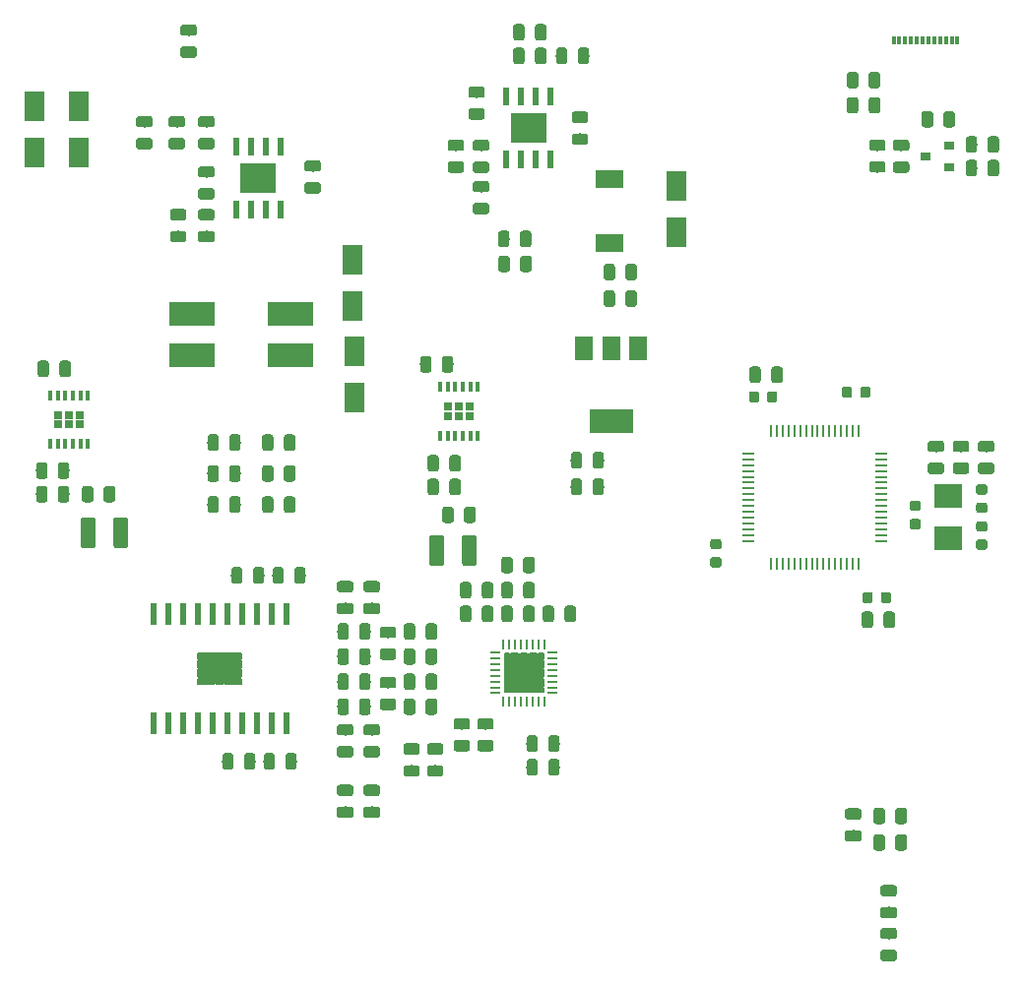
<source format=gbr>
G04 #@! TF.GenerationSoftware,KiCad,Pcbnew,5.0.2+dfsg1-1*
G04 #@! TF.CreationDate,2021-02-28T17:02:00+08:00*
G04 #@! TF.ProjectId,digital-amplifier2,64696769-7461-46c2-9d61-6d706c696669,rev?*
G04 #@! TF.SameCoordinates,Original*
G04 #@! TF.FileFunction,Paste,Top*
G04 #@! TF.FilePolarity,Positive*
%FSLAX46Y46*%
G04 Gerber Fmt 4.6, Leading zero omitted, Abs format (unit mm)*
G04 Created by KiCad (PCBNEW 5.0.2+dfsg1-1) date 2021年02月28日 星期日 17时02分00秒*
%MOMM*%
%LPD*%
G01*
G04 APERTURE LIST*
%ADD10C,0.152400*%
%ADD11R,3.810000X2.789999*%
%ADD12R,0.558000X1.969999*%
%ADD13R,3.450001X3.450001*%
%ADD14R,0.850000X0.280000*%
%ADD15R,0.280000X0.850000*%
%ADD16C,0.100000*%
%ADD17C,0.975000*%
%ADD18R,0.300000X0.700000*%
%ADD19C,1.250000*%
%ADD20R,0.750000X0.680000*%
%ADD21R,0.420000X0.890000*%
%ADD22R,3.100000X2.600000*%
%ADD23R,0.600000X1.550000*%
%ADD24R,4.000000X2.000000*%
%ADD25R,1.800000X2.500000*%
%ADD26C,0.875000*%
%ADD27R,0.900000X0.800000*%
%ADD28R,2.400000X2.000000*%
%ADD29R,2.400000X1.500000*%
%ADD30R,1.000000X0.250000*%
%ADD31R,0.250000X1.000000*%
%ADD32R,3.800000X2.000000*%
%ADD33R,1.500000X2.000000*%
G04 APERTURE END LIST*
D10*
G04 #@! TO.C,U9*
X71997900Y-115874070D02*
X71997900Y-115582821D01*
X71448930Y-115874070D02*
X71997900Y-115874070D01*
X71448930Y-115441400D02*
X71448930Y-115874070D01*
X71856479Y-115441400D02*
X71448930Y-115441400D01*
X71856479Y-115441400D02*
X71856479Y-115441400D01*
X71997900Y-115582821D02*
X71856479Y-115441400D01*
X71997900Y-115582821D02*
X71997900Y-115582821D01*
X72785300Y-115874070D02*
X72785300Y-115582821D01*
X72197900Y-115874070D02*
X72785300Y-115874070D01*
X72197900Y-115582821D02*
X72197900Y-115874070D01*
X72197900Y-115582821D02*
X72197900Y-115582821D01*
X72339321Y-115441400D02*
X72197900Y-115582821D01*
X72339321Y-115441400D02*
X72339321Y-115441400D01*
X72643879Y-115441400D02*
X72339321Y-115441400D01*
X72643879Y-115441400D02*
X72643879Y-115441400D01*
X72785300Y-115582821D02*
X72643879Y-115441400D01*
X72785300Y-115582821D02*
X72785300Y-115582821D01*
X73572700Y-115874070D02*
X73572700Y-115582821D01*
X72985300Y-115874070D02*
X73572700Y-115874070D01*
X72985300Y-115582821D02*
X72985300Y-115874070D01*
X72985300Y-115582821D02*
X72985300Y-115582821D01*
X73126721Y-115441400D02*
X72985300Y-115582821D01*
X73126721Y-115441400D02*
X73126721Y-115441400D01*
X73431279Y-115441400D02*
X73126721Y-115441400D01*
X73431279Y-115441400D02*
X73431279Y-115441400D01*
X73572700Y-115582821D02*
X73431279Y-115441400D01*
X73572700Y-115582821D02*
X73572700Y-115582821D01*
X74360100Y-115874070D02*
X74360100Y-115582821D01*
X73772700Y-115874070D02*
X74360100Y-115874070D01*
X73772700Y-115582821D02*
X73772700Y-115874070D01*
X73772700Y-115582821D02*
X73772700Y-115582821D01*
X73914121Y-115441400D02*
X73772700Y-115582821D01*
X73914121Y-115441400D02*
X73914121Y-115441400D01*
X74218679Y-115441400D02*
X73914121Y-115441400D01*
X74218679Y-115441400D02*
X74218679Y-115441400D01*
X74360100Y-115582821D02*
X74218679Y-115441400D01*
X74360100Y-115582821D02*
X74360100Y-115582821D01*
X75109070Y-115874070D02*
X75109070Y-115441400D01*
X74560100Y-115874070D02*
X75109070Y-115874070D01*
X74560100Y-115582821D02*
X74560100Y-115874070D01*
X74560100Y-115582821D02*
X74560100Y-115582821D01*
X74701521Y-115441400D02*
X74560100Y-115582821D01*
X74701521Y-115441400D02*
X74701521Y-115441400D01*
X75109070Y-115441400D02*
X74701521Y-115441400D01*
X71997900Y-115099979D02*
X71997900Y-114795421D01*
X71997900Y-115099979D02*
X71997900Y-115099979D01*
X71856479Y-115241400D02*
X71997900Y-115099979D01*
X71856479Y-115241400D02*
X71856479Y-115241400D01*
X71448930Y-115241400D02*
X71856479Y-115241400D01*
X71448930Y-114654000D02*
X71448930Y-115241400D01*
X71856479Y-114654000D02*
X71448930Y-114654000D01*
X71856479Y-114654000D02*
X71856479Y-114654000D01*
X71997900Y-114795421D02*
X71856479Y-114654000D01*
X71997900Y-114795421D02*
X71997900Y-114795421D01*
X72785300Y-115099979D02*
X72785300Y-114795421D01*
X72785300Y-115099979D02*
X72785300Y-115099979D01*
X72643879Y-115241400D02*
X72785300Y-115099979D01*
X72643879Y-115241400D02*
X72643879Y-115241400D01*
X72339321Y-115241400D02*
X72643879Y-115241400D01*
X72339321Y-115241400D02*
X72339321Y-115241400D01*
X72197900Y-115099979D02*
X72339321Y-115241400D01*
X72197900Y-115099979D02*
X72197900Y-115099979D01*
X72197900Y-114795421D02*
X72197900Y-115099979D01*
X72197900Y-114795421D02*
X72197900Y-114795421D01*
X72339321Y-114654000D02*
X72197900Y-114795421D01*
X72339321Y-114654000D02*
X72339321Y-114654000D01*
X72643879Y-114654000D02*
X72339321Y-114654000D01*
X72643879Y-114654000D02*
X72643879Y-114654000D01*
X72785300Y-114795421D02*
X72643879Y-114654000D01*
X72785300Y-114795421D02*
X72785300Y-114795421D01*
X73572700Y-115099979D02*
X73572700Y-114795421D01*
X73572700Y-115099979D02*
X73572700Y-115099979D01*
X73431279Y-115241400D02*
X73572700Y-115099979D01*
X73431279Y-115241400D02*
X73431279Y-115241400D01*
X73126721Y-115241400D02*
X73431279Y-115241400D01*
X73126721Y-115241400D02*
X73126721Y-115241400D01*
X72985300Y-115099979D02*
X73126721Y-115241400D01*
X72985300Y-115099979D02*
X72985300Y-115099979D01*
X72985300Y-114795421D02*
X72985300Y-115099979D01*
X72985300Y-114795421D02*
X72985300Y-114795421D01*
X73126721Y-114654000D02*
X72985300Y-114795421D01*
X73126721Y-114654000D02*
X73126721Y-114654000D01*
X73431279Y-114654000D02*
X73126721Y-114654000D01*
X73431279Y-114654000D02*
X73431279Y-114654000D01*
X73572700Y-114795421D02*
X73431279Y-114654000D01*
X73572700Y-114795421D02*
X73572700Y-114795421D01*
X74360100Y-115099979D02*
X74360100Y-114795421D01*
X74360100Y-115099979D02*
X74360100Y-115099979D01*
X74218679Y-115241400D02*
X74360100Y-115099979D01*
X74218679Y-115241400D02*
X74218679Y-115241400D01*
X73914121Y-115241400D02*
X74218679Y-115241400D01*
X73914121Y-115241400D02*
X73914121Y-115241400D01*
X73772700Y-115099979D02*
X73914121Y-115241400D01*
X73772700Y-115099979D02*
X73772700Y-115099979D01*
X73772700Y-114795421D02*
X73772700Y-115099979D01*
X73772700Y-114795421D02*
X73772700Y-114795421D01*
X73914121Y-114654000D02*
X73772700Y-114795421D01*
X73914121Y-114654000D02*
X73914121Y-114654000D01*
X74218679Y-114654000D02*
X73914121Y-114654000D01*
X74218679Y-114654000D02*
X74218679Y-114654000D01*
X74360100Y-114795421D02*
X74218679Y-114654000D01*
X74360100Y-114795421D02*
X74360100Y-114795421D01*
X75109070Y-115241400D02*
X75109070Y-114654000D01*
X74701521Y-115241400D02*
X75109070Y-115241400D01*
X74701521Y-115241400D02*
X74701521Y-115241400D01*
X74560100Y-115099979D02*
X74701521Y-115241400D01*
X74560100Y-115099979D02*
X74560100Y-115099979D01*
X74560100Y-114795421D02*
X74560100Y-115099979D01*
X74560100Y-114795421D02*
X74560100Y-114795421D01*
X74701521Y-114654000D02*
X74560100Y-114795421D01*
X74701521Y-114654000D02*
X74701521Y-114654000D01*
X75109070Y-114654000D02*
X74701521Y-114654000D01*
X71997900Y-114312579D02*
X71997900Y-114008021D01*
X71997900Y-114312579D02*
X71997900Y-114312579D01*
X71856479Y-114454000D02*
X71997900Y-114312579D01*
X71856479Y-114454000D02*
X71856479Y-114454000D01*
X71448930Y-114454000D02*
X71856479Y-114454000D01*
X71448930Y-113866600D02*
X71448930Y-114454000D01*
X71856479Y-113866600D02*
X71448930Y-113866600D01*
X71856479Y-113866600D02*
X71856479Y-113866600D01*
X71997900Y-114008021D02*
X71856479Y-113866600D01*
X71997900Y-114008021D02*
X71997900Y-114008021D01*
X72785300Y-114312579D02*
X72785300Y-114008021D01*
X72785300Y-114312579D02*
X72785300Y-114312579D01*
X72643879Y-114454000D02*
X72785300Y-114312579D01*
X72643879Y-114454000D02*
X72643879Y-114454000D01*
X72339321Y-114454000D02*
X72643879Y-114454000D01*
X72339321Y-114454000D02*
X72339321Y-114454000D01*
X72197900Y-114312579D02*
X72339321Y-114454000D01*
X72197900Y-114312579D02*
X72197900Y-114312579D01*
X72197900Y-114008021D02*
X72197900Y-114312579D01*
X72197900Y-114008021D02*
X72197900Y-114008021D01*
X72339321Y-113866600D02*
X72197900Y-114008021D01*
X72339321Y-113866600D02*
X72339321Y-113866600D01*
X72643879Y-113866600D02*
X72339321Y-113866600D01*
X72643879Y-113866600D02*
X72643879Y-113866600D01*
X72785300Y-114008021D02*
X72643879Y-113866600D01*
X72785300Y-114008021D02*
X72785300Y-114008021D01*
X73572700Y-114312579D02*
X73572700Y-114008021D01*
X73572700Y-114312579D02*
X73572700Y-114312579D01*
X73431279Y-114454000D02*
X73572700Y-114312579D01*
X73431279Y-114454000D02*
X73431279Y-114454000D01*
X73126721Y-114454000D02*
X73431279Y-114454000D01*
X73126721Y-114454000D02*
X73126721Y-114454000D01*
X72985300Y-114312579D02*
X73126721Y-114454000D01*
X72985300Y-114312579D02*
X72985300Y-114312579D01*
X72985300Y-114008021D02*
X72985300Y-114312579D01*
X72985300Y-114008021D02*
X72985300Y-114008021D01*
X73126721Y-113866600D02*
X72985300Y-114008021D01*
X73126721Y-113866600D02*
X73126721Y-113866600D01*
X73431279Y-113866600D02*
X73126721Y-113866600D01*
X73431279Y-113866600D02*
X73431279Y-113866600D01*
X73572700Y-114008021D02*
X73431279Y-113866600D01*
X73572700Y-114008021D02*
X73572700Y-114008021D01*
X74360100Y-114312579D02*
X74360100Y-114008021D01*
X74360100Y-114312579D02*
X74360100Y-114312579D01*
X74218679Y-114454000D02*
X74360100Y-114312579D01*
X74218679Y-114454000D02*
X74218679Y-114454000D01*
X73914121Y-114454000D02*
X74218679Y-114454000D01*
X73914121Y-114454000D02*
X73914121Y-114454000D01*
X73772700Y-114312579D02*
X73914121Y-114454000D01*
X73772700Y-114312579D02*
X73772700Y-114312579D01*
X73772700Y-114008021D02*
X73772700Y-114312579D01*
X73772700Y-114008021D02*
X73772700Y-114008021D01*
X73914121Y-113866600D02*
X73772700Y-114008021D01*
X73914121Y-113866600D02*
X73914121Y-113866600D01*
X74218679Y-113866600D02*
X73914121Y-113866600D01*
X74218679Y-113866600D02*
X74218679Y-113866600D01*
X74360100Y-114008021D02*
X74218679Y-113866600D01*
X74360100Y-114008021D02*
X74360100Y-114008021D01*
X75109070Y-114454000D02*
X75109070Y-113866600D01*
X74701521Y-114454000D02*
X75109070Y-114454000D01*
X74701521Y-114454000D02*
X74701521Y-114454000D01*
X74560100Y-114312579D02*
X74701521Y-114454000D01*
X74560100Y-114312579D02*
X74560100Y-114312579D01*
X74560100Y-114008021D02*
X74560100Y-114312579D01*
X74560100Y-114008021D02*
X74560100Y-114008021D01*
X74701521Y-113866600D02*
X74560100Y-114008021D01*
X74701521Y-113866600D02*
X74701521Y-113866600D01*
X75109070Y-113866600D02*
X74701521Y-113866600D01*
X71997900Y-113525179D02*
X71997900Y-113233930D01*
X71997900Y-113525179D02*
X71997900Y-113525179D01*
X71856479Y-113666600D02*
X71997900Y-113525179D01*
X71856479Y-113666600D02*
X71856479Y-113666600D01*
X71448930Y-113666600D02*
X71856479Y-113666600D01*
X71448930Y-113233930D02*
X71448930Y-113666600D01*
X71997900Y-113233930D02*
X71448930Y-113233930D01*
X72785300Y-113525179D02*
X72785300Y-113233930D01*
X72785300Y-113525179D02*
X72785300Y-113525179D01*
X72643879Y-113666600D02*
X72785300Y-113525179D01*
X72643879Y-113666600D02*
X72643879Y-113666600D01*
X72339321Y-113666600D02*
X72643879Y-113666600D01*
X72339321Y-113666600D02*
X72339321Y-113666600D01*
X72197900Y-113525179D02*
X72339321Y-113666600D01*
X72197900Y-113525179D02*
X72197900Y-113525179D01*
X72197900Y-113233930D02*
X72197900Y-113525179D01*
X72785300Y-113233930D02*
X72197900Y-113233930D01*
X73572700Y-113525179D02*
X73572700Y-113233930D01*
X73572700Y-113525179D02*
X73572700Y-113525179D01*
X73431279Y-113666600D02*
X73572700Y-113525179D01*
X73431279Y-113666600D02*
X73431279Y-113666600D01*
X73126721Y-113666600D02*
X73431279Y-113666600D01*
X73126721Y-113666600D02*
X73126721Y-113666600D01*
X72985300Y-113525179D02*
X73126721Y-113666600D01*
X72985300Y-113525179D02*
X72985300Y-113525179D01*
X72985300Y-113233930D02*
X72985300Y-113525179D01*
X73572700Y-113233930D02*
X72985300Y-113233930D01*
X74360100Y-113525179D02*
X74360100Y-113233930D01*
X74360100Y-113525179D02*
X74360100Y-113525179D01*
X74218679Y-113666600D02*
X74360100Y-113525179D01*
X74218679Y-113666600D02*
X74218679Y-113666600D01*
X73914121Y-113666600D02*
X74218679Y-113666600D01*
X73914121Y-113666600D02*
X73914121Y-113666600D01*
X73772700Y-113525179D02*
X73914121Y-113666600D01*
X73772700Y-113525179D02*
X73772700Y-113525179D01*
X73772700Y-113233930D02*
X73772700Y-113525179D01*
X74360100Y-113233930D02*
X73772700Y-113233930D01*
X75109070Y-113666600D02*
X75109070Y-113233930D01*
X74701521Y-113666600D02*
X75109070Y-113666600D01*
X74701521Y-113666600D02*
X74701521Y-113666600D01*
X74560100Y-113525179D02*
X74701521Y-113666600D01*
X74560100Y-113525179D02*
X74560100Y-113525179D01*
X74560100Y-113233930D02*
X74560100Y-113525179D01*
X75109070Y-113233930D02*
X74560100Y-113233930D01*
G04 #@! TO.C,U5*
X98159900Y-116585070D02*
X98159900Y-116357521D01*
X97790930Y-116585070D02*
X98159900Y-116585070D01*
X97790930Y-116216100D02*
X97790930Y-116585070D01*
X98018479Y-116216100D02*
X97790930Y-116216100D01*
X98018479Y-116216100D02*
X98018479Y-116216100D01*
X98159900Y-116357521D02*
X98018479Y-116216100D01*
X98159900Y-116357521D02*
X98159900Y-116357521D01*
X98947300Y-116585070D02*
X98947300Y-116357521D01*
X98359900Y-116585070D02*
X98947300Y-116585070D01*
X98359900Y-116357521D02*
X98359900Y-116585070D01*
X98359900Y-116357521D02*
X98359900Y-116357521D01*
X98501321Y-116216100D02*
X98359900Y-116357521D01*
X98501321Y-116216100D02*
X98501321Y-116216100D01*
X98805879Y-116216100D02*
X98501321Y-116216100D01*
X98805879Y-116216100D02*
X98805879Y-116216100D01*
X98947300Y-116357521D02*
X98805879Y-116216100D01*
X98947300Y-116357521D02*
X98947300Y-116357521D01*
X99734700Y-116585070D02*
X99734700Y-116357521D01*
X99147300Y-116585070D02*
X99734700Y-116585070D01*
X99147300Y-116357521D02*
X99147300Y-116585070D01*
X99147300Y-116357521D02*
X99147300Y-116357521D01*
X99288721Y-116216100D02*
X99147300Y-116357521D01*
X99288721Y-116216100D02*
X99288721Y-116216100D01*
X99593279Y-116216100D02*
X99288721Y-116216100D01*
X99593279Y-116216100D02*
X99593279Y-116216100D01*
X99734700Y-116357521D02*
X99593279Y-116216100D01*
X99734700Y-116357521D02*
X99734700Y-116357521D01*
X100522100Y-116585070D02*
X100522100Y-116357521D01*
X99934700Y-116585070D02*
X100522100Y-116585070D01*
X99934700Y-116357521D02*
X99934700Y-116585070D01*
X99934700Y-116357521D02*
X99934700Y-116357521D01*
X100076121Y-116216100D02*
X99934700Y-116357521D01*
X100076121Y-116216100D02*
X100076121Y-116216100D01*
X100380679Y-116216100D02*
X100076121Y-116216100D01*
X100380679Y-116216100D02*
X100380679Y-116216100D01*
X100522100Y-116357521D02*
X100380679Y-116216100D01*
X100522100Y-116357521D02*
X100522100Y-116357521D01*
X101091070Y-116585070D02*
X101091070Y-116216100D01*
X100722100Y-116585070D02*
X101091070Y-116585070D01*
X100722100Y-116357521D02*
X100722100Y-116585070D01*
X100722100Y-116357521D02*
X100722100Y-116357521D01*
X100863521Y-116216100D02*
X100722100Y-116357521D01*
X100863521Y-116216100D02*
X100863521Y-116216100D01*
X101091070Y-116216100D02*
X100863521Y-116216100D01*
X98159900Y-115874679D02*
X98159900Y-115570121D01*
X98159900Y-115874679D02*
X98159900Y-115874679D01*
X98018479Y-116016100D02*
X98159900Y-115874679D01*
X98018479Y-116016100D02*
X98018479Y-116016100D01*
X97790930Y-116016100D02*
X98018479Y-116016100D01*
X97790930Y-115428700D02*
X97790930Y-116016100D01*
X98018479Y-115428700D02*
X97790930Y-115428700D01*
X98018479Y-115428700D02*
X98018479Y-115428700D01*
X98159900Y-115570121D02*
X98018479Y-115428700D01*
X98159900Y-115570121D02*
X98159900Y-115570121D01*
X98947300Y-115874679D02*
X98947300Y-115570121D01*
X98947300Y-115874679D02*
X98947300Y-115874679D01*
X98805879Y-116016100D02*
X98947300Y-115874679D01*
X98805879Y-116016100D02*
X98805879Y-116016100D01*
X98501321Y-116016100D02*
X98805879Y-116016100D01*
X98501321Y-116016100D02*
X98501321Y-116016100D01*
X98359900Y-115874679D02*
X98501321Y-116016100D01*
X98359900Y-115874679D02*
X98359900Y-115874679D01*
X98359900Y-115570121D02*
X98359900Y-115874679D01*
X98359900Y-115570121D02*
X98359900Y-115570121D01*
X98501321Y-115428700D02*
X98359900Y-115570121D01*
X98501321Y-115428700D02*
X98501321Y-115428700D01*
X98805879Y-115428700D02*
X98501321Y-115428700D01*
X98805879Y-115428700D02*
X98805879Y-115428700D01*
X98947300Y-115570121D02*
X98805879Y-115428700D01*
X98947300Y-115570121D02*
X98947300Y-115570121D01*
X99734700Y-115874679D02*
X99734700Y-115570121D01*
X99734700Y-115874679D02*
X99734700Y-115874679D01*
X99593279Y-116016100D02*
X99734700Y-115874679D01*
X99593279Y-116016100D02*
X99593279Y-116016100D01*
X99288721Y-116016100D02*
X99593279Y-116016100D01*
X99288721Y-116016100D02*
X99288721Y-116016100D01*
X99147300Y-115874679D02*
X99288721Y-116016100D01*
X99147300Y-115874679D02*
X99147300Y-115874679D01*
X99147300Y-115570121D02*
X99147300Y-115874679D01*
X99147300Y-115570121D02*
X99147300Y-115570121D01*
X99288721Y-115428700D02*
X99147300Y-115570121D01*
X99288721Y-115428700D02*
X99288721Y-115428700D01*
X99593279Y-115428700D02*
X99288721Y-115428700D01*
X99593279Y-115428700D02*
X99593279Y-115428700D01*
X99734700Y-115570121D02*
X99593279Y-115428700D01*
X99734700Y-115570121D02*
X99734700Y-115570121D01*
X100522100Y-115874679D02*
X100522100Y-115570121D01*
X100522100Y-115874679D02*
X100522100Y-115874679D01*
X100380679Y-116016100D02*
X100522100Y-115874679D01*
X100380679Y-116016100D02*
X100380679Y-116016100D01*
X100076121Y-116016100D02*
X100380679Y-116016100D01*
X100076121Y-116016100D02*
X100076121Y-116016100D01*
X99934700Y-115874679D02*
X100076121Y-116016100D01*
X99934700Y-115874679D02*
X99934700Y-115874679D01*
X99934700Y-115570121D02*
X99934700Y-115874679D01*
X99934700Y-115570121D02*
X99934700Y-115570121D01*
X100076121Y-115428700D02*
X99934700Y-115570121D01*
X100076121Y-115428700D02*
X100076121Y-115428700D01*
X100380679Y-115428700D02*
X100076121Y-115428700D01*
X100380679Y-115428700D02*
X100380679Y-115428700D01*
X100522100Y-115570121D02*
X100380679Y-115428700D01*
X100522100Y-115570121D02*
X100522100Y-115570121D01*
X101091070Y-116016100D02*
X101091070Y-115428700D01*
X100863521Y-116016100D02*
X101091070Y-116016100D01*
X100863521Y-116016100D02*
X100863521Y-116016100D01*
X100722100Y-115874679D02*
X100863521Y-116016100D01*
X100722100Y-115874679D02*
X100722100Y-115874679D01*
X100722100Y-115570121D02*
X100722100Y-115874679D01*
X100722100Y-115570121D02*
X100722100Y-115570121D01*
X100863521Y-115428700D02*
X100722100Y-115570121D01*
X100863521Y-115428700D02*
X100863521Y-115428700D01*
X101091070Y-115428700D02*
X100863521Y-115428700D01*
X98159900Y-115087279D02*
X98159900Y-114782721D01*
X98159900Y-115087279D02*
X98159900Y-115087279D01*
X98018479Y-115228700D02*
X98159900Y-115087279D01*
X98018479Y-115228700D02*
X98018479Y-115228700D01*
X97790930Y-115228700D02*
X98018479Y-115228700D01*
X97790930Y-114641300D02*
X97790930Y-115228700D01*
X98018479Y-114641300D02*
X97790930Y-114641300D01*
X98018479Y-114641300D02*
X98018479Y-114641300D01*
X98159900Y-114782721D02*
X98018479Y-114641300D01*
X98159900Y-114782721D02*
X98159900Y-114782721D01*
X98947300Y-115087279D02*
X98947300Y-114782721D01*
X98947300Y-115087279D02*
X98947300Y-115087279D01*
X98805879Y-115228700D02*
X98947300Y-115087279D01*
X98805879Y-115228700D02*
X98805879Y-115228700D01*
X98501321Y-115228700D02*
X98805879Y-115228700D01*
X98501321Y-115228700D02*
X98501321Y-115228700D01*
X98359900Y-115087279D02*
X98501321Y-115228700D01*
X98359900Y-115087279D02*
X98359900Y-115087279D01*
X98359900Y-114782721D02*
X98359900Y-115087279D01*
X98359900Y-114782721D02*
X98359900Y-114782721D01*
X98501321Y-114641300D02*
X98359900Y-114782721D01*
X98501321Y-114641300D02*
X98501321Y-114641300D01*
X98805879Y-114641300D02*
X98501321Y-114641300D01*
X98805879Y-114641300D02*
X98805879Y-114641300D01*
X98947300Y-114782721D02*
X98805879Y-114641300D01*
X98947300Y-114782721D02*
X98947300Y-114782721D01*
X99734700Y-115087279D02*
X99734700Y-114782721D01*
X99734700Y-115087279D02*
X99734700Y-115087279D01*
X99593279Y-115228700D02*
X99734700Y-115087279D01*
X99593279Y-115228700D02*
X99593279Y-115228700D01*
X99288721Y-115228700D02*
X99593279Y-115228700D01*
X99288721Y-115228700D02*
X99288721Y-115228700D01*
X99147300Y-115087279D02*
X99288721Y-115228700D01*
X99147300Y-115087279D02*
X99147300Y-115087279D01*
X99147300Y-114782721D02*
X99147300Y-115087279D01*
X99147300Y-114782721D02*
X99147300Y-114782721D01*
X99288721Y-114641300D02*
X99147300Y-114782721D01*
X99288721Y-114641300D02*
X99288721Y-114641300D01*
X99593279Y-114641300D02*
X99288721Y-114641300D01*
X99593279Y-114641300D02*
X99593279Y-114641300D01*
X99734700Y-114782721D02*
X99593279Y-114641300D01*
X99734700Y-114782721D02*
X99734700Y-114782721D01*
X100522100Y-115087279D02*
X100522100Y-114782721D01*
X100522100Y-115087279D02*
X100522100Y-115087279D01*
X100380679Y-115228700D02*
X100522100Y-115087279D01*
X100380679Y-115228700D02*
X100380679Y-115228700D01*
X100076121Y-115228700D02*
X100380679Y-115228700D01*
X100076121Y-115228700D02*
X100076121Y-115228700D01*
X99934700Y-115087279D02*
X100076121Y-115228700D01*
X99934700Y-115087279D02*
X99934700Y-115087279D01*
X99934700Y-114782721D02*
X99934700Y-115087279D01*
X99934700Y-114782721D02*
X99934700Y-114782721D01*
X100076121Y-114641300D02*
X99934700Y-114782721D01*
X100076121Y-114641300D02*
X100076121Y-114641300D01*
X100380679Y-114641300D02*
X100076121Y-114641300D01*
X100380679Y-114641300D02*
X100380679Y-114641300D01*
X100522100Y-114782721D02*
X100380679Y-114641300D01*
X100522100Y-114782721D02*
X100522100Y-114782721D01*
X101091070Y-115228700D02*
X101091070Y-114641300D01*
X100863521Y-115228700D02*
X101091070Y-115228700D01*
X100863521Y-115228700D02*
X100863521Y-115228700D01*
X100722100Y-115087279D02*
X100863521Y-115228700D01*
X100722100Y-115087279D02*
X100722100Y-115087279D01*
X100722100Y-114782721D02*
X100722100Y-115087279D01*
X100722100Y-114782721D02*
X100722100Y-114782721D01*
X100863521Y-114641300D02*
X100722100Y-114782721D01*
X100863521Y-114641300D02*
X100863521Y-114641300D01*
X101091070Y-114641300D02*
X100863521Y-114641300D01*
X98159900Y-114299879D02*
X98159900Y-113995321D01*
X98159900Y-114299879D02*
X98159900Y-114299879D01*
X98018479Y-114441300D02*
X98159900Y-114299879D01*
X98018479Y-114441300D02*
X98018479Y-114441300D01*
X97790930Y-114441300D02*
X98018479Y-114441300D01*
X97790930Y-113853900D02*
X97790930Y-114441300D01*
X98018479Y-113853900D02*
X97790930Y-113853900D01*
X98018479Y-113853900D02*
X98018479Y-113853900D01*
X98159900Y-113995321D02*
X98018479Y-113853900D01*
X98159900Y-113995321D02*
X98159900Y-113995321D01*
X98947300Y-114299879D02*
X98947300Y-113995321D01*
X98947300Y-114299879D02*
X98947300Y-114299879D01*
X98805879Y-114441300D02*
X98947300Y-114299879D01*
X98805879Y-114441300D02*
X98805879Y-114441300D01*
X98501321Y-114441300D02*
X98805879Y-114441300D01*
X98501321Y-114441300D02*
X98501321Y-114441300D01*
X98359900Y-114299879D02*
X98501321Y-114441300D01*
X98359900Y-114299879D02*
X98359900Y-114299879D01*
X98359900Y-113995321D02*
X98359900Y-114299879D01*
X98359900Y-113995321D02*
X98359900Y-113995321D01*
X98501321Y-113853900D02*
X98359900Y-113995321D01*
X98501321Y-113853900D02*
X98501321Y-113853900D01*
X98805879Y-113853900D02*
X98501321Y-113853900D01*
X98805879Y-113853900D02*
X98805879Y-113853900D01*
X98947300Y-113995321D02*
X98805879Y-113853900D01*
X98947300Y-113995321D02*
X98947300Y-113995321D01*
X99734700Y-114299879D02*
X99734700Y-113995321D01*
X99734700Y-114299879D02*
X99734700Y-114299879D01*
X99593279Y-114441300D02*
X99734700Y-114299879D01*
X99593279Y-114441300D02*
X99593279Y-114441300D01*
X99288721Y-114441300D02*
X99593279Y-114441300D01*
X99288721Y-114441300D02*
X99288721Y-114441300D01*
X99147300Y-114299879D02*
X99288721Y-114441300D01*
X99147300Y-114299879D02*
X99147300Y-114299879D01*
X99147300Y-113995321D02*
X99147300Y-114299879D01*
X99147300Y-113995321D02*
X99147300Y-113995321D01*
X99288721Y-113853900D02*
X99147300Y-113995321D01*
X99288721Y-113853900D02*
X99288721Y-113853900D01*
X99593279Y-113853900D02*
X99288721Y-113853900D01*
X99593279Y-113853900D02*
X99593279Y-113853900D01*
X99734700Y-113995321D02*
X99593279Y-113853900D01*
X99734700Y-113995321D02*
X99734700Y-113995321D01*
X100522100Y-114299879D02*
X100522100Y-113995321D01*
X100522100Y-114299879D02*
X100522100Y-114299879D01*
X100380679Y-114441300D02*
X100522100Y-114299879D01*
X100380679Y-114441300D02*
X100380679Y-114441300D01*
X100076121Y-114441300D02*
X100380679Y-114441300D01*
X100076121Y-114441300D02*
X100076121Y-114441300D01*
X99934700Y-114299879D02*
X100076121Y-114441300D01*
X99934700Y-114299879D02*
X99934700Y-114299879D01*
X99934700Y-113995321D02*
X99934700Y-114299879D01*
X99934700Y-113995321D02*
X99934700Y-113995321D01*
X100076121Y-113853900D02*
X99934700Y-113995321D01*
X100076121Y-113853900D02*
X100076121Y-113853900D01*
X100380679Y-113853900D02*
X100076121Y-113853900D01*
X100380679Y-113853900D02*
X100380679Y-113853900D01*
X100522100Y-113995321D02*
X100380679Y-113853900D01*
X100522100Y-113995321D02*
X100522100Y-113995321D01*
X101091070Y-114441300D02*
X101091070Y-113853900D01*
X100863521Y-114441300D02*
X101091070Y-114441300D01*
X100863521Y-114441300D02*
X100863521Y-114441300D01*
X100722100Y-114299879D02*
X100863521Y-114441300D01*
X100722100Y-114299879D02*
X100722100Y-114299879D01*
X100722100Y-113995321D02*
X100722100Y-114299879D01*
X100722100Y-113995321D02*
X100722100Y-113995321D01*
X100863521Y-113853900D02*
X100722100Y-113995321D01*
X100863521Y-113853900D02*
X100863521Y-113853900D01*
X101091070Y-113853900D02*
X100863521Y-113853900D01*
X98159900Y-113512479D02*
X98159900Y-113284930D01*
X98159900Y-113512479D02*
X98159900Y-113512479D01*
X98018479Y-113653900D02*
X98159900Y-113512479D01*
X98018479Y-113653900D02*
X98018479Y-113653900D01*
X97790930Y-113653900D02*
X98018479Y-113653900D01*
X97790930Y-113284930D02*
X97790930Y-113653900D01*
X98159900Y-113284930D02*
X97790930Y-113284930D01*
X98947300Y-113512479D02*
X98947300Y-113284930D01*
X98947300Y-113512479D02*
X98947300Y-113512479D01*
X98805879Y-113653900D02*
X98947300Y-113512479D01*
X98805879Y-113653900D02*
X98805879Y-113653900D01*
X98501321Y-113653900D02*
X98805879Y-113653900D01*
X98501321Y-113653900D02*
X98501321Y-113653900D01*
X98359900Y-113512479D02*
X98501321Y-113653900D01*
X98359900Y-113512479D02*
X98359900Y-113512479D01*
X98359900Y-113284930D02*
X98359900Y-113512479D01*
X98947300Y-113284930D02*
X98359900Y-113284930D01*
X99734700Y-113512479D02*
X99734700Y-113284930D01*
X99734700Y-113512479D02*
X99734700Y-113512479D01*
X99593279Y-113653900D02*
X99734700Y-113512479D01*
X99593279Y-113653900D02*
X99593279Y-113653900D01*
X99288721Y-113653900D02*
X99593279Y-113653900D01*
X99288721Y-113653900D02*
X99288721Y-113653900D01*
X99147300Y-113512479D02*
X99288721Y-113653900D01*
X99147300Y-113512479D02*
X99147300Y-113512479D01*
X99147300Y-113284930D02*
X99147300Y-113512479D01*
X99734700Y-113284930D02*
X99147300Y-113284930D01*
X100522100Y-113512479D02*
X100522100Y-113284930D01*
X100522100Y-113512479D02*
X100522100Y-113512479D01*
X100380679Y-113653900D02*
X100522100Y-113512479D01*
X100380679Y-113653900D02*
X100380679Y-113653900D01*
X100076121Y-113653900D02*
X100380679Y-113653900D01*
X100076121Y-113653900D02*
X100076121Y-113653900D01*
X99934700Y-113512479D02*
X100076121Y-113653900D01*
X99934700Y-113512479D02*
X99934700Y-113512479D01*
X99934700Y-113284930D02*
X99934700Y-113512479D01*
X100522100Y-113284930D02*
X99934700Y-113284930D01*
X101091070Y-113653900D02*
X101091070Y-113284930D01*
X100863521Y-113653900D02*
X101091070Y-113653900D01*
X100863521Y-113653900D02*
X100863521Y-113653900D01*
X100722100Y-113512479D02*
X100863521Y-113653900D01*
X100722100Y-113512479D02*
X100722100Y-113512479D01*
X100722100Y-113284930D02*
X100722100Y-113512479D01*
X101091070Y-113284930D02*
X100722100Y-113284930D01*
G04 #@! TD*
D11*
G04 #@! TO.C,U9*
X73279000Y-114554000D03*
D12*
X78994000Y-119240300D03*
X77724000Y-119240300D03*
X76454000Y-119240300D03*
X75184000Y-119240300D03*
X73914000Y-119240300D03*
X72644000Y-119240300D03*
X71374000Y-119240300D03*
X70104000Y-119240300D03*
X68834000Y-119240300D03*
X67564000Y-119240300D03*
X67564000Y-109867700D03*
X68834000Y-109867700D03*
X70104000Y-109867700D03*
X71374000Y-109867700D03*
X72644000Y-109867700D03*
X73914000Y-109867700D03*
X75184000Y-109867700D03*
X76454000Y-109867700D03*
X77724000Y-109867700D03*
X78994000Y-109867700D03*
G04 #@! TD*
D13*
G04 #@! TO.C,U5*
X99441000Y-114935000D03*
D14*
X101915999Y-113184559D03*
X101915999Y-113684685D03*
X101915999Y-114184811D03*
X101915999Y-114684937D03*
X101915999Y-115185063D03*
X101915999Y-115685189D03*
X101915999Y-116185315D03*
X101915999Y-116685441D03*
D15*
X101190999Y-117409999D03*
X100691000Y-117409999D03*
X100191001Y-117409999D03*
X99691000Y-117409999D03*
X99191000Y-117409999D03*
X98690999Y-117409999D03*
X98191000Y-117409999D03*
X97691001Y-117409999D03*
D14*
X96966001Y-116685441D03*
X96966001Y-116185315D03*
X96966001Y-115685189D03*
X96966001Y-115185063D03*
X96966001Y-114684937D03*
X96966001Y-114184811D03*
X96966001Y-113684685D03*
X96966001Y-113184559D03*
D15*
X97691001Y-112460001D03*
X98191000Y-112460001D03*
X98690999Y-112460001D03*
X99191000Y-112460001D03*
X99691000Y-112460001D03*
X100191001Y-112460001D03*
X100691000Y-112460001D03*
X101190999Y-112460001D03*
G04 #@! TD*
D16*
G04 #@! TO.C,C2*
G36*
X100138142Y-107124174D02*
X100161803Y-107127684D01*
X100185007Y-107133496D01*
X100207529Y-107141554D01*
X100229153Y-107151782D01*
X100249670Y-107164079D01*
X100268883Y-107178329D01*
X100286607Y-107194393D01*
X100302671Y-107212117D01*
X100316921Y-107231330D01*
X100329218Y-107251847D01*
X100339446Y-107273471D01*
X100347504Y-107295993D01*
X100353316Y-107319197D01*
X100356826Y-107342858D01*
X100358000Y-107366750D01*
X100358000Y-108279250D01*
X100356826Y-108303142D01*
X100353316Y-108326803D01*
X100347504Y-108350007D01*
X100339446Y-108372529D01*
X100329218Y-108394153D01*
X100316921Y-108414670D01*
X100302671Y-108433883D01*
X100286607Y-108451607D01*
X100268883Y-108467671D01*
X100249670Y-108481921D01*
X100229153Y-108494218D01*
X100207529Y-108504446D01*
X100185007Y-108512504D01*
X100161803Y-108518316D01*
X100138142Y-108521826D01*
X100114250Y-108523000D01*
X99626750Y-108523000D01*
X99602858Y-108521826D01*
X99579197Y-108518316D01*
X99555993Y-108512504D01*
X99533471Y-108504446D01*
X99511847Y-108494218D01*
X99491330Y-108481921D01*
X99472117Y-108467671D01*
X99454393Y-108451607D01*
X99438329Y-108433883D01*
X99424079Y-108414670D01*
X99411782Y-108394153D01*
X99401554Y-108372529D01*
X99393496Y-108350007D01*
X99387684Y-108326803D01*
X99384174Y-108303142D01*
X99383000Y-108279250D01*
X99383000Y-107366750D01*
X99384174Y-107342858D01*
X99387684Y-107319197D01*
X99393496Y-107295993D01*
X99401554Y-107273471D01*
X99411782Y-107251847D01*
X99424079Y-107231330D01*
X99438329Y-107212117D01*
X99454393Y-107194393D01*
X99472117Y-107178329D01*
X99491330Y-107164079D01*
X99511847Y-107151782D01*
X99533471Y-107141554D01*
X99555993Y-107133496D01*
X99579197Y-107127684D01*
X99602858Y-107124174D01*
X99626750Y-107123000D01*
X100114250Y-107123000D01*
X100138142Y-107124174D01*
X100138142Y-107124174D01*
G37*
D17*
X99870500Y-107823000D03*
D16*
G36*
X98263142Y-107124174D02*
X98286803Y-107127684D01*
X98310007Y-107133496D01*
X98332529Y-107141554D01*
X98354153Y-107151782D01*
X98374670Y-107164079D01*
X98393883Y-107178329D01*
X98411607Y-107194393D01*
X98427671Y-107212117D01*
X98441921Y-107231330D01*
X98454218Y-107251847D01*
X98464446Y-107273471D01*
X98472504Y-107295993D01*
X98478316Y-107319197D01*
X98481826Y-107342858D01*
X98483000Y-107366750D01*
X98483000Y-108279250D01*
X98481826Y-108303142D01*
X98478316Y-108326803D01*
X98472504Y-108350007D01*
X98464446Y-108372529D01*
X98454218Y-108394153D01*
X98441921Y-108414670D01*
X98427671Y-108433883D01*
X98411607Y-108451607D01*
X98393883Y-108467671D01*
X98374670Y-108481921D01*
X98354153Y-108494218D01*
X98332529Y-108504446D01*
X98310007Y-108512504D01*
X98286803Y-108518316D01*
X98263142Y-108521826D01*
X98239250Y-108523000D01*
X97751750Y-108523000D01*
X97727858Y-108521826D01*
X97704197Y-108518316D01*
X97680993Y-108512504D01*
X97658471Y-108504446D01*
X97636847Y-108494218D01*
X97616330Y-108481921D01*
X97597117Y-108467671D01*
X97579393Y-108451607D01*
X97563329Y-108433883D01*
X97549079Y-108414670D01*
X97536782Y-108394153D01*
X97526554Y-108372529D01*
X97518496Y-108350007D01*
X97512684Y-108326803D01*
X97509174Y-108303142D01*
X97508000Y-108279250D01*
X97508000Y-107366750D01*
X97509174Y-107342858D01*
X97512684Y-107319197D01*
X97518496Y-107295993D01*
X97526554Y-107273471D01*
X97536782Y-107251847D01*
X97549079Y-107231330D01*
X97563329Y-107212117D01*
X97579393Y-107194393D01*
X97597117Y-107178329D01*
X97616330Y-107164079D01*
X97636847Y-107151782D01*
X97658471Y-107141554D01*
X97680993Y-107133496D01*
X97704197Y-107127684D01*
X97727858Y-107124174D01*
X97751750Y-107123000D01*
X98239250Y-107123000D01*
X98263142Y-107124174D01*
X98263142Y-107124174D01*
G37*
D17*
X97995500Y-107823000D03*
G04 #@! TD*
D18*
G04 #@! TO.C,J3*
X136735000Y-60519000D03*
X136235000Y-60519000D03*
X135735000Y-60519000D03*
X135235000Y-60519000D03*
X134735000Y-60519000D03*
X134235000Y-60519000D03*
X133735000Y-60519000D03*
X131235000Y-60519000D03*
X132235000Y-60519000D03*
X132735000Y-60519000D03*
X133235000Y-60519000D03*
X131735000Y-60519000D03*
G04 #@! TD*
D16*
G04 #@! TO.C,C19*
G36*
X100138142Y-109156174D02*
X100161803Y-109159684D01*
X100185007Y-109165496D01*
X100207529Y-109173554D01*
X100229153Y-109183782D01*
X100249670Y-109196079D01*
X100268883Y-109210329D01*
X100286607Y-109226393D01*
X100302671Y-109244117D01*
X100316921Y-109263330D01*
X100329218Y-109283847D01*
X100339446Y-109305471D01*
X100347504Y-109327993D01*
X100353316Y-109351197D01*
X100356826Y-109374858D01*
X100358000Y-109398750D01*
X100358000Y-110311250D01*
X100356826Y-110335142D01*
X100353316Y-110358803D01*
X100347504Y-110382007D01*
X100339446Y-110404529D01*
X100329218Y-110426153D01*
X100316921Y-110446670D01*
X100302671Y-110465883D01*
X100286607Y-110483607D01*
X100268883Y-110499671D01*
X100249670Y-110513921D01*
X100229153Y-110526218D01*
X100207529Y-110536446D01*
X100185007Y-110544504D01*
X100161803Y-110550316D01*
X100138142Y-110553826D01*
X100114250Y-110555000D01*
X99626750Y-110555000D01*
X99602858Y-110553826D01*
X99579197Y-110550316D01*
X99555993Y-110544504D01*
X99533471Y-110536446D01*
X99511847Y-110526218D01*
X99491330Y-110513921D01*
X99472117Y-110499671D01*
X99454393Y-110483607D01*
X99438329Y-110465883D01*
X99424079Y-110446670D01*
X99411782Y-110426153D01*
X99401554Y-110404529D01*
X99393496Y-110382007D01*
X99387684Y-110358803D01*
X99384174Y-110335142D01*
X99383000Y-110311250D01*
X99383000Y-109398750D01*
X99384174Y-109374858D01*
X99387684Y-109351197D01*
X99393496Y-109327993D01*
X99401554Y-109305471D01*
X99411782Y-109283847D01*
X99424079Y-109263330D01*
X99438329Y-109244117D01*
X99454393Y-109226393D01*
X99472117Y-109210329D01*
X99491330Y-109196079D01*
X99511847Y-109183782D01*
X99533471Y-109173554D01*
X99555993Y-109165496D01*
X99579197Y-109159684D01*
X99602858Y-109156174D01*
X99626750Y-109155000D01*
X100114250Y-109155000D01*
X100138142Y-109156174D01*
X100138142Y-109156174D01*
G37*
D17*
X99870500Y-109855000D03*
D16*
G36*
X98263142Y-109156174D02*
X98286803Y-109159684D01*
X98310007Y-109165496D01*
X98332529Y-109173554D01*
X98354153Y-109183782D01*
X98374670Y-109196079D01*
X98393883Y-109210329D01*
X98411607Y-109226393D01*
X98427671Y-109244117D01*
X98441921Y-109263330D01*
X98454218Y-109283847D01*
X98464446Y-109305471D01*
X98472504Y-109327993D01*
X98478316Y-109351197D01*
X98481826Y-109374858D01*
X98483000Y-109398750D01*
X98483000Y-110311250D01*
X98481826Y-110335142D01*
X98478316Y-110358803D01*
X98472504Y-110382007D01*
X98464446Y-110404529D01*
X98454218Y-110426153D01*
X98441921Y-110446670D01*
X98427671Y-110465883D01*
X98411607Y-110483607D01*
X98393883Y-110499671D01*
X98374670Y-110513921D01*
X98354153Y-110526218D01*
X98332529Y-110536446D01*
X98310007Y-110544504D01*
X98286803Y-110550316D01*
X98263142Y-110553826D01*
X98239250Y-110555000D01*
X97751750Y-110555000D01*
X97727858Y-110553826D01*
X97704197Y-110550316D01*
X97680993Y-110544504D01*
X97658471Y-110536446D01*
X97636847Y-110526218D01*
X97616330Y-110513921D01*
X97597117Y-110499671D01*
X97579393Y-110483607D01*
X97563329Y-110465883D01*
X97549079Y-110446670D01*
X97536782Y-110426153D01*
X97526554Y-110404529D01*
X97518496Y-110382007D01*
X97512684Y-110358803D01*
X97509174Y-110335142D01*
X97508000Y-110311250D01*
X97508000Y-109398750D01*
X97509174Y-109374858D01*
X97512684Y-109351197D01*
X97518496Y-109327993D01*
X97526554Y-109305471D01*
X97536782Y-109283847D01*
X97549079Y-109263330D01*
X97563329Y-109244117D01*
X97579393Y-109226393D01*
X97597117Y-109210329D01*
X97616330Y-109196079D01*
X97636847Y-109183782D01*
X97658471Y-109173554D01*
X97680993Y-109165496D01*
X97704197Y-109159684D01*
X97727858Y-109156174D01*
X97751750Y-109155000D01*
X98239250Y-109155000D01*
X98263142Y-109156174D01*
X98263142Y-109156174D01*
G37*
D17*
X97995500Y-109855000D03*
G04 #@! TD*
D16*
G04 #@! TO.C,C25*
G36*
X96619142Y-120720174D02*
X96642803Y-120723684D01*
X96666007Y-120729496D01*
X96688529Y-120737554D01*
X96710153Y-120747782D01*
X96730670Y-120760079D01*
X96749883Y-120774329D01*
X96767607Y-120790393D01*
X96783671Y-120808117D01*
X96797921Y-120827330D01*
X96810218Y-120847847D01*
X96820446Y-120869471D01*
X96828504Y-120891993D01*
X96834316Y-120915197D01*
X96837826Y-120938858D01*
X96839000Y-120962750D01*
X96839000Y-121450250D01*
X96837826Y-121474142D01*
X96834316Y-121497803D01*
X96828504Y-121521007D01*
X96820446Y-121543529D01*
X96810218Y-121565153D01*
X96797921Y-121585670D01*
X96783671Y-121604883D01*
X96767607Y-121622607D01*
X96749883Y-121638671D01*
X96730670Y-121652921D01*
X96710153Y-121665218D01*
X96688529Y-121675446D01*
X96666007Y-121683504D01*
X96642803Y-121689316D01*
X96619142Y-121692826D01*
X96595250Y-121694000D01*
X95682750Y-121694000D01*
X95658858Y-121692826D01*
X95635197Y-121689316D01*
X95611993Y-121683504D01*
X95589471Y-121675446D01*
X95567847Y-121665218D01*
X95547330Y-121652921D01*
X95528117Y-121638671D01*
X95510393Y-121622607D01*
X95494329Y-121604883D01*
X95480079Y-121585670D01*
X95467782Y-121565153D01*
X95457554Y-121543529D01*
X95449496Y-121521007D01*
X95443684Y-121497803D01*
X95440174Y-121474142D01*
X95439000Y-121450250D01*
X95439000Y-120962750D01*
X95440174Y-120938858D01*
X95443684Y-120915197D01*
X95449496Y-120891993D01*
X95457554Y-120869471D01*
X95467782Y-120847847D01*
X95480079Y-120827330D01*
X95494329Y-120808117D01*
X95510393Y-120790393D01*
X95528117Y-120774329D01*
X95547330Y-120760079D01*
X95567847Y-120747782D01*
X95589471Y-120737554D01*
X95611993Y-120729496D01*
X95635197Y-120723684D01*
X95658858Y-120720174D01*
X95682750Y-120719000D01*
X96595250Y-120719000D01*
X96619142Y-120720174D01*
X96619142Y-120720174D01*
G37*
D17*
X96139000Y-121206500D03*
D16*
G36*
X96619142Y-118845174D02*
X96642803Y-118848684D01*
X96666007Y-118854496D01*
X96688529Y-118862554D01*
X96710153Y-118872782D01*
X96730670Y-118885079D01*
X96749883Y-118899329D01*
X96767607Y-118915393D01*
X96783671Y-118933117D01*
X96797921Y-118952330D01*
X96810218Y-118972847D01*
X96820446Y-118994471D01*
X96828504Y-119016993D01*
X96834316Y-119040197D01*
X96837826Y-119063858D01*
X96839000Y-119087750D01*
X96839000Y-119575250D01*
X96837826Y-119599142D01*
X96834316Y-119622803D01*
X96828504Y-119646007D01*
X96820446Y-119668529D01*
X96810218Y-119690153D01*
X96797921Y-119710670D01*
X96783671Y-119729883D01*
X96767607Y-119747607D01*
X96749883Y-119763671D01*
X96730670Y-119777921D01*
X96710153Y-119790218D01*
X96688529Y-119800446D01*
X96666007Y-119808504D01*
X96642803Y-119814316D01*
X96619142Y-119817826D01*
X96595250Y-119819000D01*
X95682750Y-119819000D01*
X95658858Y-119817826D01*
X95635197Y-119814316D01*
X95611993Y-119808504D01*
X95589471Y-119800446D01*
X95567847Y-119790218D01*
X95547330Y-119777921D01*
X95528117Y-119763671D01*
X95510393Y-119747607D01*
X95494329Y-119729883D01*
X95480079Y-119710670D01*
X95467782Y-119690153D01*
X95457554Y-119668529D01*
X95449496Y-119646007D01*
X95443684Y-119622803D01*
X95440174Y-119599142D01*
X95439000Y-119575250D01*
X95439000Y-119087750D01*
X95440174Y-119063858D01*
X95443684Y-119040197D01*
X95449496Y-119016993D01*
X95457554Y-118994471D01*
X95467782Y-118972847D01*
X95480079Y-118952330D01*
X95494329Y-118933117D01*
X95510393Y-118915393D01*
X95528117Y-118899329D01*
X95547330Y-118885079D01*
X95567847Y-118872782D01*
X95589471Y-118862554D01*
X95611993Y-118854496D01*
X95635197Y-118848684D01*
X95658858Y-118845174D01*
X95682750Y-118844000D01*
X96595250Y-118844000D01*
X96619142Y-118845174D01*
X96619142Y-118845174D01*
G37*
D17*
X96139000Y-119331500D03*
G04 #@! TD*
D16*
G04 #@! TO.C,C30*
G36*
X90269142Y-122879174D02*
X90292803Y-122882684D01*
X90316007Y-122888496D01*
X90338529Y-122896554D01*
X90360153Y-122906782D01*
X90380670Y-122919079D01*
X90399883Y-122933329D01*
X90417607Y-122949393D01*
X90433671Y-122967117D01*
X90447921Y-122986330D01*
X90460218Y-123006847D01*
X90470446Y-123028471D01*
X90478504Y-123050993D01*
X90484316Y-123074197D01*
X90487826Y-123097858D01*
X90489000Y-123121750D01*
X90489000Y-123609250D01*
X90487826Y-123633142D01*
X90484316Y-123656803D01*
X90478504Y-123680007D01*
X90470446Y-123702529D01*
X90460218Y-123724153D01*
X90447921Y-123744670D01*
X90433671Y-123763883D01*
X90417607Y-123781607D01*
X90399883Y-123797671D01*
X90380670Y-123811921D01*
X90360153Y-123824218D01*
X90338529Y-123834446D01*
X90316007Y-123842504D01*
X90292803Y-123848316D01*
X90269142Y-123851826D01*
X90245250Y-123853000D01*
X89332750Y-123853000D01*
X89308858Y-123851826D01*
X89285197Y-123848316D01*
X89261993Y-123842504D01*
X89239471Y-123834446D01*
X89217847Y-123824218D01*
X89197330Y-123811921D01*
X89178117Y-123797671D01*
X89160393Y-123781607D01*
X89144329Y-123763883D01*
X89130079Y-123744670D01*
X89117782Y-123724153D01*
X89107554Y-123702529D01*
X89099496Y-123680007D01*
X89093684Y-123656803D01*
X89090174Y-123633142D01*
X89089000Y-123609250D01*
X89089000Y-123121750D01*
X89090174Y-123097858D01*
X89093684Y-123074197D01*
X89099496Y-123050993D01*
X89107554Y-123028471D01*
X89117782Y-123006847D01*
X89130079Y-122986330D01*
X89144329Y-122967117D01*
X89160393Y-122949393D01*
X89178117Y-122933329D01*
X89197330Y-122919079D01*
X89217847Y-122906782D01*
X89239471Y-122896554D01*
X89261993Y-122888496D01*
X89285197Y-122882684D01*
X89308858Y-122879174D01*
X89332750Y-122878000D01*
X90245250Y-122878000D01*
X90269142Y-122879174D01*
X90269142Y-122879174D01*
G37*
D17*
X89789000Y-123365500D03*
D16*
G36*
X90269142Y-121004174D02*
X90292803Y-121007684D01*
X90316007Y-121013496D01*
X90338529Y-121021554D01*
X90360153Y-121031782D01*
X90380670Y-121044079D01*
X90399883Y-121058329D01*
X90417607Y-121074393D01*
X90433671Y-121092117D01*
X90447921Y-121111330D01*
X90460218Y-121131847D01*
X90470446Y-121153471D01*
X90478504Y-121175993D01*
X90484316Y-121199197D01*
X90487826Y-121222858D01*
X90489000Y-121246750D01*
X90489000Y-121734250D01*
X90487826Y-121758142D01*
X90484316Y-121781803D01*
X90478504Y-121805007D01*
X90470446Y-121827529D01*
X90460218Y-121849153D01*
X90447921Y-121869670D01*
X90433671Y-121888883D01*
X90417607Y-121906607D01*
X90399883Y-121922671D01*
X90380670Y-121936921D01*
X90360153Y-121949218D01*
X90338529Y-121959446D01*
X90316007Y-121967504D01*
X90292803Y-121973316D01*
X90269142Y-121976826D01*
X90245250Y-121978000D01*
X89332750Y-121978000D01*
X89308858Y-121976826D01*
X89285197Y-121973316D01*
X89261993Y-121967504D01*
X89239471Y-121959446D01*
X89217847Y-121949218D01*
X89197330Y-121936921D01*
X89178117Y-121922671D01*
X89160393Y-121906607D01*
X89144329Y-121888883D01*
X89130079Y-121869670D01*
X89117782Y-121849153D01*
X89107554Y-121827529D01*
X89099496Y-121805007D01*
X89093684Y-121781803D01*
X89090174Y-121758142D01*
X89089000Y-121734250D01*
X89089000Y-121246750D01*
X89090174Y-121222858D01*
X89093684Y-121199197D01*
X89099496Y-121175993D01*
X89107554Y-121153471D01*
X89117782Y-121131847D01*
X89130079Y-121111330D01*
X89144329Y-121092117D01*
X89160393Y-121074393D01*
X89178117Y-121058329D01*
X89197330Y-121044079D01*
X89217847Y-121031782D01*
X89239471Y-121021554D01*
X89261993Y-121013496D01*
X89285197Y-121007684D01*
X89308858Y-121004174D01*
X89332750Y-121003000D01*
X90245250Y-121003000D01*
X90269142Y-121004174D01*
X90269142Y-121004174D01*
G37*
D17*
X89789000Y-121490500D03*
G04 #@! TD*
D16*
G04 #@! TO.C,C31*
G36*
X94587142Y-118845174D02*
X94610803Y-118848684D01*
X94634007Y-118854496D01*
X94656529Y-118862554D01*
X94678153Y-118872782D01*
X94698670Y-118885079D01*
X94717883Y-118899329D01*
X94735607Y-118915393D01*
X94751671Y-118933117D01*
X94765921Y-118952330D01*
X94778218Y-118972847D01*
X94788446Y-118994471D01*
X94796504Y-119016993D01*
X94802316Y-119040197D01*
X94805826Y-119063858D01*
X94807000Y-119087750D01*
X94807000Y-119575250D01*
X94805826Y-119599142D01*
X94802316Y-119622803D01*
X94796504Y-119646007D01*
X94788446Y-119668529D01*
X94778218Y-119690153D01*
X94765921Y-119710670D01*
X94751671Y-119729883D01*
X94735607Y-119747607D01*
X94717883Y-119763671D01*
X94698670Y-119777921D01*
X94678153Y-119790218D01*
X94656529Y-119800446D01*
X94634007Y-119808504D01*
X94610803Y-119814316D01*
X94587142Y-119817826D01*
X94563250Y-119819000D01*
X93650750Y-119819000D01*
X93626858Y-119817826D01*
X93603197Y-119814316D01*
X93579993Y-119808504D01*
X93557471Y-119800446D01*
X93535847Y-119790218D01*
X93515330Y-119777921D01*
X93496117Y-119763671D01*
X93478393Y-119747607D01*
X93462329Y-119729883D01*
X93448079Y-119710670D01*
X93435782Y-119690153D01*
X93425554Y-119668529D01*
X93417496Y-119646007D01*
X93411684Y-119622803D01*
X93408174Y-119599142D01*
X93407000Y-119575250D01*
X93407000Y-119087750D01*
X93408174Y-119063858D01*
X93411684Y-119040197D01*
X93417496Y-119016993D01*
X93425554Y-118994471D01*
X93435782Y-118972847D01*
X93448079Y-118952330D01*
X93462329Y-118933117D01*
X93478393Y-118915393D01*
X93496117Y-118899329D01*
X93515330Y-118885079D01*
X93535847Y-118872782D01*
X93557471Y-118862554D01*
X93579993Y-118854496D01*
X93603197Y-118848684D01*
X93626858Y-118845174D01*
X93650750Y-118844000D01*
X94563250Y-118844000D01*
X94587142Y-118845174D01*
X94587142Y-118845174D01*
G37*
D17*
X94107000Y-119331500D03*
D16*
G36*
X94587142Y-120720174D02*
X94610803Y-120723684D01*
X94634007Y-120729496D01*
X94656529Y-120737554D01*
X94678153Y-120747782D01*
X94698670Y-120760079D01*
X94717883Y-120774329D01*
X94735607Y-120790393D01*
X94751671Y-120808117D01*
X94765921Y-120827330D01*
X94778218Y-120847847D01*
X94788446Y-120869471D01*
X94796504Y-120891993D01*
X94802316Y-120915197D01*
X94805826Y-120938858D01*
X94807000Y-120962750D01*
X94807000Y-121450250D01*
X94805826Y-121474142D01*
X94802316Y-121497803D01*
X94796504Y-121521007D01*
X94788446Y-121543529D01*
X94778218Y-121565153D01*
X94765921Y-121585670D01*
X94751671Y-121604883D01*
X94735607Y-121622607D01*
X94717883Y-121638671D01*
X94698670Y-121652921D01*
X94678153Y-121665218D01*
X94656529Y-121675446D01*
X94634007Y-121683504D01*
X94610803Y-121689316D01*
X94587142Y-121692826D01*
X94563250Y-121694000D01*
X93650750Y-121694000D01*
X93626858Y-121692826D01*
X93603197Y-121689316D01*
X93579993Y-121683504D01*
X93557471Y-121675446D01*
X93535847Y-121665218D01*
X93515330Y-121652921D01*
X93496117Y-121638671D01*
X93478393Y-121622607D01*
X93462329Y-121604883D01*
X93448079Y-121585670D01*
X93435782Y-121565153D01*
X93425554Y-121543529D01*
X93417496Y-121521007D01*
X93411684Y-121497803D01*
X93408174Y-121474142D01*
X93407000Y-121450250D01*
X93407000Y-120962750D01*
X93408174Y-120938858D01*
X93411684Y-120915197D01*
X93417496Y-120891993D01*
X93425554Y-120869471D01*
X93435782Y-120847847D01*
X93448079Y-120827330D01*
X93462329Y-120808117D01*
X93478393Y-120790393D01*
X93496117Y-120774329D01*
X93515330Y-120760079D01*
X93535847Y-120747782D01*
X93557471Y-120737554D01*
X93579993Y-120729496D01*
X93603197Y-120723684D01*
X93626858Y-120720174D01*
X93650750Y-120719000D01*
X94563250Y-120719000D01*
X94587142Y-120720174D01*
X94587142Y-120720174D01*
G37*
D17*
X94107000Y-121206500D03*
G04 #@! TD*
D16*
G04 #@! TO.C,C32*
G36*
X96582142Y-107124174D02*
X96605803Y-107127684D01*
X96629007Y-107133496D01*
X96651529Y-107141554D01*
X96673153Y-107151782D01*
X96693670Y-107164079D01*
X96712883Y-107178329D01*
X96730607Y-107194393D01*
X96746671Y-107212117D01*
X96760921Y-107231330D01*
X96773218Y-107251847D01*
X96783446Y-107273471D01*
X96791504Y-107295993D01*
X96797316Y-107319197D01*
X96800826Y-107342858D01*
X96802000Y-107366750D01*
X96802000Y-108279250D01*
X96800826Y-108303142D01*
X96797316Y-108326803D01*
X96791504Y-108350007D01*
X96783446Y-108372529D01*
X96773218Y-108394153D01*
X96760921Y-108414670D01*
X96746671Y-108433883D01*
X96730607Y-108451607D01*
X96712883Y-108467671D01*
X96693670Y-108481921D01*
X96673153Y-108494218D01*
X96651529Y-108504446D01*
X96629007Y-108512504D01*
X96605803Y-108518316D01*
X96582142Y-108521826D01*
X96558250Y-108523000D01*
X96070750Y-108523000D01*
X96046858Y-108521826D01*
X96023197Y-108518316D01*
X95999993Y-108512504D01*
X95977471Y-108504446D01*
X95955847Y-108494218D01*
X95935330Y-108481921D01*
X95916117Y-108467671D01*
X95898393Y-108451607D01*
X95882329Y-108433883D01*
X95868079Y-108414670D01*
X95855782Y-108394153D01*
X95845554Y-108372529D01*
X95837496Y-108350007D01*
X95831684Y-108326803D01*
X95828174Y-108303142D01*
X95827000Y-108279250D01*
X95827000Y-107366750D01*
X95828174Y-107342858D01*
X95831684Y-107319197D01*
X95837496Y-107295993D01*
X95845554Y-107273471D01*
X95855782Y-107251847D01*
X95868079Y-107231330D01*
X95882329Y-107212117D01*
X95898393Y-107194393D01*
X95916117Y-107178329D01*
X95935330Y-107164079D01*
X95955847Y-107151782D01*
X95977471Y-107141554D01*
X95999993Y-107133496D01*
X96023197Y-107127684D01*
X96046858Y-107124174D01*
X96070750Y-107123000D01*
X96558250Y-107123000D01*
X96582142Y-107124174D01*
X96582142Y-107124174D01*
G37*
D17*
X96314500Y-107823000D03*
D16*
G36*
X94707142Y-107124174D02*
X94730803Y-107127684D01*
X94754007Y-107133496D01*
X94776529Y-107141554D01*
X94798153Y-107151782D01*
X94818670Y-107164079D01*
X94837883Y-107178329D01*
X94855607Y-107194393D01*
X94871671Y-107212117D01*
X94885921Y-107231330D01*
X94898218Y-107251847D01*
X94908446Y-107273471D01*
X94916504Y-107295993D01*
X94922316Y-107319197D01*
X94925826Y-107342858D01*
X94927000Y-107366750D01*
X94927000Y-108279250D01*
X94925826Y-108303142D01*
X94922316Y-108326803D01*
X94916504Y-108350007D01*
X94908446Y-108372529D01*
X94898218Y-108394153D01*
X94885921Y-108414670D01*
X94871671Y-108433883D01*
X94855607Y-108451607D01*
X94837883Y-108467671D01*
X94818670Y-108481921D01*
X94798153Y-108494218D01*
X94776529Y-108504446D01*
X94754007Y-108512504D01*
X94730803Y-108518316D01*
X94707142Y-108521826D01*
X94683250Y-108523000D01*
X94195750Y-108523000D01*
X94171858Y-108521826D01*
X94148197Y-108518316D01*
X94124993Y-108512504D01*
X94102471Y-108504446D01*
X94080847Y-108494218D01*
X94060330Y-108481921D01*
X94041117Y-108467671D01*
X94023393Y-108451607D01*
X94007329Y-108433883D01*
X93993079Y-108414670D01*
X93980782Y-108394153D01*
X93970554Y-108372529D01*
X93962496Y-108350007D01*
X93956684Y-108326803D01*
X93953174Y-108303142D01*
X93952000Y-108279250D01*
X93952000Y-107366750D01*
X93953174Y-107342858D01*
X93956684Y-107319197D01*
X93962496Y-107295993D01*
X93970554Y-107273471D01*
X93980782Y-107251847D01*
X93993079Y-107231330D01*
X94007329Y-107212117D01*
X94023393Y-107194393D01*
X94041117Y-107178329D01*
X94060330Y-107164079D01*
X94080847Y-107151782D01*
X94102471Y-107141554D01*
X94124993Y-107133496D01*
X94148197Y-107127684D01*
X94171858Y-107124174D01*
X94195750Y-107123000D01*
X94683250Y-107123000D01*
X94707142Y-107124174D01*
X94707142Y-107124174D01*
G37*
D17*
X94439500Y-107823000D03*
G04 #@! TD*
D16*
G04 #@! TO.C,C22*
G36*
X103694142Y-109156174D02*
X103717803Y-109159684D01*
X103741007Y-109165496D01*
X103763529Y-109173554D01*
X103785153Y-109183782D01*
X103805670Y-109196079D01*
X103824883Y-109210329D01*
X103842607Y-109226393D01*
X103858671Y-109244117D01*
X103872921Y-109263330D01*
X103885218Y-109283847D01*
X103895446Y-109305471D01*
X103903504Y-109327993D01*
X103909316Y-109351197D01*
X103912826Y-109374858D01*
X103914000Y-109398750D01*
X103914000Y-110311250D01*
X103912826Y-110335142D01*
X103909316Y-110358803D01*
X103903504Y-110382007D01*
X103895446Y-110404529D01*
X103885218Y-110426153D01*
X103872921Y-110446670D01*
X103858671Y-110465883D01*
X103842607Y-110483607D01*
X103824883Y-110499671D01*
X103805670Y-110513921D01*
X103785153Y-110526218D01*
X103763529Y-110536446D01*
X103741007Y-110544504D01*
X103717803Y-110550316D01*
X103694142Y-110553826D01*
X103670250Y-110555000D01*
X103182750Y-110555000D01*
X103158858Y-110553826D01*
X103135197Y-110550316D01*
X103111993Y-110544504D01*
X103089471Y-110536446D01*
X103067847Y-110526218D01*
X103047330Y-110513921D01*
X103028117Y-110499671D01*
X103010393Y-110483607D01*
X102994329Y-110465883D01*
X102980079Y-110446670D01*
X102967782Y-110426153D01*
X102957554Y-110404529D01*
X102949496Y-110382007D01*
X102943684Y-110358803D01*
X102940174Y-110335142D01*
X102939000Y-110311250D01*
X102939000Y-109398750D01*
X102940174Y-109374858D01*
X102943684Y-109351197D01*
X102949496Y-109327993D01*
X102957554Y-109305471D01*
X102967782Y-109283847D01*
X102980079Y-109263330D01*
X102994329Y-109244117D01*
X103010393Y-109226393D01*
X103028117Y-109210329D01*
X103047330Y-109196079D01*
X103067847Y-109183782D01*
X103089471Y-109173554D01*
X103111993Y-109165496D01*
X103135197Y-109159684D01*
X103158858Y-109156174D01*
X103182750Y-109155000D01*
X103670250Y-109155000D01*
X103694142Y-109156174D01*
X103694142Y-109156174D01*
G37*
D17*
X103426500Y-109855000D03*
D16*
G36*
X101819142Y-109156174D02*
X101842803Y-109159684D01*
X101866007Y-109165496D01*
X101888529Y-109173554D01*
X101910153Y-109183782D01*
X101930670Y-109196079D01*
X101949883Y-109210329D01*
X101967607Y-109226393D01*
X101983671Y-109244117D01*
X101997921Y-109263330D01*
X102010218Y-109283847D01*
X102020446Y-109305471D01*
X102028504Y-109327993D01*
X102034316Y-109351197D01*
X102037826Y-109374858D01*
X102039000Y-109398750D01*
X102039000Y-110311250D01*
X102037826Y-110335142D01*
X102034316Y-110358803D01*
X102028504Y-110382007D01*
X102020446Y-110404529D01*
X102010218Y-110426153D01*
X101997921Y-110446670D01*
X101983671Y-110465883D01*
X101967607Y-110483607D01*
X101949883Y-110499671D01*
X101930670Y-110513921D01*
X101910153Y-110526218D01*
X101888529Y-110536446D01*
X101866007Y-110544504D01*
X101842803Y-110550316D01*
X101819142Y-110553826D01*
X101795250Y-110555000D01*
X101307750Y-110555000D01*
X101283858Y-110553826D01*
X101260197Y-110550316D01*
X101236993Y-110544504D01*
X101214471Y-110536446D01*
X101192847Y-110526218D01*
X101172330Y-110513921D01*
X101153117Y-110499671D01*
X101135393Y-110483607D01*
X101119329Y-110465883D01*
X101105079Y-110446670D01*
X101092782Y-110426153D01*
X101082554Y-110404529D01*
X101074496Y-110382007D01*
X101068684Y-110358803D01*
X101065174Y-110335142D01*
X101064000Y-110311250D01*
X101064000Y-109398750D01*
X101065174Y-109374858D01*
X101068684Y-109351197D01*
X101074496Y-109327993D01*
X101082554Y-109305471D01*
X101092782Y-109283847D01*
X101105079Y-109263330D01*
X101119329Y-109244117D01*
X101135393Y-109226393D01*
X101153117Y-109210329D01*
X101172330Y-109196079D01*
X101192847Y-109183782D01*
X101214471Y-109173554D01*
X101236993Y-109165496D01*
X101260197Y-109159684D01*
X101283858Y-109156174D01*
X101307750Y-109155000D01*
X101795250Y-109155000D01*
X101819142Y-109156174D01*
X101819142Y-109156174D01*
G37*
D17*
X101551500Y-109855000D03*
G04 #@! TD*
D16*
G04 #@! TO.C,C44*
G36*
X74260142Y-121856174D02*
X74283803Y-121859684D01*
X74307007Y-121865496D01*
X74329529Y-121873554D01*
X74351153Y-121883782D01*
X74371670Y-121896079D01*
X74390883Y-121910329D01*
X74408607Y-121926393D01*
X74424671Y-121944117D01*
X74438921Y-121963330D01*
X74451218Y-121983847D01*
X74461446Y-122005471D01*
X74469504Y-122027993D01*
X74475316Y-122051197D01*
X74478826Y-122074858D01*
X74480000Y-122098750D01*
X74480000Y-123011250D01*
X74478826Y-123035142D01*
X74475316Y-123058803D01*
X74469504Y-123082007D01*
X74461446Y-123104529D01*
X74451218Y-123126153D01*
X74438921Y-123146670D01*
X74424671Y-123165883D01*
X74408607Y-123183607D01*
X74390883Y-123199671D01*
X74371670Y-123213921D01*
X74351153Y-123226218D01*
X74329529Y-123236446D01*
X74307007Y-123244504D01*
X74283803Y-123250316D01*
X74260142Y-123253826D01*
X74236250Y-123255000D01*
X73748750Y-123255000D01*
X73724858Y-123253826D01*
X73701197Y-123250316D01*
X73677993Y-123244504D01*
X73655471Y-123236446D01*
X73633847Y-123226218D01*
X73613330Y-123213921D01*
X73594117Y-123199671D01*
X73576393Y-123183607D01*
X73560329Y-123165883D01*
X73546079Y-123146670D01*
X73533782Y-123126153D01*
X73523554Y-123104529D01*
X73515496Y-123082007D01*
X73509684Y-123058803D01*
X73506174Y-123035142D01*
X73505000Y-123011250D01*
X73505000Y-122098750D01*
X73506174Y-122074858D01*
X73509684Y-122051197D01*
X73515496Y-122027993D01*
X73523554Y-122005471D01*
X73533782Y-121983847D01*
X73546079Y-121963330D01*
X73560329Y-121944117D01*
X73576393Y-121926393D01*
X73594117Y-121910329D01*
X73613330Y-121896079D01*
X73633847Y-121883782D01*
X73655471Y-121873554D01*
X73677993Y-121865496D01*
X73701197Y-121859684D01*
X73724858Y-121856174D01*
X73748750Y-121855000D01*
X74236250Y-121855000D01*
X74260142Y-121856174D01*
X74260142Y-121856174D01*
G37*
D17*
X73992500Y-122555000D03*
D16*
G36*
X76135142Y-121856174D02*
X76158803Y-121859684D01*
X76182007Y-121865496D01*
X76204529Y-121873554D01*
X76226153Y-121883782D01*
X76246670Y-121896079D01*
X76265883Y-121910329D01*
X76283607Y-121926393D01*
X76299671Y-121944117D01*
X76313921Y-121963330D01*
X76326218Y-121983847D01*
X76336446Y-122005471D01*
X76344504Y-122027993D01*
X76350316Y-122051197D01*
X76353826Y-122074858D01*
X76355000Y-122098750D01*
X76355000Y-123011250D01*
X76353826Y-123035142D01*
X76350316Y-123058803D01*
X76344504Y-123082007D01*
X76336446Y-123104529D01*
X76326218Y-123126153D01*
X76313921Y-123146670D01*
X76299671Y-123165883D01*
X76283607Y-123183607D01*
X76265883Y-123199671D01*
X76246670Y-123213921D01*
X76226153Y-123226218D01*
X76204529Y-123236446D01*
X76182007Y-123244504D01*
X76158803Y-123250316D01*
X76135142Y-123253826D01*
X76111250Y-123255000D01*
X75623750Y-123255000D01*
X75599858Y-123253826D01*
X75576197Y-123250316D01*
X75552993Y-123244504D01*
X75530471Y-123236446D01*
X75508847Y-123226218D01*
X75488330Y-123213921D01*
X75469117Y-123199671D01*
X75451393Y-123183607D01*
X75435329Y-123165883D01*
X75421079Y-123146670D01*
X75408782Y-123126153D01*
X75398554Y-123104529D01*
X75390496Y-123082007D01*
X75384684Y-123058803D01*
X75381174Y-123035142D01*
X75380000Y-123011250D01*
X75380000Y-122098750D01*
X75381174Y-122074858D01*
X75384684Y-122051197D01*
X75390496Y-122027993D01*
X75398554Y-122005471D01*
X75408782Y-121983847D01*
X75421079Y-121963330D01*
X75435329Y-121944117D01*
X75451393Y-121926393D01*
X75469117Y-121910329D01*
X75488330Y-121896079D01*
X75508847Y-121883782D01*
X75530471Y-121873554D01*
X75552993Y-121865496D01*
X75576197Y-121859684D01*
X75599858Y-121856174D01*
X75623750Y-121855000D01*
X76111250Y-121855000D01*
X76135142Y-121856174D01*
X76135142Y-121856174D01*
G37*
D17*
X75867500Y-122555000D03*
G04 #@! TD*
D16*
G04 #@! TO.C,C43*
G36*
X72616142Y-71347174D02*
X72639803Y-71350684D01*
X72663007Y-71356496D01*
X72685529Y-71364554D01*
X72707153Y-71374782D01*
X72727670Y-71387079D01*
X72746883Y-71401329D01*
X72764607Y-71417393D01*
X72780671Y-71435117D01*
X72794921Y-71454330D01*
X72807218Y-71474847D01*
X72817446Y-71496471D01*
X72825504Y-71518993D01*
X72831316Y-71542197D01*
X72834826Y-71565858D01*
X72836000Y-71589750D01*
X72836000Y-72077250D01*
X72834826Y-72101142D01*
X72831316Y-72124803D01*
X72825504Y-72148007D01*
X72817446Y-72170529D01*
X72807218Y-72192153D01*
X72794921Y-72212670D01*
X72780671Y-72231883D01*
X72764607Y-72249607D01*
X72746883Y-72265671D01*
X72727670Y-72279921D01*
X72707153Y-72292218D01*
X72685529Y-72302446D01*
X72663007Y-72310504D01*
X72639803Y-72316316D01*
X72616142Y-72319826D01*
X72592250Y-72321000D01*
X71679750Y-72321000D01*
X71655858Y-72319826D01*
X71632197Y-72316316D01*
X71608993Y-72310504D01*
X71586471Y-72302446D01*
X71564847Y-72292218D01*
X71544330Y-72279921D01*
X71525117Y-72265671D01*
X71507393Y-72249607D01*
X71491329Y-72231883D01*
X71477079Y-72212670D01*
X71464782Y-72192153D01*
X71454554Y-72170529D01*
X71446496Y-72148007D01*
X71440684Y-72124803D01*
X71437174Y-72101142D01*
X71436000Y-72077250D01*
X71436000Y-71589750D01*
X71437174Y-71565858D01*
X71440684Y-71542197D01*
X71446496Y-71518993D01*
X71454554Y-71496471D01*
X71464782Y-71474847D01*
X71477079Y-71454330D01*
X71491329Y-71435117D01*
X71507393Y-71417393D01*
X71525117Y-71401329D01*
X71544330Y-71387079D01*
X71564847Y-71374782D01*
X71586471Y-71364554D01*
X71608993Y-71356496D01*
X71632197Y-71350684D01*
X71655858Y-71347174D01*
X71679750Y-71346000D01*
X72592250Y-71346000D01*
X72616142Y-71347174D01*
X72616142Y-71347174D01*
G37*
D17*
X72136000Y-71833500D03*
D16*
G36*
X72616142Y-73222174D02*
X72639803Y-73225684D01*
X72663007Y-73231496D01*
X72685529Y-73239554D01*
X72707153Y-73249782D01*
X72727670Y-73262079D01*
X72746883Y-73276329D01*
X72764607Y-73292393D01*
X72780671Y-73310117D01*
X72794921Y-73329330D01*
X72807218Y-73349847D01*
X72817446Y-73371471D01*
X72825504Y-73393993D01*
X72831316Y-73417197D01*
X72834826Y-73440858D01*
X72836000Y-73464750D01*
X72836000Y-73952250D01*
X72834826Y-73976142D01*
X72831316Y-73999803D01*
X72825504Y-74023007D01*
X72817446Y-74045529D01*
X72807218Y-74067153D01*
X72794921Y-74087670D01*
X72780671Y-74106883D01*
X72764607Y-74124607D01*
X72746883Y-74140671D01*
X72727670Y-74154921D01*
X72707153Y-74167218D01*
X72685529Y-74177446D01*
X72663007Y-74185504D01*
X72639803Y-74191316D01*
X72616142Y-74194826D01*
X72592250Y-74196000D01*
X71679750Y-74196000D01*
X71655858Y-74194826D01*
X71632197Y-74191316D01*
X71608993Y-74185504D01*
X71586471Y-74177446D01*
X71564847Y-74167218D01*
X71544330Y-74154921D01*
X71525117Y-74140671D01*
X71507393Y-74124607D01*
X71491329Y-74106883D01*
X71477079Y-74087670D01*
X71464782Y-74067153D01*
X71454554Y-74045529D01*
X71446496Y-74023007D01*
X71440684Y-73999803D01*
X71437174Y-73976142D01*
X71436000Y-73952250D01*
X71436000Y-73464750D01*
X71437174Y-73440858D01*
X71440684Y-73417197D01*
X71446496Y-73393993D01*
X71454554Y-73371471D01*
X71464782Y-73349847D01*
X71477079Y-73329330D01*
X71491329Y-73310117D01*
X71507393Y-73292393D01*
X71525117Y-73276329D01*
X71544330Y-73262079D01*
X71564847Y-73249782D01*
X71586471Y-73239554D01*
X71608993Y-73231496D01*
X71632197Y-73225684D01*
X71655858Y-73222174D01*
X71679750Y-73221000D01*
X72592250Y-73221000D01*
X72616142Y-73222174D01*
X72616142Y-73222174D01*
G37*
D17*
X72136000Y-73708500D03*
G04 #@! TD*
D16*
G04 #@! TO.C,C42*
G36*
X81760142Y-72714174D02*
X81783803Y-72717684D01*
X81807007Y-72723496D01*
X81829529Y-72731554D01*
X81851153Y-72741782D01*
X81871670Y-72754079D01*
X81890883Y-72768329D01*
X81908607Y-72784393D01*
X81924671Y-72802117D01*
X81938921Y-72821330D01*
X81951218Y-72841847D01*
X81961446Y-72863471D01*
X81969504Y-72885993D01*
X81975316Y-72909197D01*
X81978826Y-72932858D01*
X81980000Y-72956750D01*
X81980000Y-73444250D01*
X81978826Y-73468142D01*
X81975316Y-73491803D01*
X81969504Y-73515007D01*
X81961446Y-73537529D01*
X81951218Y-73559153D01*
X81938921Y-73579670D01*
X81924671Y-73598883D01*
X81908607Y-73616607D01*
X81890883Y-73632671D01*
X81871670Y-73646921D01*
X81851153Y-73659218D01*
X81829529Y-73669446D01*
X81807007Y-73677504D01*
X81783803Y-73683316D01*
X81760142Y-73686826D01*
X81736250Y-73688000D01*
X80823750Y-73688000D01*
X80799858Y-73686826D01*
X80776197Y-73683316D01*
X80752993Y-73677504D01*
X80730471Y-73669446D01*
X80708847Y-73659218D01*
X80688330Y-73646921D01*
X80669117Y-73632671D01*
X80651393Y-73616607D01*
X80635329Y-73598883D01*
X80621079Y-73579670D01*
X80608782Y-73559153D01*
X80598554Y-73537529D01*
X80590496Y-73515007D01*
X80584684Y-73491803D01*
X80581174Y-73468142D01*
X80580000Y-73444250D01*
X80580000Y-72956750D01*
X80581174Y-72932858D01*
X80584684Y-72909197D01*
X80590496Y-72885993D01*
X80598554Y-72863471D01*
X80608782Y-72841847D01*
X80621079Y-72821330D01*
X80635329Y-72802117D01*
X80651393Y-72784393D01*
X80669117Y-72768329D01*
X80688330Y-72754079D01*
X80708847Y-72741782D01*
X80730471Y-72731554D01*
X80752993Y-72723496D01*
X80776197Y-72717684D01*
X80799858Y-72714174D01*
X80823750Y-72713000D01*
X81736250Y-72713000D01*
X81760142Y-72714174D01*
X81760142Y-72714174D01*
G37*
D17*
X81280000Y-73200500D03*
D16*
G36*
X81760142Y-70839174D02*
X81783803Y-70842684D01*
X81807007Y-70848496D01*
X81829529Y-70856554D01*
X81851153Y-70866782D01*
X81871670Y-70879079D01*
X81890883Y-70893329D01*
X81908607Y-70909393D01*
X81924671Y-70927117D01*
X81938921Y-70946330D01*
X81951218Y-70966847D01*
X81961446Y-70988471D01*
X81969504Y-71010993D01*
X81975316Y-71034197D01*
X81978826Y-71057858D01*
X81980000Y-71081750D01*
X81980000Y-71569250D01*
X81978826Y-71593142D01*
X81975316Y-71616803D01*
X81969504Y-71640007D01*
X81961446Y-71662529D01*
X81951218Y-71684153D01*
X81938921Y-71704670D01*
X81924671Y-71723883D01*
X81908607Y-71741607D01*
X81890883Y-71757671D01*
X81871670Y-71771921D01*
X81851153Y-71784218D01*
X81829529Y-71794446D01*
X81807007Y-71802504D01*
X81783803Y-71808316D01*
X81760142Y-71811826D01*
X81736250Y-71813000D01*
X80823750Y-71813000D01*
X80799858Y-71811826D01*
X80776197Y-71808316D01*
X80752993Y-71802504D01*
X80730471Y-71794446D01*
X80708847Y-71784218D01*
X80688330Y-71771921D01*
X80669117Y-71757671D01*
X80651393Y-71741607D01*
X80635329Y-71723883D01*
X80621079Y-71704670D01*
X80608782Y-71684153D01*
X80598554Y-71662529D01*
X80590496Y-71640007D01*
X80584684Y-71616803D01*
X80581174Y-71593142D01*
X80580000Y-71569250D01*
X80580000Y-71081750D01*
X80581174Y-71057858D01*
X80584684Y-71034197D01*
X80590496Y-71010993D01*
X80598554Y-70988471D01*
X80608782Y-70966847D01*
X80621079Y-70946330D01*
X80635329Y-70927117D01*
X80651393Y-70909393D01*
X80669117Y-70893329D01*
X80688330Y-70879079D01*
X80708847Y-70866782D01*
X80730471Y-70856554D01*
X80752993Y-70848496D01*
X80776197Y-70842684D01*
X80799858Y-70839174D01*
X80823750Y-70838000D01*
X81736250Y-70838000D01*
X81760142Y-70839174D01*
X81760142Y-70839174D01*
G37*
D17*
X81280000Y-71325500D03*
G04 #@! TD*
D16*
G04 #@! TO.C,C51*
G36*
X79564142Y-97091174D02*
X79587803Y-97094684D01*
X79611007Y-97100496D01*
X79633529Y-97108554D01*
X79655153Y-97118782D01*
X79675670Y-97131079D01*
X79694883Y-97145329D01*
X79712607Y-97161393D01*
X79728671Y-97179117D01*
X79742921Y-97198330D01*
X79755218Y-97218847D01*
X79765446Y-97240471D01*
X79773504Y-97262993D01*
X79779316Y-97286197D01*
X79782826Y-97309858D01*
X79784000Y-97333750D01*
X79784000Y-98246250D01*
X79782826Y-98270142D01*
X79779316Y-98293803D01*
X79773504Y-98317007D01*
X79765446Y-98339529D01*
X79755218Y-98361153D01*
X79742921Y-98381670D01*
X79728671Y-98400883D01*
X79712607Y-98418607D01*
X79694883Y-98434671D01*
X79675670Y-98448921D01*
X79655153Y-98461218D01*
X79633529Y-98471446D01*
X79611007Y-98479504D01*
X79587803Y-98485316D01*
X79564142Y-98488826D01*
X79540250Y-98490000D01*
X79052750Y-98490000D01*
X79028858Y-98488826D01*
X79005197Y-98485316D01*
X78981993Y-98479504D01*
X78959471Y-98471446D01*
X78937847Y-98461218D01*
X78917330Y-98448921D01*
X78898117Y-98434671D01*
X78880393Y-98418607D01*
X78864329Y-98400883D01*
X78850079Y-98381670D01*
X78837782Y-98361153D01*
X78827554Y-98339529D01*
X78819496Y-98317007D01*
X78813684Y-98293803D01*
X78810174Y-98270142D01*
X78809000Y-98246250D01*
X78809000Y-97333750D01*
X78810174Y-97309858D01*
X78813684Y-97286197D01*
X78819496Y-97262993D01*
X78827554Y-97240471D01*
X78837782Y-97218847D01*
X78850079Y-97198330D01*
X78864329Y-97179117D01*
X78880393Y-97161393D01*
X78898117Y-97145329D01*
X78917330Y-97131079D01*
X78937847Y-97118782D01*
X78959471Y-97108554D01*
X78981993Y-97100496D01*
X79005197Y-97094684D01*
X79028858Y-97091174D01*
X79052750Y-97090000D01*
X79540250Y-97090000D01*
X79564142Y-97091174D01*
X79564142Y-97091174D01*
G37*
D17*
X79296500Y-97790000D03*
D16*
G36*
X77689142Y-97091174D02*
X77712803Y-97094684D01*
X77736007Y-97100496D01*
X77758529Y-97108554D01*
X77780153Y-97118782D01*
X77800670Y-97131079D01*
X77819883Y-97145329D01*
X77837607Y-97161393D01*
X77853671Y-97179117D01*
X77867921Y-97198330D01*
X77880218Y-97218847D01*
X77890446Y-97240471D01*
X77898504Y-97262993D01*
X77904316Y-97286197D01*
X77907826Y-97309858D01*
X77909000Y-97333750D01*
X77909000Y-98246250D01*
X77907826Y-98270142D01*
X77904316Y-98293803D01*
X77898504Y-98317007D01*
X77890446Y-98339529D01*
X77880218Y-98361153D01*
X77867921Y-98381670D01*
X77853671Y-98400883D01*
X77837607Y-98418607D01*
X77819883Y-98434671D01*
X77800670Y-98448921D01*
X77780153Y-98461218D01*
X77758529Y-98471446D01*
X77736007Y-98479504D01*
X77712803Y-98485316D01*
X77689142Y-98488826D01*
X77665250Y-98490000D01*
X77177750Y-98490000D01*
X77153858Y-98488826D01*
X77130197Y-98485316D01*
X77106993Y-98479504D01*
X77084471Y-98471446D01*
X77062847Y-98461218D01*
X77042330Y-98448921D01*
X77023117Y-98434671D01*
X77005393Y-98418607D01*
X76989329Y-98400883D01*
X76975079Y-98381670D01*
X76962782Y-98361153D01*
X76952554Y-98339529D01*
X76944496Y-98317007D01*
X76938684Y-98293803D01*
X76935174Y-98270142D01*
X76934000Y-98246250D01*
X76934000Y-97333750D01*
X76935174Y-97309858D01*
X76938684Y-97286197D01*
X76944496Y-97262993D01*
X76952554Y-97240471D01*
X76962782Y-97218847D01*
X76975079Y-97198330D01*
X76989329Y-97179117D01*
X77005393Y-97161393D01*
X77023117Y-97145329D01*
X77042330Y-97131079D01*
X77062847Y-97118782D01*
X77084471Y-97108554D01*
X77106993Y-97100496D01*
X77130197Y-97094684D01*
X77153858Y-97091174D01*
X77177750Y-97090000D01*
X77665250Y-97090000D01*
X77689142Y-97091174D01*
X77689142Y-97091174D01*
G37*
D17*
X77421500Y-97790000D03*
G04 #@! TD*
D16*
G04 #@! TO.C,C52*
G36*
X72990142Y-97091174D02*
X73013803Y-97094684D01*
X73037007Y-97100496D01*
X73059529Y-97108554D01*
X73081153Y-97118782D01*
X73101670Y-97131079D01*
X73120883Y-97145329D01*
X73138607Y-97161393D01*
X73154671Y-97179117D01*
X73168921Y-97198330D01*
X73181218Y-97218847D01*
X73191446Y-97240471D01*
X73199504Y-97262993D01*
X73205316Y-97286197D01*
X73208826Y-97309858D01*
X73210000Y-97333750D01*
X73210000Y-98246250D01*
X73208826Y-98270142D01*
X73205316Y-98293803D01*
X73199504Y-98317007D01*
X73191446Y-98339529D01*
X73181218Y-98361153D01*
X73168921Y-98381670D01*
X73154671Y-98400883D01*
X73138607Y-98418607D01*
X73120883Y-98434671D01*
X73101670Y-98448921D01*
X73081153Y-98461218D01*
X73059529Y-98471446D01*
X73037007Y-98479504D01*
X73013803Y-98485316D01*
X72990142Y-98488826D01*
X72966250Y-98490000D01*
X72478750Y-98490000D01*
X72454858Y-98488826D01*
X72431197Y-98485316D01*
X72407993Y-98479504D01*
X72385471Y-98471446D01*
X72363847Y-98461218D01*
X72343330Y-98448921D01*
X72324117Y-98434671D01*
X72306393Y-98418607D01*
X72290329Y-98400883D01*
X72276079Y-98381670D01*
X72263782Y-98361153D01*
X72253554Y-98339529D01*
X72245496Y-98317007D01*
X72239684Y-98293803D01*
X72236174Y-98270142D01*
X72235000Y-98246250D01*
X72235000Y-97333750D01*
X72236174Y-97309858D01*
X72239684Y-97286197D01*
X72245496Y-97262993D01*
X72253554Y-97240471D01*
X72263782Y-97218847D01*
X72276079Y-97198330D01*
X72290329Y-97179117D01*
X72306393Y-97161393D01*
X72324117Y-97145329D01*
X72343330Y-97131079D01*
X72363847Y-97118782D01*
X72385471Y-97108554D01*
X72407993Y-97100496D01*
X72431197Y-97094684D01*
X72454858Y-97091174D01*
X72478750Y-97090000D01*
X72966250Y-97090000D01*
X72990142Y-97091174D01*
X72990142Y-97091174D01*
G37*
D17*
X72722500Y-97790000D03*
D16*
G36*
X74865142Y-97091174D02*
X74888803Y-97094684D01*
X74912007Y-97100496D01*
X74934529Y-97108554D01*
X74956153Y-97118782D01*
X74976670Y-97131079D01*
X74995883Y-97145329D01*
X75013607Y-97161393D01*
X75029671Y-97179117D01*
X75043921Y-97198330D01*
X75056218Y-97218847D01*
X75066446Y-97240471D01*
X75074504Y-97262993D01*
X75080316Y-97286197D01*
X75083826Y-97309858D01*
X75085000Y-97333750D01*
X75085000Y-98246250D01*
X75083826Y-98270142D01*
X75080316Y-98293803D01*
X75074504Y-98317007D01*
X75066446Y-98339529D01*
X75056218Y-98361153D01*
X75043921Y-98381670D01*
X75029671Y-98400883D01*
X75013607Y-98418607D01*
X74995883Y-98434671D01*
X74976670Y-98448921D01*
X74956153Y-98461218D01*
X74934529Y-98471446D01*
X74912007Y-98479504D01*
X74888803Y-98485316D01*
X74865142Y-98488826D01*
X74841250Y-98490000D01*
X74353750Y-98490000D01*
X74329858Y-98488826D01*
X74306197Y-98485316D01*
X74282993Y-98479504D01*
X74260471Y-98471446D01*
X74238847Y-98461218D01*
X74218330Y-98448921D01*
X74199117Y-98434671D01*
X74181393Y-98418607D01*
X74165329Y-98400883D01*
X74151079Y-98381670D01*
X74138782Y-98361153D01*
X74128554Y-98339529D01*
X74120496Y-98317007D01*
X74114684Y-98293803D01*
X74111174Y-98270142D01*
X74110000Y-98246250D01*
X74110000Y-97333750D01*
X74111174Y-97309858D01*
X74114684Y-97286197D01*
X74120496Y-97262993D01*
X74128554Y-97240471D01*
X74138782Y-97218847D01*
X74151079Y-97198330D01*
X74165329Y-97179117D01*
X74181393Y-97161393D01*
X74199117Y-97145329D01*
X74218330Y-97131079D01*
X74238847Y-97118782D01*
X74260471Y-97108554D01*
X74282993Y-97100496D01*
X74306197Y-97094684D01*
X74329858Y-97091174D01*
X74353750Y-97090000D01*
X74841250Y-97090000D01*
X74865142Y-97091174D01*
X74865142Y-97091174D01*
G37*
D17*
X74597500Y-97790000D03*
G04 #@! TD*
D16*
G04 #@! TO.C,C53*
G36*
X79691142Y-121856174D02*
X79714803Y-121859684D01*
X79738007Y-121865496D01*
X79760529Y-121873554D01*
X79782153Y-121883782D01*
X79802670Y-121896079D01*
X79821883Y-121910329D01*
X79839607Y-121926393D01*
X79855671Y-121944117D01*
X79869921Y-121963330D01*
X79882218Y-121983847D01*
X79892446Y-122005471D01*
X79900504Y-122027993D01*
X79906316Y-122051197D01*
X79909826Y-122074858D01*
X79911000Y-122098750D01*
X79911000Y-123011250D01*
X79909826Y-123035142D01*
X79906316Y-123058803D01*
X79900504Y-123082007D01*
X79892446Y-123104529D01*
X79882218Y-123126153D01*
X79869921Y-123146670D01*
X79855671Y-123165883D01*
X79839607Y-123183607D01*
X79821883Y-123199671D01*
X79802670Y-123213921D01*
X79782153Y-123226218D01*
X79760529Y-123236446D01*
X79738007Y-123244504D01*
X79714803Y-123250316D01*
X79691142Y-123253826D01*
X79667250Y-123255000D01*
X79179750Y-123255000D01*
X79155858Y-123253826D01*
X79132197Y-123250316D01*
X79108993Y-123244504D01*
X79086471Y-123236446D01*
X79064847Y-123226218D01*
X79044330Y-123213921D01*
X79025117Y-123199671D01*
X79007393Y-123183607D01*
X78991329Y-123165883D01*
X78977079Y-123146670D01*
X78964782Y-123126153D01*
X78954554Y-123104529D01*
X78946496Y-123082007D01*
X78940684Y-123058803D01*
X78937174Y-123035142D01*
X78936000Y-123011250D01*
X78936000Y-122098750D01*
X78937174Y-122074858D01*
X78940684Y-122051197D01*
X78946496Y-122027993D01*
X78954554Y-122005471D01*
X78964782Y-121983847D01*
X78977079Y-121963330D01*
X78991329Y-121944117D01*
X79007393Y-121926393D01*
X79025117Y-121910329D01*
X79044330Y-121896079D01*
X79064847Y-121883782D01*
X79086471Y-121873554D01*
X79108993Y-121865496D01*
X79132197Y-121859684D01*
X79155858Y-121856174D01*
X79179750Y-121855000D01*
X79667250Y-121855000D01*
X79691142Y-121856174D01*
X79691142Y-121856174D01*
G37*
D17*
X79423500Y-122555000D03*
D16*
G36*
X77816142Y-121856174D02*
X77839803Y-121859684D01*
X77863007Y-121865496D01*
X77885529Y-121873554D01*
X77907153Y-121883782D01*
X77927670Y-121896079D01*
X77946883Y-121910329D01*
X77964607Y-121926393D01*
X77980671Y-121944117D01*
X77994921Y-121963330D01*
X78007218Y-121983847D01*
X78017446Y-122005471D01*
X78025504Y-122027993D01*
X78031316Y-122051197D01*
X78034826Y-122074858D01*
X78036000Y-122098750D01*
X78036000Y-123011250D01*
X78034826Y-123035142D01*
X78031316Y-123058803D01*
X78025504Y-123082007D01*
X78017446Y-123104529D01*
X78007218Y-123126153D01*
X77994921Y-123146670D01*
X77980671Y-123165883D01*
X77964607Y-123183607D01*
X77946883Y-123199671D01*
X77927670Y-123213921D01*
X77907153Y-123226218D01*
X77885529Y-123236446D01*
X77863007Y-123244504D01*
X77839803Y-123250316D01*
X77816142Y-123253826D01*
X77792250Y-123255000D01*
X77304750Y-123255000D01*
X77280858Y-123253826D01*
X77257197Y-123250316D01*
X77233993Y-123244504D01*
X77211471Y-123236446D01*
X77189847Y-123226218D01*
X77169330Y-123213921D01*
X77150117Y-123199671D01*
X77132393Y-123183607D01*
X77116329Y-123165883D01*
X77102079Y-123146670D01*
X77089782Y-123126153D01*
X77079554Y-123104529D01*
X77071496Y-123082007D01*
X77065684Y-123058803D01*
X77062174Y-123035142D01*
X77061000Y-123011250D01*
X77061000Y-122098750D01*
X77062174Y-122074858D01*
X77065684Y-122051197D01*
X77071496Y-122027993D01*
X77079554Y-122005471D01*
X77089782Y-121983847D01*
X77102079Y-121963330D01*
X77116329Y-121944117D01*
X77132393Y-121926393D01*
X77150117Y-121910329D01*
X77169330Y-121896079D01*
X77189847Y-121883782D01*
X77211471Y-121873554D01*
X77233993Y-121865496D01*
X77257197Y-121859684D01*
X77280858Y-121856174D01*
X77304750Y-121855000D01*
X77792250Y-121855000D01*
X77816142Y-121856174D01*
X77816142Y-121856174D01*
G37*
D17*
X77548500Y-122555000D03*
G04 #@! TD*
D16*
G04 #@! TO.C,C54*
G36*
X93788142Y-98234174D02*
X93811803Y-98237684D01*
X93835007Y-98243496D01*
X93857529Y-98251554D01*
X93879153Y-98261782D01*
X93899670Y-98274079D01*
X93918883Y-98288329D01*
X93936607Y-98304393D01*
X93952671Y-98322117D01*
X93966921Y-98341330D01*
X93979218Y-98361847D01*
X93989446Y-98383471D01*
X93997504Y-98405993D01*
X94003316Y-98429197D01*
X94006826Y-98452858D01*
X94008000Y-98476750D01*
X94008000Y-99389250D01*
X94006826Y-99413142D01*
X94003316Y-99436803D01*
X93997504Y-99460007D01*
X93989446Y-99482529D01*
X93979218Y-99504153D01*
X93966921Y-99524670D01*
X93952671Y-99543883D01*
X93936607Y-99561607D01*
X93918883Y-99577671D01*
X93899670Y-99591921D01*
X93879153Y-99604218D01*
X93857529Y-99614446D01*
X93835007Y-99622504D01*
X93811803Y-99628316D01*
X93788142Y-99631826D01*
X93764250Y-99633000D01*
X93276750Y-99633000D01*
X93252858Y-99631826D01*
X93229197Y-99628316D01*
X93205993Y-99622504D01*
X93183471Y-99614446D01*
X93161847Y-99604218D01*
X93141330Y-99591921D01*
X93122117Y-99577671D01*
X93104393Y-99561607D01*
X93088329Y-99543883D01*
X93074079Y-99524670D01*
X93061782Y-99504153D01*
X93051554Y-99482529D01*
X93043496Y-99460007D01*
X93037684Y-99436803D01*
X93034174Y-99413142D01*
X93033000Y-99389250D01*
X93033000Y-98476750D01*
X93034174Y-98452858D01*
X93037684Y-98429197D01*
X93043496Y-98405993D01*
X93051554Y-98383471D01*
X93061782Y-98361847D01*
X93074079Y-98341330D01*
X93088329Y-98322117D01*
X93104393Y-98304393D01*
X93122117Y-98288329D01*
X93141330Y-98274079D01*
X93161847Y-98261782D01*
X93183471Y-98251554D01*
X93205993Y-98243496D01*
X93229197Y-98237684D01*
X93252858Y-98234174D01*
X93276750Y-98233000D01*
X93764250Y-98233000D01*
X93788142Y-98234174D01*
X93788142Y-98234174D01*
G37*
D17*
X93520500Y-98933000D03*
D16*
G36*
X91913142Y-98234174D02*
X91936803Y-98237684D01*
X91960007Y-98243496D01*
X91982529Y-98251554D01*
X92004153Y-98261782D01*
X92024670Y-98274079D01*
X92043883Y-98288329D01*
X92061607Y-98304393D01*
X92077671Y-98322117D01*
X92091921Y-98341330D01*
X92104218Y-98361847D01*
X92114446Y-98383471D01*
X92122504Y-98405993D01*
X92128316Y-98429197D01*
X92131826Y-98452858D01*
X92133000Y-98476750D01*
X92133000Y-99389250D01*
X92131826Y-99413142D01*
X92128316Y-99436803D01*
X92122504Y-99460007D01*
X92114446Y-99482529D01*
X92104218Y-99504153D01*
X92091921Y-99524670D01*
X92077671Y-99543883D01*
X92061607Y-99561607D01*
X92043883Y-99577671D01*
X92024670Y-99591921D01*
X92004153Y-99604218D01*
X91982529Y-99614446D01*
X91960007Y-99622504D01*
X91936803Y-99628316D01*
X91913142Y-99631826D01*
X91889250Y-99633000D01*
X91401750Y-99633000D01*
X91377858Y-99631826D01*
X91354197Y-99628316D01*
X91330993Y-99622504D01*
X91308471Y-99614446D01*
X91286847Y-99604218D01*
X91266330Y-99591921D01*
X91247117Y-99577671D01*
X91229393Y-99561607D01*
X91213329Y-99543883D01*
X91199079Y-99524670D01*
X91186782Y-99504153D01*
X91176554Y-99482529D01*
X91168496Y-99460007D01*
X91162684Y-99436803D01*
X91159174Y-99413142D01*
X91158000Y-99389250D01*
X91158000Y-98476750D01*
X91159174Y-98452858D01*
X91162684Y-98429197D01*
X91168496Y-98405993D01*
X91176554Y-98383471D01*
X91186782Y-98361847D01*
X91199079Y-98341330D01*
X91213329Y-98322117D01*
X91229393Y-98304393D01*
X91247117Y-98288329D01*
X91266330Y-98274079D01*
X91286847Y-98261782D01*
X91308471Y-98251554D01*
X91330993Y-98243496D01*
X91354197Y-98237684D01*
X91377858Y-98234174D01*
X91401750Y-98233000D01*
X91889250Y-98233000D01*
X91913142Y-98234174D01*
X91913142Y-98234174D01*
G37*
D17*
X91645500Y-98933000D03*
G04 #@! TD*
D16*
G04 #@! TO.C,C55*
G36*
X60133142Y-98869174D02*
X60156803Y-98872684D01*
X60180007Y-98878496D01*
X60202529Y-98886554D01*
X60224153Y-98896782D01*
X60244670Y-98909079D01*
X60263883Y-98923329D01*
X60281607Y-98939393D01*
X60297671Y-98957117D01*
X60311921Y-98976330D01*
X60324218Y-98996847D01*
X60334446Y-99018471D01*
X60342504Y-99040993D01*
X60348316Y-99064197D01*
X60351826Y-99087858D01*
X60353000Y-99111750D01*
X60353000Y-100024250D01*
X60351826Y-100048142D01*
X60348316Y-100071803D01*
X60342504Y-100095007D01*
X60334446Y-100117529D01*
X60324218Y-100139153D01*
X60311921Y-100159670D01*
X60297671Y-100178883D01*
X60281607Y-100196607D01*
X60263883Y-100212671D01*
X60244670Y-100226921D01*
X60224153Y-100239218D01*
X60202529Y-100249446D01*
X60180007Y-100257504D01*
X60156803Y-100263316D01*
X60133142Y-100266826D01*
X60109250Y-100268000D01*
X59621750Y-100268000D01*
X59597858Y-100266826D01*
X59574197Y-100263316D01*
X59550993Y-100257504D01*
X59528471Y-100249446D01*
X59506847Y-100239218D01*
X59486330Y-100226921D01*
X59467117Y-100212671D01*
X59449393Y-100196607D01*
X59433329Y-100178883D01*
X59419079Y-100159670D01*
X59406782Y-100139153D01*
X59396554Y-100117529D01*
X59388496Y-100095007D01*
X59382684Y-100071803D01*
X59379174Y-100048142D01*
X59378000Y-100024250D01*
X59378000Y-99111750D01*
X59379174Y-99087858D01*
X59382684Y-99064197D01*
X59388496Y-99040993D01*
X59396554Y-99018471D01*
X59406782Y-98996847D01*
X59419079Y-98976330D01*
X59433329Y-98957117D01*
X59449393Y-98939393D01*
X59467117Y-98923329D01*
X59486330Y-98909079D01*
X59506847Y-98896782D01*
X59528471Y-98886554D01*
X59550993Y-98878496D01*
X59574197Y-98872684D01*
X59597858Y-98869174D01*
X59621750Y-98868000D01*
X60109250Y-98868000D01*
X60133142Y-98869174D01*
X60133142Y-98869174D01*
G37*
D17*
X59865500Y-99568000D03*
D16*
G36*
X58258142Y-98869174D02*
X58281803Y-98872684D01*
X58305007Y-98878496D01*
X58327529Y-98886554D01*
X58349153Y-98896782D01*
X58369670Y-98909079D01*
X58388883Y-98923329D01*
X58406607Y-98939393D01*
X58422671Y-98957117D01*
X58436921Y-98976330D01*
X58449218Y-98996847D01*
X58459446Y-99018471D01*
X58467504Y-99040993D01*
X58473316Y-99064197D01*
X58476826Y-99087858D01*
X58478000Y-99111750D01*
X58478000Y-100024250D01*
X58476826Y-100048142D01*
X58473316Y-100071803D01*
X58467504Y-100095007D01*
X58459446Y-100117529D01*
X58449218Y-100139153D01*
X58436921Y-100159670D01*
X58422671Y-100178883D01*
X58406607Y-100196607D01*
X58388883Y-100212671D01*
X58369670Y-100226921D01*
X58349153Y-100239218D01*
X58327529Y-100249446D01*
X58305007Y-100257504D01*
X58281803Y-100263316D01*
X58258142Y-100266826D01*
X58234250Y-100268000D01*
X57746750Y-100268000D01*
X57722858Y-100266826D01*
X57699197Y-100263316D01*
X57675993Y-100257504D01*
X57653471Y-100249446D01*
X57631847Y-100239218D01*
X57611330Y-100226921D01*
X57592117Y-100212671D01*
X57574393Y-100196607D01*
X57558329Y-100178883D01*
X57544079Y-100159670D01*
X57531782Y-100139153D01*
X57521554Y-100117529D01*
X57513496Y-100095007D01*
X57507684Y-100071803D01*
X57504174Y-100048142D01*
X57503000Y-100024250D01*
X57503000Y-99111750D01*
X57504174Y-99087858D01*
X57507684Y-99064197D01*
X57513496Y-99040993D01*
X57521554Y-99018471D01*
X57531782Y-98996847D01*
X57544079Y-98976330D01*
X57558329Y-98957117D01*
X57574393Y-98939393D01*
X57592117Y-98923329D01*
X57611330Y-98909079D01*
X57631847Y-98896782D01*
X57653471Y-98886554D01*
X57675993Y-98878496D01*
X57699197Y-98872684D01*
X57722858Y-98869174D01*
X57746750Y-98868000D01*
X58234250Y-98868000D01*
X58258142Y-98869174D01*
X58258142Y-98869174D01*
G37*
D17*
X57990500Y-99568000D03*
G04 #@! TD*
D16*
G04 #@! TO.C,C56*
G36*
X93183142Y-100647174D02*
X93206803Y-100650684D01*
X93230007Y-100656496D01*
X93252529Y-100664554D01*
X93274153Y-100674782D01*
X93294670Y-100687079D01*
X93313883Y-100701329D01*
X93331607Y-100717393D01*
X93347671Y-100735117D01*
X93361921Y-100754330D01*
X93374218Y-100774847D01*
X93384446Y-100796471D01*
X93392504Y-100818993D01*
X93398316Y-100842197D01*
X93401826Y-100865858D01*
X93403000Y-100889750D01*
X93403000Y-101802250D01*
X93401826Y-101826142D01*
X93398316Y-101849803D01*
X93392504Y-101873007D01*
X93384446Y-101895529D01*
X93374218Y-101917153D01*
X93361921Y-101937670D01*
X93347671Y-101956883D01*
X93331607Y-101974607D01*
X93313883Y-101990671D01*
X93294670Y-102004921D01*
X93274153Y-102017218D01*
X93252529Y-102027446D01*
X93230007Y-102035504D01*
X93206803Y-102041316D01*
X93183142Y-102044826D01*
X93159250Y-102046000D01*
X92671750Y-102046000D01*
X92647858Y-102044826D01*
X92624197Y-102041316D01*
X92600993Y-102035504D01*
X92578471Y-102027446D01*
X92556847Y-102017218D01*
X92536330Y-102004921D01*
X92517117Y-101990671D01*
X92499393Y-101974607D01*
X92483329Y-101956883D01*
X92469079Y-101937670D01*
X92456782Y-101917153D01*
X92446554Y-101895529D01*
X92438496Y-101873007D01*
X92432684Y-101849803D01*
X92429174Y-101826142D01*
X92428000Y-101802250D01*
X92428000Y-100889750D01*
X92429174Y-100865858D01*
X92432684Y-100842197D01*
X92438496Y-100818993D01*
X92446554Y-100796471D01*
X92456782Y-100774847D01*
X92469079Y-100754330D01*
X92483329Y-100735117D01*
X92499393Y-100717393D01*
X92517117Y-100701329D01*
X92536330Y-100687079D01*
X92556847Y-100674782D01*
X92578471Y-100664554D01*
X92600993Y-100656496D01*
X92624197Y-100650684D01*
X92647858Y-100647174D01*
X92671750Y-100646000D01*
X93159250Y-100646000D01*
X93183142Y-100647174D01*
X93183142Y-100647174D01*
G37*
D17*
X92915500Y-101346000D03*
D16*
G36*
X95058142Y-100647174D02*
X95081803Y-100650684D01*
X95105007Y-100656496D01*
X95127529Y-100664554D01*
X95149153Y-100674782D01*
X95169670Y-100687079D01*
X95188883Y-100701329D01*
X95206607Y-100717393D01*
X95222671Y-100735117D01*
X95236921Y-100754330D01*
X95249218Y-100774847D01*
X95259446Y-100796471D01*
X95267504Y-100818993D01*
X95273316Y-100842197D01*
X95276826Y-100865858D01*
X95278000Y-100889750D01*
X95278000Y-101802250D01*
X95276826Y-101826142D01*
X95273316Y-101849803D01*
X95267504Y-101873007D01*
X95259446Y-101895529D01*
X95249218Y-101917153D01*
X95236921Y-101937670D01*
X95222671Y-101956883D01*
X95206607Y-101974607D01*
X95188883Y-101990671D01*
X95169670Y-102004921D01*
X95149153Y-102017218D01*
X95127529Y-102027446D01*
X95105007Y-102035504D01*
X95081803Y-102041316D01*
X95058142Y-102044826D01*
X95034250Y-102046000D01*
X94546750Y-102046000D01*
X94522858Y-102044826D01*
X94499197Y-102041316D01*
X94475993Y-102035504D01*
X94453471Y-102027446D01*
X94431847Y-102017218D01*
X94411330Y-102004921D01*
X94392117Y-101990671D01*
X94374393Y-101974607D01*
X94358329Y-101956883D01*
X94344079Y-101937670D01*
X94331782Y-101917153D01*
X94321554Y-101895529D01*
X94313496Y-101873007D01*
X94307684Y-101849803D01*
X94304174Y-101826142D01*
X94303000Y-101802250D01*
X94303000Y-100889750D01*
X94304174Y-100865858D01*
X94307684Y-100842197D01*
X94313496Y-100818993D01*
X94321554Y-100796471D01*
X94331782Y-100774847D01*
X94344079Y-100754330D01*
X94358329Y-100735117D01*
X94374393Y-100717393D01*
X94392117Y-100701329D01*
X94411330Y-100687079D01*
X94431847Y-100674782D01*
X94453471Y-100664554D01*
X94475993Y-100656496D01*
X94499197Y-100650684D01*
X94522858Y-100647174D01*
X94546750Y-100646000D01*
X95034250Y-100646000D01*
X95058142Y-100647174D01*
X95058142Y-100647174D01*
G37*
D17*
X94790500Y-101346000D03*
G04 #@! TD*
D16*
G04 #@! TO.C,C57*
G36*
X62195142Y-98869174D02*
X62218803Y-98872684D01*
X62242007Y-98878496D01*
X62264529Y-98886554D01*
X62286153Y-98896782D01*
X62306670Y-98909079D01*
X62325883Y-98923329D01*
X62343607Y-98939393D01*
X62359671Y-98957117D01*
X62373921Y-98976330D01*
X62386218Y-98996847D01*
X62396446Y-99018471D01*
X62404504Y-99040993D01*
X62410316Y-99064197D01*
X62413826Y-99087858D01*
X62415000Y-99111750D01*
X62415000Y-100024250D01*
X62413826Y-100048142D01*
X62410316Y-100071803D01*
X62404504Y-100095007D01*
X62396446Y-100117529D01*
X62386218Y-100139153D01*
X62373921Y-100159670D01*
X62359671Y-100178883D01*
X62343607Y-100196607D01*
X62325883Y-100212671D01*
X62306670Y-100226921D01*
X62286153Y-100239218D01*
X62264529Y-100249446D01*
X62242007Y-100257504D01*
X62218803Y-100263316D01*
X62195142Y-100266826D01*
X62171250Y-100268000D01*
X61683750Y-100268000D01*
X61659858Y-100266826D01*
X61636197Y-100263316D01*
X61612993Y-100257504D01*
X61590471Y-100249446D01*
X61568847Y-100239218D01*
X61548330Y-100226921D01*
X61529117Y-100212671D01*
X61511393Y-100196607D01*
X61495329Y-100178883D01*
X61481079Y-100159670D01*
X61468782Y-100139153D01*
X61458554Y-100117529D01*
X61450496Y-100095007D01*
X61444684Y-100071803D01*
X61441174Y-100048142D01*
X61440000Y-100024250D01*
X61440000Y-99111750D01*
X61441174Y-99087858D01*
X61444684Y-99064197D01*
X61450496Y-99040993D01*
X61458554Y-99018471D01*
X61468782Y-98996847D01*
X61481079Y-98976330D01*
X61495329Y-98957117D01*
X61511393Y-98939393D01*
X61529117Y-98923329D01*
X61548330Y-98909079D01*
X61568847Y-98896782D01*
X61590471Y-98886554D01*
X61612993Y-98878496D01*
X61636197Y-98872684D01*
X61659858Y-98869174D01*
X61683750Y-98868000D01*
X62171250Y-98868000D01*
X62195142Y-98869174D01*
X62195142Y-98869174D01*
G37*
D17*
X61927500Y-99568000D03*
D16*
G36*
X64070142Y-98869174D02*
X64093803Y-98872684D01*
X64117007Y-98878496D01*
X64139529Y-98886554D01*
X64161153Y-98896782D01*
X64181670Y-98909079D01*
X64200883Y-98923329D01*
X64218607Y-98939393D01*
X64234671Y-98957117D01*
X64248921Y-98976330D01*
X64261218Y-98996847D01*
X64271446Y-99018471D01*
X64279504Y-99040993D01*
X64285316Y-99064197D01*
X64288826Y-99087858D01*
X64290000Y-99111750D01*
X64290000Y-100024250D01*
X64288826Y-100048142D01*
X64285316Y-100071803D01*
X64279504Y-100095007D01*
X64271446Y-100117529D01*
X64261218Y-100139153D01*
X64248921Y-100159670D01*
X64234671Y-100178883D01*
X64218607Y-100196607D01*
X64200883Y-100212671D01*
X64181670Y-100226921D01*
X64161153Y-100239218D01*
X64139529Y-100249446D01*
X64117007Y-100257504D01*
X64093803Y-100263316D01*
X64070142Y-100266826D01*
X64046250Y-100268000D01*
X63558750Y-100268000D01*
X63534858Y-100266826D01*
X63511197Y-100263316D01*
X63487993Y-100257504D01*
X63465471Y-100249446D01*
X63443847Y-100239218D01*
X63423330Y-100226921D01*
X63404117Y-100212671D01*
X63386393Y-100196607D01*
X63370329Y-100178883D01*
X63356079Y-100159670D01*
X63343782Y-100139153D01*
X63333554Y-100117529D01*
X63325496Y-100095007D01*
X63319684Y-100071803D01*
X63316174Y-100048142D01*
X63315000Y-100024250D01*
X63315000Y-99111750D01*
X63316174Y-99087858D01*
X63319684Y-99064197D01*
X63325496Y-99040993D01*
X63333554Y-99018471D01*
X63343782Y-98996847D01*
X63356079Y-98976330D01*
X63370329Y-98957117D01*
X63386393Y-98939393D01*
X63404117Y-98923329D01*
X63423330Y-98909079D01*
X63443847Y-98896782D01*
X63465471Y-98886554D01*
X63487993Y-98878496D01*
X63511197Y-98872684D01*
X63534858Y-98869174D01*
X63558750Y-98868000D01*
X64046250Y-98868000D01*
X64070142Y-98869174D01*
X64070142Y-98869174D01*
G37*
D17*
X63802500Y-99568000D03*
G04 #@! TD*
D16*
G04 #@! TO.C,C58*
G36*
X88237142Y-112846174D02*
X88260803Y-112849684D01*
X88284007Y-112855496D01*
X88306529Y-112863554D01*
X88328153Y-112873782D01*
X88348670Y-112886079D01*
X88367883Y-112900329D01*
X88385607Y-112916393D01*
X88401671Y-112934117D01*
X88415921Y-112953330D01*
X88428218Y-112973847D01*
X88438446Y-112995471D01*
X88446504Y-113017993D01*
X88452316Y-113041197D01*
X88455826Y-113064858D01*
X88457000Y-113088750D01*
X88457000Y-113576250D01*
X88455826Y-113600142D01*
X88452316Y-113623803D01*
X88446504Y-113647007D01*
X88438446Y-113669529D01*
X88428218Y-113691153D01*
X88415921Y-113711670D01*
X88401671Y-113730883D01*
X88385607Y-113748607D01*
X88367883Y-113764671D01*
X88348670Y-113778921D01*
X88328153Y-113791218D01*
X88306529Y-113801446D01*
X88284007Y-113809504D01*
X88260803Y-113815316D01*
X88237142Y-113818826D01*
X88213250Y-113820000D01*
X87300750Y-113820000D01*
X87276858Y-113818826D01*
X87253197Y-113815316D01*
X87229993Y-113809504D01*
X87207471Y-113801446D01*
X87185847Y-113791218D01*
X87165330Y-113778921D01*
X87146117Y-113764671D01*
X87128393Y-113748607D01*
X87112329Y-113730883D01*
X87098079Y-113711670D01*
X87085782Y-113691153D01*
X87075554Y-113669529D01*
X87067496Y-113647007D01*
X87061684Y-113623803D01*
X87058174Y-113600142D01*
X87057000Y-113576250D01*
X87057000Y-113088750D01*
X87058174Y-113064858D01*
X87061684Y-113041197D01*
X87067496Y-113017993D01*
X87075554Y-112995471D01*
X87085782Y-112973847D01*
X87098079Y-112953330D01*
X87112329Y-112934117D01*
X87128393Y-112916393D01*
X87146117Y-112900329D01*
X87165330Y-112886079D01*
X87185847Y-112873782D01*
X87207471Y-112863554D01*
X87229993Y-112855496D01*
X87253197Y-112849684D01*
X87276858Y-112846174D01*
X87300750Y-112845000D01*
X88213250Y-112845000D01*
X88237142Y-112846174D01*
X88237142Y-112846174D01*
G37*
D17*
X87757000Y-113332500D03*
D16*
G36*
X88237142Y-110971174D02*
X88260803Y-110974684D01*
X88284007Y-110980496D01*
X88306529Y-110988554D01*
X88328153Y-110998782D01*
X88348670Y-111011079D01*
X88367883Y-111025329D01*
X88385607Y-111041393D01*
X88401671Y-111059117D01*
X88415921Y-111078330D01*
X88428218Y-111098847D01*
X88438446Y-111120471D01*
X88446504Y-111142993D01*
X88452316Y-111166197D01*
X88455826Y-111189858D01*
X88457000Y-111213750D01*
X88457000Y-111701250D01*
X88455826Y-111725142D01*
X88452316Y-111748803D01*
X88446504Y-111772007D01*
X88438446Y-111794529D01*
X88428218Y-111816153D01*
X88415921Y-111836670D01*
X88401671Y-111855883D01*
X88385607Y-111873607D01*
X88367883Y-111889671D01*
X88348670Y-111903921D01*
X88328153Y-111916218D01*
X88306529Y-111926446D01*
X88284007Y-111934504D01*
X88260803Y-111940316D01*
X88237142Y-111943826D01*
X88213250Y-111945000D01*
X87300750Y-111945000D01*
X87276858Y-111943826D01*
X87253197Y-111940316D01*
X87229993Y-111934504D01*
X87207471Y-111926446D01*
X87185847Y-111916218D01*
X87165330Y-111903921D01*
X87146117Y-111889671D01*
X87128393Y-111873607D01*
X87112329Y-111855883D01*
X87098079Y-111836670D01*
X87085782Y-111816153D01*
X87075554Y-111794529D01*
X87067496Y-111772007D01*
X87061684Y-111748803D01*
X87058174Y-111725142D01*
X87057000Y-111701250D01*
X87057000Y-111213750D01*
X87058174Y-111189858D01*
X87061684Y-111166197D01*
X87067496Y-111142993D01*
X87075554Y-111120471D01*
X87085782Y-111098847D01*
X87098079Y-111078330D01*
X87112329Y-111059117D01*
X87128393Y-111041393D01*
X87146117Y-111025329D01*
X87165330Y-111011079D01*
X87185847Y-110998782D01*
X87207471Y-110988554D01*
X87229993Y-110980496D01*
X87253197Y-110974684D01*
X87276858Y-110971174D01*
X87300750Y-110970000D01*
X88213250Y-110970000D01*
X88237142Y-110971174D01*
X88237142Y-110971174D01*
G37*
D17*
X87757000Y-111457500D03*
G04 #@! TD*
D16*
G04 #@! TO.C,C59*
G36*
X88237142Y-117164174D02*
X88260803Y-117167684D01*
X88284007Y-117173496D01*
X88306529Y-117181554D01*
X88328153Y-117191782D01*
X88348670Y-117204079D01*
X88367883Y-117218329D01*
X88385607Y-117234393D01*
X88401671Y-117252117D01*
X88415921Y-117271330D01*
X88428218Y-117291847D01*
X88438446Y-117313471D01*
X88446504Y-117335993D01*
X88452316Y-117359197D01*
X88455826Y-117382858D01*
X88457000Y-117406750D01*
X88457000Y-117894250D01*
X88455826Y-117918142D01*
X88452316Y-117941803D01*
X88446504Y-117965007D01*
X88438446Y-117987529D01*
X88428218Y-118009153D01*
X88415921Y-118029670D01*
X88401671Y-118048883D01*
X88385607Y-118066607D01*
X88367883Y-118082671D01*
X88348670Y-118096921D01*
X88328153Y-118109218D01*
X88306529Y-118119446D01*
X88284007Y-118127504D01*
X88260803Y-118133316D01*
X88237142Y-118136826D01*
X88213250Y-118138000D01*
X87300750Y-118138000D01*
X87276858Y-118136826D01*
X87253197Y-118133316D01*
X87229993Y-118127504D01*
X87207471Y-118119446D01*
X87185847Y-118109218D01*
X87165330Y-118096921D01*
X87146117Y-118082671D01*
X87128393Y-118066607D01*
X87112329Y-118048883D01*
X87098079Y-118029670D01*
X87085782Y-118009153D01*
X87075554Y-117987529D01*
X87067496Y-117965007D01*
X87061684Y-117941803D01*
X87058174Y-117918142D01*
X87057000Y-117894250D01*
X87057000Y-117406750D01*
X87058174Y-117382858D01*
X87061684Y-117359197D01*
X87067496Y-117335993D01*
X87075554Y-117313471D01*
X87085782Y-117291847D01*
X87098079Y-117271330D01*
X87112329Y-117252117D01*
X87128393Y-117234393D01*
X87146117Y-117218329D01*
X87165330Y-117204079D01*
X87185847Y-117191782D01*
X87207471Y-117181554D01*
X87229993Y-117173496D01*
X87253197Y-117167684D01*
X87276858Y-117164174D01*
X87300750Y-117163000D01*
X88213250Y-117163000D01*
X88237142Y-117164174D01*
X88237142Y-117164174D01*
G37*
D17*
X87757000Y-117650500D03*
D16*
G36*
X88237142Y-115289174D02*
X88260803Y-115292684D01*
X88284007Y-115298496D01*
X88306529Y-115306554D01*
X88328153Y-115316782D01*
X88348670Y-115329079D01*
X88367883Y-115343329D01*
X88385607Y-115359393D01*
X88401671Y-115377117D01*
X88415921Y-115396330D01*
X88428218Y-115416847D01*
X88438446Y-115438471D01*
X88446504Y-115460993D01*
X88452316Y-115484197D01*
X88455826Y-115507858D01*
X88457000Y-115531750D01*
X88457000Y-116019250D01*
X88455826Y-116043142D01*
X88452316Y-116066803D01*
X88446504Y-116090007D01*
X88438446Y-116112529D01*
X88428218Y-116134153D01*
X88415921Y-116154670D01*
X88401671Y-116173883D01*
X88385607Y-116191607D01*
X88367883Y-116207671D01*
X88348670Y-116221921D01*
X88328153Y-116234218D01*
X88306529Y-116244446D01*
X88284007Y-116252504D01*
X88260803Y-116258316D01*
X88237142Y-116261826D01*
X88213250Y-116263000D01*
X87300750Y-116263000D01*
X87276858Y-116261826D01*
X87253197Y-116258316D01*
X87229993Y-116252504D01*
X87207471Y-116244446D01*
X87185847Y-116234218D01*
X87165330Y-116221921D01*
X87146117Y-116207671D01*
X87128393Y-116191607D01*
X87112329Y-116173883D01*
X87098079Y-116154670D01*
X87085782Y-116134153D01*
X87075554Y-116112529D01*
X87067496Y-116090007D01*
X87061684Y-116066803D01*
X87058174Y-116043142D01*
X87057000Y-116019250D01*
X87057000Y-115531750D01*
X87058174Y-115507858D01*
X87061684Y-115484197D01*
X87067496Y-115460993D01*
X87075554Y-115438471D01*
X87085782Y-115416847D01*
X87098079Y-115396330D01*
X87112329Y-115377117D01*
X87128393Y-115359393D01*
X87146117Y-115343329D01*
X87165330Y-115329079D01*
X87185847Y-115316782D01*
X87207471Y-115306554D01*
X87229993Y-115298496D01*
X87253197Y-115292684D01*
X87276858Y-115289174D01*
X87300750Y-115288000D01*
X88213250Y-115288000D01*
X88237142Y-115289174D01*
X88237142Y-115289174D01*
G37*
D17*
X87757000Y-115775500D03*
G04 #@! TD*
D16*
G04 #@! TO.C,C45*
G36*
X62372504Y-101546204D02*
X62396773Y-101549804D01*
X62420571Y-101555765D01*
X62443671Y-101564030D01*
X62465849Y-101574520D01*
X62486893Y-101587133D01*
X62506598Y-101601747D01*
X62524777Y-101618223D01*
X62541253Y-101636402D01*
X62555867Y-101656107D01*
X62568480Y-101677151D01*
X62578970Y-101699329D01*
X62587235Y-101722429D01*
X62593196Y-101746227D01*
X62596796Y-101770496D01*
X62598000Y-101795000D01*
X62598000Y-103945000D01*
X62596796Y-103969504D01*
X62593196Y-103993773D01*
X62587235Y-104017571D01*
X62578970Y-104040671D01*
X62568480Y-104062849D01*
X62555867Y-104083893D01*
X62541253Y-104103598D01*
X62524777Y-104121777D01*
X62506598Y-104138253D01*
X62486893Y-104152867D01*
X62465849Y-104165480D01*
X62443671Y-104175970D01*
X62420571Y-104184235D01*
X62396773Y-104190196D01*
X62372504Y-104193796D01*
X62348000Y-104195000D01*
X61598000Y-104195000D01*
X61573496Y-104193796D01*
X61549227Y-104190196D01*
X61525429Y-104184235D01*
X61502329Y-104175970D01*
X61480151Y-104165480D01*
X61459107Y-104152867D01*
X61439402Y-104138253D01*
X61421223Y-104121777D01*
X61404747Y-104103598D01*
X61390133Y-104083893D01*
X61377520Y-104062849D01*
X61367030Y-104040671D01*
X61358765Y-104017571D01*
X61352804Y-103993773D01*
X61349204Y-103969504D01*
X61348000Y-103945000D01*
X61348000Y-101795000D01*
X61349204Y-101770496D01*
X61352804Y-101746227D01*
X61358765Y-101722429D01*
X61367030Y-101699329D01*
X61377520Y-101677151D01*
X61390133Y-101656107D01*
X61404747Y-101636402D01*
X61421223Y-101618223D01*
X61439402Y-101601747D01*
X61459107Y-101587133D01*
X61480151Y-101574520D01*
X61502329Y-101564030D01*
X61525429Y-101555765D01*
X61549227Y-101549804D01*
X61573496Y-101546204D01*
X61598000Y-101545000D01*
X62348000Y-101545000D01*
X62372504Y-101546204D01*
X62372504Y-101546204D01*
G37*
D19*
X61973000Y-102870000D03*
D16*
G36*
X65172504Y-101546204D02*
X65196773Y-101549804D01*
X65220571Y-101555765D01*
X65243671Y-101564030D01*
X65265849Y-101574520D01*
X65286893Y-101587133D01*
X65306598Y-101601747D01*
X65324777Y-101618223D01*
X65341253Y-101636402D01*
X65355867Y-101656107D01*
X65368480Y-101677151D01*
X65378970Y-101699329D01*
X65387235Y-101722429D01*
X65393196Y-101746227D01*
X65396796Y-101770496D01*
X65398000Y-101795000D01*
X65398000Y-103945000D01*
X65396796Y-103969504D01*
X65393196Y-103993773D01*
X65387235Y-104017571D01*
X65378970Y-104040671D01*
X65368480Y-104062849D01*
X65355867Y-104083893D01*
X65341253Y-104103598D01*
X65324777Y-104121777D01*
X65306598Y-104138253D01*
X65286893Y-104152867D01*
X65265849Y-104165480D01*
X65243671Y-104175970D01*
X65220571Y-104184235D01*
X65196773Y-104190196D01*
X65172504Y-104193796D01*
X65148000Y-104195000D01*
X64398000Y-104195000D01*
X64373496Y-104193796D01*
X64349227Y-104190196D01*
X64325429Y-104184235D01*
X64302329Y-104175970D01*
X64280151Y-104165480D01*
X64259107Y-104152867D01*
X64239402Y-104138253D01*
X64221223Y-104121777D01*
X64204747Y-104103598D01*
X64190133Y-104083893D01*
X64177520Y-104062849D01*
X64167030Y-104040671D01*
X64158765Y-104017571D01*
X64152804Y-103993773D01*
X64149204Y-103969504D01*
X64148000Y-103945000D01*
X64148000Y-101795000D01*
X64149204Y-101770496D01*
X64152804Y-101746227D01*
X64158765Y-101722429D01*
X64167030Y-101699329D01*
X64177520Y-101677151D01*
X64190133Y-101656107D01*
X64204747Y-101636402D01*
X64221223Y-101618223D01*
X64239402Y-101601747D01*
X64259107Y-101587133D01*
X64280151Y-101574520D01*
X64302329Y-101564030D01*
X64325429Y-101555765D01*
X64349227Y-101549804D01*
X64373496Y-101546204D01*
X64398000Y-101545000D01*
X65148000Y-101545000D01*
X65172504Y-101546204D01*
X65172504Y-101546204D01*
G37*
D19*
X64773000Y-102870000D03*
G04 #@! TD*
D16*
G04 #@! TO.C,C37*
G36*
X95144504Y-103070204D02*
X95168773Y-103073804D01*
X95192571Y-103079765D01*
X95215671Y-103088030D01*
X95237849Y-103098520D01*
X95258893Y-103111133D01*
X95278598Y-103125747D01*
X95296777Y-103142223D01*
X95313253Y-103160402D01*
X95327867Y-103180107D01*
X95340480Y-103201151D01*
X95350970Y-103223329D01*
X95359235Y-103246429D01*
X95365196Y-103270227D01*
X95368796Y-103294496D01*
X95370000Y-103319000D01*
X95370000Y-105469000D01*
X95368796Y-105493504D01*
X95365196Y-105517773D01*
X95359235Y-105541571D01*
X95350970Y-105564671D01*
X95340480Y-105586849D01*
X95327867Y-105607893D01*
X95313253Y-105627598D01*
X95296777Y-105645777D01*
X95278598Y-105662253D01*
X95258893Y-105676867D01*
X95237849Y-105689480D01*
X95215671Y-105699970D01*
X95192571Y-105708235D01*
X95168773Y-105714196D01*
X95144504Y-105717796D01*
X95120000Y-105719000D01*
X94370000Y-105719000D01*
X94345496Y-105717796D01*
X94321227Y-105714196D01*
X94297429Y-105708235D01*
X94274329Y-105699970D01*
X94252151Y-105689480D01*
X94231107Y-105676867D01*
X94211402Y-105662253D01*
X94193223Y-105645777D01*
X94176747Y-105627598D01*
X94162133Y-105607893D01*
X94149520Y-105586849D01*
X94139030Y-105564671D01*
X94130765Y-105541571D01*
X94124804Y-105517773D01*
X94121204Y-105493504D01*
X94120000Y-105469000D01*
X94120000Y-103319000D01*
X94121204Y-103294496D01*
X94124804Y-103270227D01*
X94130765Y-103246429D01*
X94139030Y-103223329D01*
X94149520Y-103201151D01*
X94162133Y-103180107D01*
X94176747Y-103160402D01*
X94193223Y-103142223D01*
X94211402Y-103125747D01*
X94231107Y-103111133D01*
X94252151Y-103098520D01*
X94274329Y-103088030D01*
X94297429Y-103079765D01*
X94321227Y-103073804D01*
X94345496Y-103070204D01*
X94370000Y-103069000D01*
X95120000Y-103069000D01*
X95144504Y-103070204D01*
X95144504Y-103070204D01*
G37*
D19*
X94745000Y-104394000D03*
D16*
G36*
X92344504Y-103070204D02*
X92368773Y-103073804D01*
X92392571Y-103079765D01*
X92415671Y-103088030D01*
X92437849Y-103098520D01*
X92458893Y-103111133D01*
X92478598Y-103125747D01*
X92496777Y-103142223D01*
X92513253Y-103160402D01*
X92527867Y-103180107D01*
X92540480Y-103201151D01*
X92550970Y-103223329D01*
X92559235Y-103246429D01*
X92565196Y-103270227D01*
X92568796Y-103294496D01*
X92570000Y-103319000D01*
X92570000Y-105469000D01*
X92568796Y-105493504D01*
X92565196Y-105517773D01*
X92559235Y-105541571D01*
X92550970Y-105564671D01*
X92540480Y-105586849D01*
X92527867Y-105607893D01*
X92513253Y-105627598D01*
X92496777Y-105645777D01*
X92478598Y-105662253D01*
X92458893Y-105676867D01*
X92437849Y-105689480D01*
X92415671Y-105699970D01*
X92392571Y-105708235D01*
X92368773Y-105714196D01*
X92344504Y-105717796D01*
X92320000Y-105719000D01*
X91570000Y-105719000D01*
X91545496Y-105717796D01*
X91521227Y-105714196D01*
X91497429Y-105708235D01*
X91474329Y-105699970D01*
X91452151Y-105689480D01*
X91431107Y-105676867D01*
X91411402Y-105662253D01*
X91393223Y-105645777D01*
X91376747Y-105627598D01*
X91362133Y-105607893D01*
X91349520Y-105586849D01*
X91339030Y-105564671D01*
X91330765Y-105541571D01*
X91324804Y-105517773D01*
X91321204Y-105493504D01*
X91320000Y-105469000D01*
X91320000Y-103319000D01*
X91321204Y-103294496D01*
X91324804Y-103270227D01*
X91330765Y-103246429D01*
X91339030Y-103223329D01*
X91349520Y-103201151D01*
X91362133Y-103180107D01*
X91376747Y-103160402D01*
X91393223Y-103142223D01*
X91411402Y-103125747D01*
X91431107Y-103111133D01*
X91452151Y-103098520D01*
X91474329Y-103088030D01*
X91497429Y-103079765D01*
X91521227Y-103073804D01*
X91545496Y-103070204D01*
X91570000Y-103069000D01*
X92320000Y-103069000D01*
X92344504Y-103070204D01*
X92344504Y-103070204D01*
G37*
D19*
X91945000Y-104394000D03*
G04 #@! TD*
D20*
G04 #@! TO.C,U7*
X94803000Y-92868500D03*
X94803000Y-92043500D03*
X93853000Y-92868500D03*
X93853000Y-92043500D03*
X92903000Y-92043500D03*
X92903000Y-92868500D03*
D21*
X95478000Y-94561000D03*
X94828000Y-94561000D03*
X94178000Y-94561000D03*
X93528000Y-94561000D03*
X92878000Y-94561000D03*
X92228000Y-94561000D03*
X92228000Y-90351000D03*
X92878000Y-90351000D03*
X93528000Y-90351000D03*
X94178000Y-90351000D03*
X94828000Y-90351000D03*
X95478000Y-90351000D03*
G04 #@! TD*
G04 #@! TO.C,U8*
X61950000Y-91040000D03*
X61300000Y-91040000D03*
X60650000Y-91040000D03*
X60000000Y-91040000D03*
X59350000Y-91040000D03*
X58700000Y-91040000D03*
X58700000Y-95250000D03*
X59350000Y-95250000D03*
X60000000Y-95250000D03*
X60650000Y-95250000D03*
X61300000Y-95250000D03*
X61950000Y-95250000D03*
D20*
X59375000Y-93557500D03*
X59375000Y-92732500D03*
X60325000Y-92732500D03*
X60325000Y-93557500D03*
X61275000Y-92732500D03*
X61275000Y-93557500D03*
G04 #@! TD*
D22*
G04 #@! TO.C,U6*
X76581000Y-72390000D03*
D23*
X78486000Y-69690000D03*
X77216000Y-69690000D03*
X75946000Y-69690000D03*
X74676000Y-69690000D03*
X74676000Y-75090000D03*
X75946000Y-75090000D03*
X77216000Y-75090000D03*
X78486000Y-75090000D03*
G04 #@! TD*
D16*
G04 #@! TO.C,R30*
G36*
X100422142Y-122364174D02*
X100445803Y-122367684D01*
X100469007Y-122373496D01*
X100491529Y-122381554D01*
X100513153Y-122391782D01*
X100533670Y-122404079D01*
X100552883Y-122418329D01*
X100570607Y-122434393D01*
X100586671Y-122452117D01*
X100600921Y-122471330D01*
X100613218Y-122491847D01*
X100623446Y-122513471D01*
X100631504Y-122535993D01*
X100637316Y-122559197D01*
X100640826Y-122582858D01*
X100642000Y-122606750D01*
X100642000Y-123519250D01*
X100640826Y-123543142D01*
X100637316Y-123566803D01*
X100631504Y-123590007D01*
X100623446Y-123612529D01*
X100613218Y-123634153D01*
X100600921Y-123654670D01*
X100586671Y-123673883D01*
X100570607Y-123691607D01*
X100552883Y-123707671D01*
X100533670Y-123721921D01*
X100513153Y-123734218D01*
X100491529Y-123744446D01*
X100469007Y-123752504D01*
X100445803Y-123758316D01*
X100422142Y-123761826D01*
X100398250Y-123763000D01*
X99910750Y-123763000D01*
X99886858Y-123761826D01*
X99863197Y-123758316D01*
X99839993Y-123752504D01*
X99817471Y-123744446D01*
X99795847Y-123734218D01*
X99775330Y-123721921D01*
X99756117Y-123707671D01*
X99738393Y-123691607D01*
X99722329Y-123673883D01*
X99708079Y-123654670D01*
X99695782Y-123634153D01*
X99685554Y-123612529D01*
X99677496Y-123590007D01*
X99671684Y-123566803D01*
X99668174Y-123543142D01*
X99667000Y-123519250D01*
X99667000Y-122606750D01*
X99668174Y-122582858D01*
X99671684Y-122559197D01*
X99677496Y-122535993D01*
X99685554Y-122513471D01*
X99695782Y-122491847D01*
X99708079Y-122471330D01*
X99722329Y-122452117D01*
X99738393Y-122434393D01*
X99756117Y-122418329D01*
X99775330Y-122404079D01*
X99795847Y-122391782D01*
X99817471Y-122381554D01*
X99839993Y-122373496D01*
X99863197Y-122367684D01*
X99886858Y-122364174D01*
X99910750Y-122363000D01*
X100398250Y-122363000D01*
X100422142Y-122364174D01*
X100422142Y-122364174D01*
G37*
D17*
X100154500Y-123063000D03*
D16*
G36*
X102297142Y-122364174D02*
X102320803Y-122367684D01*
X102344007Y-122373496D01*
X102366529Y-122381554D01*
X102388153Y-122391782D01*
X102408670Y-122404079D01*
X102427883Y-122418329D01*
X102445607Y-122434393D01*
X102461671Y-122452117D01*
X102475921Y-122471330D01*
X102488218Y-122491847D01*
X102498446Y-122513471D01*
X102506504Y-122535993D01*
X102512316Y-122559197D01*
X102515826Y-122582858D01*
X102517000Y-122606750D01*
X102517000Y-123519250D01*
X102515826Y-123543142D01*
X102512316Y-123566803D01*
X102506504Y-123590007D01*
X102498446Y-123612529D01*
X102488218Y-123634153D01*
X102475921Y-123654670D01*
X102461671Y-123673883D01*
X102445607Y-123691607D01*
X102427883Y-123707671D01*
X102408670Y-123721921D01*
X102388153Y-123734218D01*
X102366529Y-123744446D01*
X102344007Y-123752504D01*
X102320803Y-123758316D01*
X102297142Y-123761826D01*
X102273250Y-123763000D01*
X101785750Y-123763000D01*
X101761858Y-123761826D01*
X101738197Y-123758316D01*
X101714993Y-123752504D01*
X101692471Y-123744446D01*
X101670847Y-123734218D01*
X101650330Y-123721921D01*
X101631117Y-123707671D01*
X101613393Y-123691607D01*
X101597329Y-123673883D01*
X101583079Y-123654670D01*
X101570782Y-123634153D01*
X101560554Y-123612529D01*
X101552496Y-123590007D01*
X101546684Y-123566803D01*
X101543174Y-123543142D01*
X101542000Y-123519250D01*
X101542000Y-122606750D01*
X101543174Y-122582858D01*
X101546684Y-122559197D01*
X101552496Y-122535993D01*
X101560554Y-122513471D01*
X101570782Y-122491847D01*
X101583079Y-122471330D01*
X101597329Y-122452117D01*
X101613393Y-122434393D01*
X101631117Y-122418329D01*
X101650330Y-122404079D01*
X101670847Y-122391782D01*
X101692471Y-122381554D01*
X101714993Y-122373496D01*
X101738197Y-122367684D01*
X101761858Y-122364174D01*
X101785750Y-122363000D01*
X102273250Y-122363000D01*
X102297142Y-122364174D01*
X102297142Y-122364174D01*
G37*
D17*
X102029500Y-123063000D03*
G04 #@! TD*
D16*
G04 #@! TO.C,R29*
G36*
X92301142Y-121004174D02*
X92324803Y-121007684D01*
X92348007Y-121013496D01*
X92370529Y-121021554D01*
X92392153Y-121031782D01*
X92412670Y-121044079D01*
X92431883Y-121058329D01*
X92449607Y-121074393D01*
X92465671Y-121092117D01*
X92479921Y-121111330D01*
X92492218Y-121131847D01*
X92502446Y-121153471D01*
X92510504Y-121175993D01*
X92516316Y-121199197D01*
X92519826Y-121222858D01*
X92521000Y-121246750D01*
X92521000Y-121734250D01*
X92519826Y-121758142D01*
X92516316Y-121781803D01*
X92510504Y-121805007D01*
X92502446Y-121827529D01*
X92492218Y-121849153D01*
X92479921Y-121869670D01*
X92465671Y-121888883D01*
X92449607Y-121906607D01*
X92431883Y-121922671D01*
X92412670Y-121936921D01*
X92392153Y-121949218D01*
X92370529Y-121959446D01*
X92348007Y-121967504D01*
X92324803Y-121973316D01*
X92301142Y-121976826D01*
X92277250Y-121978000D01*
X91364750Y-121978000D01*
X91340858Y-121976826D01*
X91317197Y-121973316D01*
X91293993Y-121967504D01*
X91271471Y-121959446D01*
X91249847Y-121949218D01*
X91229330Y-121936921D01*
X91210117Y-121922671D01*
X91192393Y-121906607D01*
X91176329Y-121888883D01*
X91162079Y-121869670D01*
X91149782Y-121849153D01*
X91139554Y-121827529D01*
X91131496Y-121805007D01*
X91125684Y-121781803D01*
X91122174Y-121758142D01*
X91121000Y-121734250D01*
X91121000Y-121246750D01*
X91122174Y-121222858D01*
X91125684Y-121199197D01*
X91131496Y-121175993D01*
X91139554Y-121153471D01*
X91149782Y-121131847D01*
X91162079Y-121111330D01*
X91176329Y-121092117D01*
X91192393Y-121074393D01*
X91210117Y-121058329D01*
X91229330Y-121044079D01*
X91249847Y-121031782D01*
X91271471Y-121021554D01*
X91293993Y-121013496D01*
X91317197Y-121007684D01*
X91340858Y-121004174D01*
X91364750Y-121003000D01*
X92277250Y-121003000D01*
X92301142Y-121004174D01*
X92301142Y-121004174D01*
G37*
D17*
X91821000Y-121490500D03*
D16*
G36*
X92301142Y-122879174D02*
X92324803Y-122882684D01*
X92348007Y-122888496D01*
X92370529Y-122896554D01*
X92392153Y-122906782D01*
X92412670Y-122919079D01*
X92431883Y-122933329D01*
X92449607Y-122949393D01*
X92465671Y-122967117D01*
X92479921Y-122986330D01*
X92492218Y-123006847D01*
X92502446Y-123028471D01*
X92510504Y-123050993D01*
X92516316Y-123074197D01*
X92519826Y-123097858D01*
X92521000Y-123121750D01*
X92521000Y-123609250D01*
X92519826Y-123633142D01*
X92516316Y-123656803D01*
X92510504Y-123680007D01*
X92502446Y-123702529D01*
X92492218Y-123724153D01*
X92479921Y-123744670D01*
X92465671Y-123763883D01*
X92449607Y-123781607D01*
X92431883Y-123797671D01*
X92412670Y-123811921D01*
X92392153Y-123824218D01*
X92370529Y-123834446D01*
X92348007Y-123842504D01*
X92324803Y-123848316D01*
X92301142Y-123851826D01*
X92277250Y-123853000D01*
X91364750Y-123853000D01*
X91340858Y-123851826D01*
X91317197Y-123848316D01*
X91293993Y-123842504D01*
X91271471Y-123834446D01*
X91249847Y-123824218D01*
X91229330Y-123811921D01*
X91210117Y-123797671D01*
X91192393Y-123781607D01*
X91176329Y-123763883D01*
X91162079Y-123744670D01*
X91149782Y-123724153D01*
X91139554Y-123702529D01*
X91131496Y-123680007D01*
X91125684Y-123656803D01*
X91122174Y-123633142D01*
X91121000Y-123609250D01*
X91121000Y-123121750D01*
X91122174Y-123097858D01*
X91125684Y-123074197D01*
X91131496Y-123050993D01*
X91139554Y-123028471D01*
X91149782Y-123006847D01*
X91162079Y-122986330D01*
X91176329Y-122967117D01*
X91192393Y-122949393D01*
X91210117Y-122933329D01*
X91229330Y-122919079D01*
X91249847Y-122906782D01*
X91271471Y-122896554D01*
X91293993Y-122888496D01*
X91317197Y-122882684D01*
X91340858Y-122879174D01*
X91364750Y-122878000D01*
X92277250Y-122878000D01*
X92301142Y-122879174D01*
X92301142Y-122879174D01*
G37*
D17*
X91821000Y-123365500D03*
G04 #@! TD*
D16*
G04 #@! TO.C,R28*
G36*
X100138142Y-104965174D02*
X100161803Y-104968684D01*
X100185007Y-104974496D01*
X100207529Y-104982554D01*
X100229153Y-104992782D01*
X100249670Y-105005079D01*
X100268883Y-105019329D01*
X100286607Y-105035393D01*
X100302671Y-105053117D01*
X100316921Y-105072330D01*
X100329218Y-105092847D01*
X100339446Y-105114471D01*
X100347504Y-105136993D01*
X100353316Y-105160197D01*
X100356826Y-105183858D01*
X100358000Y-105207750D01*
X100358000Y-106120250D01*
X100356826Y-106144142D01*
X100353316Y-106167803D01*
X100347504Y-106191007D01*
X100339446Y-106213529D01*
X100329218Y-106235153D01*
X100316921Y-106255670D01*
X100302671Y-106274883D01*
X100286607Y-106292607D01*
X100268883Y-106308671D01*
X100249670Y-106322921D01*
X100229153Y-106335218D01*
X100207529Y-106345446D01*
X100185007Y-106353504D01*
X100161803Y-106359316D01*
X100138142Y-106362826D01*
X100114250Y-106364000D01*
X99626750Y-106364000D01*
X99602858Y-106362826D01*
X99579197Y-106359316D01*
X99555993Y-106353504D01*
X99533471Y-106345446D01*
X99511847Y-106335218D01*
X99491330Y-106322921D01*
X99472117Y-106308671D01*
X99454393Y-106292607D01*
X99438329Y-106274883D01*
X99424079Y-106255670D01*
X99411782Y-106235153D01*
X99401554Y-106213529D01*
X99393496Y-106191007D01*
X99387684Y-106167803D01*
X99384174Y-106144142D01*
X99383000Y-106120250D01*
X99383000Y-105207750D01*
X99384174Y-105183858D01*
X99387684Y-105160197D01*
X99393496Y-105136993D01*
X99401554Y-105114471D01*
X99411782Y-105092847D01*
X99424079Y-105072330D01*
X99438329Y-105053117D01*
X99454393Y-105035393D01*
X99472117Y-105019329D01*
X99491330Y-105005079D01*
X99511847Y-104992782D01*
X99533471Y-104982554D01*
X99555993Y-104974496D01*
X99579197Y-104968684D01*
X99602858Y-104965174D01*
X99626750Y-104964000D01*
X100114250Y-104964000D01*
X100138142Y-104965174D01*
X100138142Y-104965174D01*
G37*
D17*
X99870500Y-105664000D03*
D16*
G36*
X98263142Y-104965174D02*
X98286803Y-104968684D01*
X98310007Y-104974496D01*
X98332529Y-104982554D01*
X98354153Y-104992782D01*
X98374670Y-105005079D01*
X98393883Y-105019329D01*
X98411607Y-105035393D01*
X98427671Y-105053117D01*
X98441921Y-105072330D01*
X98454218Y-105092847D01*
X98464446Y-105114471D01*
X98472504Y-105136993D01*
X98478316Y-105160197D01*
X98481826Y-105183858D01*
X98483000Y-105207750D01*
X98483000Y-106120250D01*
X98481826Y-106144142D01*
X98478316Y-106167803D01*
X98472504Y-106191007D01*
X98464446Y-106213529D01*
X98454218Y-106235153D01*
X98441921Y-106255670D01*
X98427671Y-106274883D01*
X98411607Y-106292607D01*
X98393883Y-106308671D01*
X98374670Y-106322921D01*
X98354153Y-106335218D01*
X98332529Y-106345446D01*
X98310007Y-106353504D01*
X98286803Y-106359316D01*
X98263142Y-106362826D01*
X98239250Y-106364000D01*
X97751750Y-106364000D01*
X97727858Y-106362826D01*
X97704197Y-106359316D01*
X97680993Y-106353504D01*
X97658471Y-106345446D01*
X97636847Y-106335218D01*
X97616330Y-106322921D01*
X97597117Y-106308671D01*
X97579393Y-106292607D01*
X97563329Y-106274883D01*
X97549079Y-106255670D01*
X97536782Y-106235153D01*
X97526554Y-106213529D01*
X97518496Y-106191007D01*
X97512684Y-106167803D01*
X97509174Y-106144142D01*
X97508000Y-106120250D01*
X97508000Y-105207750D01*
X97509174Y-105183858D01*
X97512684Y-105160197D01*
X97518496Y-105136993D01*
X97526554Y-105114471D01*
X97536782Y-105092847D01*
X97549079Y-105072330D01*
X97563329Y-105053117D01*
X97579393Y-105035393D01*
X97597117Y-105019329D01*
X97616330Y-105005079D01*
X97636847Y-104992782D01*
X97658471Y-104982554D01*
X97680993Y-104974496D01*
X97704197Y-104968684D01*
X97727858Y-104965174D01*
X97751750Y-104964000D01*
X98239250Y-104964000D01*
X98263142Y-104965174D01*
X98263142Y-104965174D01*
G37*
D17*
X97995500Y-105664000D03*
G04 #@! TD*
D16*
G04 #@! TO.C,R45*
G36*
X86840142Y-126435174D02*
X86863803Y-126438684D01*
X86887007Y-126444496D01*
X86909529Y-126452554D01*
X86931153Y-126462782D01*
X86951670Y-126475079D01*
X86970883Y-126489329D01*
X86988607Y-126505393D01*
X87004671Y-126523117D01*
X87018921Y-126542330D01*
X87031218Y-126562847D01*
X87041446Y-126584471D01*
X87049504Y-126606993D01*
X87055316Y-126630197D01*
X87058826Y-126653858D01*
X87060000Y-126677750D01*
X87060000Y-127165250D01*
X87058826Y-127189142D01*
X87055316Y-127212803D01*
X87049504Y-127236007D01*
X87041446Y-127258529D01*
X87031218Y-127280153D01*
X87018921Y-127300670D01*
X87004671Y-127319883D01*
X86988607Y-127337607D01*
X86970883Y-127353671D01*
X86951670Y-127367921D01*
X86931153Y-127380218D01*
X86909529Y-127390446D01*
X86887007Y-127398504D01*
X86863803Y-127404316D01*
X86840142Y-127407826D01*
X86816250Y-127409000D01*
X85903750Y-127409000D01*
X85879858Y-127407826D01*
X85856197Y-127404316D01*
X85832993Y-127398504D01*
X85810471Y-127390446D01*
X85788847Y-127380218D01*
X85768330Y-127367921D01*
X85749117Y-127353671D01*
X85731393Y-127337607D01*
X85715329Y-127319883D01*
X85701079Y-127300670D01*
X85688782Y-127280153D01*
X85678554Y-127258529D01*
X85670496Y-127236007D01*
X85664684Y-127212803D01*
X85661174Y-127189142D01*
X85660000Y-127165250D01*
X85660000Y-126677750D01*
X85661174Y-126653858D01*
X85664684Y-126630197D01*
X85670496Y-126606993D01*
X85678554Y-126584471D01*
X85688782Y-126562847D01*
X85701079Y-126542330D01*
X85715329Y-126523117D01*
X85731393Y-126505393D01*
X85749117Y-126489329D01*
X85768330Y-126475079D01*
X85788847Y-126462782D01*
X85810471Y-126452554D01*
X85832993Y-126444496D01*
X85856197Y-126438684D01*
X85879858Y-126435174D01*
X85903750Y-126434000D01*
X86816250Y-126434000D01*
X86840142Y-126435174D01*
X86840142Y-126435174D01*
G37*
D17*
X86360000Y-126921500D03*
D16*
G36*
X86840142Y-124560174D02*
X86863803Y-124563684D01*
X86887007Y-124569496D01*
X86909529Y-124577554D01*
X86931153Y-124587782D01*
X86951670Y-124600079D01*
X86970883Y-124614329D01*
X86988607Y-124630393D01*
X87004671Y-124648117D01*
X87018921Y-124667330D01*
X87031218Y-124687847D01*
X87041446Y-124709471D01*
X87049504Y-124731993D01*
X87055316Y-124755197D01*
X87058826Y-124778858D01*
X87060000Y-124802750D01*
X87060000Y-125290250D01*
X87058826Y-125314142D01*
X87055316Y-125337803D01*
X87049504Y-125361007D01*
X87041446Y-125383529D01*
X87031218Y-125405153D01*
X87018921Y-125425670D01*
X87004671Y-125444883D01*
X86988607Y-125462607D01*
X86970883Y-125478671D01*
X86951670Y-125492921D01*
X86931153Y-125505218D01*
X86909529Y-125515446D01*
X86887007Y-125523504D01*
X86863803Y-125529316D01*
X86840142Y-125532826D01*
X86816250Y-125534000D01*
X85903750Y-125534000D01*
X85879858Y-125532826D01*
X85856197Y-125529316D01*
X85832993Y-125523504D01*
X85810471Y-125515446D01*
X85788847Y-125505218D01*
X85768330Y-125492921D01*
X85749117Y-125478671D01*
X85731393Y-125462607D01*
X85715329Y-125444883D01*
X85701079Y-125425670D01*
X85688782Y-125405153D01*
X85678554Y-125383529D01*
X85670496Y-125361007D01*
X85664684Y-125337803D01*
X85661174Y-125314142D01*
X85660000Y-125290250D01*
X85660000Y-124802750D01*
X85661174Y-124778858D01*
X85664684Y-124755197D01*
X85670496Y-124731993D01*
X85678554Y-124709471D01*
X85688782Y-124687847D01*
X85701079Y-124667330D01*
X85715329Y-124648117D01*
X85731393Y-124630393D01*
X85749117Y-124614329D01*
X85768330Y-124600079D01*
X85788847Y-124587782D01*
X85810471Y-124577554D01*
X85832993Y-124569496D01*
X85856197Y-124563684D01*
X85879858Y-124560174D01*
X85903750Y-124559000D01*
X86816250Y-124559000D01*
X86840142Y-124560174D01*
X86840142Y-124560174D01*
G37*
D17*
X86360000Y-125046500D03*
G04 #@! TD*
D16*
G04 #@! TO.C,R40*
G36*
X89881142Y-110680174D02*
X89904803Y-110683684D01*
X89928007Y-110689496D01*
X89950529Y-110697554D01*
X89972153Y-110707782D01*
X89992670Y-110720079D01*
X90011883Y-110734329D01*
X90029607Y-110750393D01*
X90045671Y-110768117D01*
X90059921Y-110787330D01*
X90072218Y-110807847D01*
X90082446Y-110829471D01*
X90090504Y-110851993D01*
X90096316Y-110875197D01*
X90099826Y-110898858D01*
X90101000Y-110922750D01*
X90101000Y-111835250D01*
X90099826Y-111859142D01*
X90096316Y-111882803D01*
X90090504Y-111906007D01*
X90082446Y-111928529D01*
X90072218Y-111950153D01*
X90059921Y-111970670D01*
X90045671Y-111989883D01*
X90029607Y-112007607D01*
X90011883Y-112023671D01*
X89992670Y-112037921D01*
X89972153Y-112050218D01*
X89950529Y-112060446D01*
X89928007Y-112068504D01*
X89904803Y-112074316D01*
X89881142Y-112077826D01*
X89857250Y-112079000D01*
X89369750Y-112079000D01*
X89345858Y-112077826D01*
X89322197Y-112074316D01*
X89298993Y-112068504D01*
X89276471Y-112060446D01*
X89254847Y-112050218D01*
X89234330Y-112037921D01*
X89215117Y-112023671D01*
X89197393Y-112007607D01*
X89181329Y-111989883D01*
X89167079Y-111970670D01*
X89154782Y-111950153D01*
X89144554Y-111928529D01*
X89136496Y-111906007D01*
X89130684Y-111882803D01*
X89127174Y-111859142D01*
X89126000Y-111835250D01*
X89126000Y-110922750D01*
X89127174Y-110898858D01*
X89130684Y-110875197D01*
X89136496Y-110851993D01*
X89144554Y-110829471D01*
X89154782Y-110807847D01*
X89167079Y-110787330D01*
X89181329Y-110768117D01*
X89197393Y-110750393D01*
X89215117Y-110734329D01*
X89234330Y-110720079D01*
X89254847Y-110707782D01*
X89276471Y-110697554D01*
X89298993Y-110689496D01*
X89322197Y-110683684D01*
X89345858Y-110680174D01*
X89369750Y-110679000D01*
X89857250Y-110679000D01*
X89881142Y-110680174D01*
X89881142Y-110680174D01*
G37*
D17*
X89613500Y-111379000D03*
D16*
G36*
X91756142Y-110680174D02*
X91779803Y-110683684D01*
X91803007Y-110689496D01*
X91825529Y-110697554D01*
X91847153Y-110707782D01*
X91867670Y-110720079D01*
X91886883Y-110734329D01*
X91904607Y-110750393D01*
X91920671Y-110768117D01*
X91934921Y-110787330D01*
X91947218Y-110807847D01*
X91957446Y-110829471D01*
X91965504Y-110851993D01*
X91971316Y-110875197D01*
X91974826Y-110898858D01*
X91976000Y-110922750D01*
X91976000Y-111835250D01*
X91974826Y-111859142D01*
X91971316Y-111882803D01*
X91965504Y-111906007D01*
X91957446Y-111928529D01*
X91947218Y-111950153D01*
X91934921Y-111970670D01*
X91920671Y-111989883D01*
X91904607Y-112007607D01*
X91886883Y-112023671D01*
X91867670Y-112037921D01*
X91847153Y-112050218D01*
X91825529Y-112060446D01*
X91803007Y-112068504D01*
X91779803Y-112074316D01*
X91756142Y-112077826D01*
X91732250Y-112079000D01*
X91244750Y-112079000D01*
X91220858Y-112077826D01*
X91197197Y-112074316D01*
X91173993Y-112068504D01*
X91151471Y-112060446D01*
X91129847Y-112050218D01*
X91109330Y-112037921D01*
X91090117Y-112023671D01*
X91072393Y-112007607D01*
X91056329Y-111989883D01*
X91042079Y-111970670D01*
X91029782Y-111950153D01*
X91019554Y-111928529D01*
X91011496Y-111906007D01*
X91005684Y-111882803D01*
X91002174Y-111859142D01*
X91001000Y-111835250D01*
X91001000Y-110922750D01*
X91002174Y-110898858D01*
X91005684Y-110875197D01*
X91011496Y-110851993D01*
X91019554Y-110829471D01*
X91029782Y-110807847D01*
X91042079Y-110787330D01*
X91056329Y-110768117D01*
X91072393Y-110750393D01*
X91090117Y-110734329D01*
X91109330Y-110720079D01*
X91129847Y-110707782D01*
X91151471Y-110697554D01*
X91173993Y-110689496D01*
X91197197Y-110683684D01*
X91220858Y-110680174D01*
X91244750Y-110679000D01*
X91732250Y-110679000D01*
X91756142Y-110680174D01*
X91756142Y-110680174D01*
G37*
D17*
X91488500Y-111379000D03*
G04 #@! TD*
D16*
G04 #@! TO.C,R41*
G36*
X91756142Y-112839174D02*
X91779803Y-112842684D01*
X91803007Y-112848496D01*
X91825529Y-112856554D01*
X91847153Y-112866782D01*
X91867670Y-112879079D01*
X91886883Y-112893329D01*
X91904607Y-112909393D01*
X91920671Y-112927117D01*
X91934921Y-112946330D01*
X91947218Y-112966847D01*
X91957446Y-112988471D01*
X91965504Y-113010993D01*
X91971316Y-113034197D01*
X91974826Y-113057858D01*
X91976000Y-113081750D01*
X91976000Y-113994250D01*
X91974826Y-114018142D01*
X91971316Y-114041803D01*
X91965504Y-114065007D01*
X91957446Y-114087529D01*
X91947218Y-114109153D01*
X91934921Y-114129670D01*
X91920671Y-114148883D01*
X91904607Y-114166607D01*
X91886883Y-114182671D01*
X91867670Y-114196921D01*
X91847153Y-114209218D01*
X91825529Y-114219446D01*
X91803007Y-114227504D01*
X91779803Y-114233316D01*
X91756142Y-114236826D01*
X91732250Y-114238000D01*
X91244750Y-114238000D01*
X91220858Y-114236826D01*
X91197197Y-114233316D01*
X91173993Y-114227504D01*
X91151471Y-114219446D01*
X91129847Y-114209218D01*
X91109330Y-114196921D01*
X91090117Y-114182671D01*
X91072393Y-114166607D01*
X91056329Y-114148883D01*
X91042079Y-114129670D01*
X91029782Y-114109153D01*
X91019554Y-114087529D01*
X91011496Y-114065007D01*
X91005684Y-114041803D01*
X91002174Y-114018142D01*
X91001000Y-113994250D01*
X91001000Y-113081750D01*
X91002174Y-113057858D01*
X91005684Y-113034197D01*
X91011496Y-113010993D01*
X91019554Y-112988471D01*
X91029782Y-112966847D01*
X91042079Y-112946330D01*
X91056329Y-112927117D01*
X91072393Y-112909393D01*
X91090117Y-112893329D01*
X91109330Y-112879079D01*
X91129847Y-112866782D01*
X91151471Y-112856554D01*
X91173993Y-112848496D01*
X91197197Y-112842684D01*
X91220858Y-112839174D01*
X91244750Y-112838000D01*
X91732250Y-112838000D01*
X91756142Y-112839174D01*
X91756142Y-112839174D01*
G37*
D17*
X91488500Y-113538000D03*
D16*
G36*
X89881142Y-112839174D02*
X89904803Y-112842684D01*
X89928007Y-112848496D01*
X89950529Y-112856554D01*
X89972153Y-112866782D01*
X89992670Y-112879079D01*
X90011883Y-112893329D01*
X90029607Y-112909393D01*
X90045671Y-112927117D01*
X90059921Y-112946330D01*
X90072218Y-112966847D01*
X90082446Y-112988471D01*
X90090504Y-113010993D01*
X90096316Y-113034197D01*
X90099826Y-113057858D01*
X90101000Y-113081750D01*
X90101000Y-113994250D01*
X90099826Y-114018142D01*
X90096316Y-114041803D01*
X90090504Y-114065007D01*
X90082446Y-114087529D01*
X90072218Y-114109153D01*
X90059921Y-114129670D01*
X90045671Y-114148883D01*
X90029607Y-114166607D01*
X90011883Y-114182671D01*
X89992670Y-114196921D01*
X89972153Y-114209218D01*
X89950529Y-114219446D01*
X89928007Y-114227504D01*
X89904803Y-114233316D01*
X89881142Y-114236826D01*
X89857250Y-114238000D01*
X89369750Y-114238000D01*
X89345858Y-114236826D01*
X89322197Y-114233316D01*
X89298993Y-114227504D01*
X89276471Y-114219446D01*
X89254847Y-114209218D01*
X89234330Y-114196921D01*
X89215117Y-114182671D01*
X89197393Y-114166607D01*
X89181329Y-114148883D01*
X89167079Y-114129670D01*
X89154782Y-114109153D01*
X89144554Y-114087529D01*
X89136496Y-114065007D01*
X89130684Y-114041803D01*
X89127174Y-114018142D01*
X89126000Y-113994250D01*
X89126000Y-113081750D01*
X89127174Y-113057858D01*
X89130684Y-113034197D01*
X89136496Y-113010993D01*
X89144554Y-112988471D01*
X89154782Y-112966847D01*
X89167079Y-112946330D01*
X89181329Y-112927117D01*
X89197393Y-112909393D01*
X89215117Y-112893329D01*
X89234330Y-112879079D01*
X89254847Y-112866782D01*
X89276471Y-112856554D01*
X89298993Y-112848496D01*
X89322197Y-112842684D01*
X89345858Y-112839174D01*
X89369750Y-112838000D01*
X89857250Y-112838000D01*
X89881142Y-112839174D01*
X89881142Y-112839174D01*
G37*
D17*
X89613500Y-113538000D03*
G04 #@! TD*
D16*
G04 #@! TO.C,R42*
G36*
X89881142Y-114998174D02*
X89904803Y-115001684D01*
X89928007Y-115007496D01*
X89950529Y-115015554D01*
X89972153Y-115025782D01*
X89992670Y-115038079D01*
X90011883Y-115052329D01*
X90029607Y-115068393D01*
X90045671Y-115086117D01*
X90059921Y-115105330D01*
X90072218Y-115125847D01*
X90082446Y-115147471D01*
X90090504Y-115169993D01*
X90096316Y-115193197D01*
X90099826Y-115216858D01*
X90101000Y-115240750D01*
X90101000Y-116153250D01*
X90099826Y-116177142D01*
X90096316Y-116200803D01*
X90090504Y-116224007D01*
X90082446Y-116246529D01*
X90072218Y-116268153D01*
X90059921Y-116288670D01*
X90045671Y-116307883D01*
X90029607Y-116325607D01*
X90011883Y-116341671D01*
X89992670Y-116355921D01*
X89972153Y-116368218D01*
X89950529Y-116378446D01*
X89928007Y-116386504D01*
X89904803Y-116392316D01*
X89881142Y-116395826D01*
X89857250Y-116397000D01*
X89369750Y-116397000D01*
X89345858Y-116395826D01*
X89322197Y-116392316D01*
X89298993Y-116386504D01*
X89276471Y-116378446D01*
X89254847Y-116368218D01*
X89234330Y-116355921D01*
X89215117Y-116341671D01*
X89197393Y-116325607D01*
X89181329Y-116307883D01*
X89167079Y-116288670D01*
X89154782Y-116268153D01*
X89144554Y-116246529D01*
X89136496Y-116224007D01*
X89130684Y-116200803D01*
X89127174Y-116177142D01*
X89126000Y-116153250D01*
X89126000Y-115240750D01*
X89127174Y-115216858D01*
X89130684Y-115193197D01*
X89136496Y-115169993D01*
X89144554Y-115147471D01*
X89154782Y-115125847D01*
X89167079Y-115105330D01*
X89181329Y-115086117D01*
X89197393Y-115068393D01*
X89215117Y-115052329D01*
X89234330Y-115038079D01*
X89254847Y-115025782D01*
X89276471Y-115015554D01*
X89298993Y-115007496D01*
X89322197Y-115001684D01*
X89345858Y-114998174D01*
X89369750Y-114997000D01*
X89857250Y-114997000D01*
X89881142Y-114998174D01*
X89881142Y-114998174D01*
G37*
D17*
X89613500Y-115697000D03*
D16*
G36*
X91756142Y-114998174D02*
X91779803Y-115001684D01*
X91803007Y-115007496D01*
X91825529Y-115015554D01*
X91847153Y-115025782D01*
X91867670Y-115038079D01*
X91886883Y-115052329D01*
X91904607Y-115068393D01*
X91920671Y-115086117D01*
X91934921Y-115105330D01*
X91947218Y-115125847D01*
X91957446Y-115147471D01*
X91965504Y-115169993D01*
X91971316Y-115193197D01*
X91974826Y-115216858D01*
X91976000Y-115240750D01*
X91976000Y-116153250D01*
X91974826Y-116177142D01*
X91971316Y-116200803D01*
X91965504Y-116224007D01*
X91957446Y-116246529D01*
X91947218Y-116268153D01*
X91934921Y-116288670D01*
X91920671Y-116307883D01*
X91904607Y-116325607D01*
X91886883Y-116341671D01*
X91867670Y-116355921D01*
X91847153Y-116368218D01*
X91825529Y-116378446D01*
X91803007Y-116386504D01*
X91779803Y-116392316D01*
X91756142Y-116395826D01*
X91732250Y-116397000D01*
X91244750Y-116397000D01*
X91220858Y-116395826D01*
X91197197Y-116392316D01*
X91173993Y-116386504D01*
X91151471Y-116378446D01*
X91129847Y-116368218D01*
X91109330Y-116355921D01*
X91090117Y-116341671D01*
X91072393Y-116325607D01*
X91056329Y-116307883D01*
X91042079Y-116288670D01*
X91029782Y-116268153D01*
X91019554Y-116246529D01*
X91011496Y-116224007D01*
X91005684Y-116200803D01*
X91002174Y-116177142D01*
X91001000Y-116153250D01*
X91001000Y-115240750D01*
X91002174Y-115216858D01*
X91005684Y-115193197D01*
X91011496Y-115169993D01*
X91019554Y-115147471D01*
X91029782Y-115125847D01*
X91042079Y-115105330D01*
X91056329Y-115086117D01*
X91072393Y-115068393D01*
X91090117Y-115052329D01*
X91109330Y-115038079D01*
X91129847Y-115025782D01*
X91151471Y-115015554D01*
X91173993Y-115007496D01*
X91197197Y-115001684D01*
X91220858Y-114998174D01*
X91244750Y-114997000D01*
X91732250Y-114997000D01*
X91756142Y-114998174D01*
X91756142Y-114998174D01*
G37*
D17*
X91488500Y-115697000D03*
G04 #@! TD*
D16*
G04 #@! TO.C,R43*
G36*
X91756142Y-117157174D02*
X91779803Y-117160684D01*
X91803007Y-117166496D01*
X91825529Y-117174554D01*
X91847153Y-117184782D01*
X91867670Y-117197079D01*
X91886883Y-117211329D01*
X91904607Y-117227393D01*
X91920671Y-117245117D01*
X91934921Y-117264330D01*
X91947218Y-117284847D01*
X91957446Y-117306471D01*
X91965504Y-117328993D01*
X91971316Y-117352197D01*
X91974826Y-117375858D01*
X91976000Y-117399750D01*
X91976000Y-118312250D01*
X91974826Y-118336142D01*
X91971316Y-118359803D01*
X91965504Y-118383007D01*
X91957446Y-118405529D01*
X91947218Y-118427153D01*
X91934921Y-118447670D01*
X91920671Y-118466883D01*
X91904607Y-118484607D01*
X91886883Y-118500671D01*
X91867670Y-118514921D01*
X91847153Y-118527218D01*
X91825529Y-118537446D01*
X91803007Y-118545504D01*
X91779803Y-118551316D01*
X91756142Y-118554826D01*
X91732250Y-118556000D01*
X91244750Y-118556000D01*
X91220858Y-118554826D01*
X91197197Y-118551316D01*
X91173993Y-118545504D01*
X91151471Y-118537446D01*
X91129847Y-118527218D01*
X91109330Y-118514921D01*
X91090117Y-118500671D01*
X91072393Y-118484607D01*
X91056329Y-118466883D01*
X91042079Y-118447670D01*
X91029782Y-118427153D01*
X91019554Y-118405529D01*
X91011496Y-118383007D01*
X91005684Y-118359803D01*
X91002174Y-118336142D01*
X91001000Y-118312250D01*
X91001000Y-117399750D01*
X91002174Y-117375858D01*
X91005684Y-117352197D01*
X91011496Y-117328993D01*
X91019554Y-117306471D01*
X91029782Y-117284847D01*
X91042079Y-117264330D01*
X91056329Y-117245117D01*
X91072393Y-117227393D01*
X91090117Y-117211329D01*
X91109330Y-117197079D01*
X91129847Y-117184782D01*
X91151471Y-117174554D01*
X91173993Y-117166496D01*
X91197197Y-117160684D01*
X91220858Y-117157174D01*
X91244750Y-117156000D01*
X91732250Y-117156000D01*
X91756142Y-117157174D01*
X91756142Y-117157174D01*
G37*
D17*
X91488500Y-117856000D03*
D16*
G36*
X89881142Y-117157174D02*
X89904803Y-117160684D01*
X89928007Y-117166496D01*
X89950529Y-117174554D01*
X89972153Y-117184782D01*
X89992670Y-117197079D01*
X90011883Y-117211329D01*
X90029607Y-117227393D01*
X90045671Y-117245117D01*
X90059921Y-117264330D01*
X90072218Y-117284847D01*
X90082446Y-117306471D01*
X90090504Y-117328993D01*
X90096316Y-117352197D01*
X90099826Y-117375858D01*
X90101000Y-117399750D01*
X90101000Y-118312250D01*
X90099826Y-118336142D01*
X90096316Y-118359803D01*
X90090504Y-118383007D01*
X90082446Y-118405529D01*
X90072218Y-118427153D01*
X90059921Y-118447670D01*
X90045671Y-118466883D01*
X90029607Y-118484607D01*
X90011883Y-118500671D01*
X89992670Y-118514921D01*
X89972153Y-118527218D01*
X89950529Y-118537446D01*
X89928007Y-118545504D01*
X89904803Y-118551316D01*
X89881142Y-118554826D01*
X89857250Y-118556000D01*
X89369750Y-118556000D01*
X89345858Y-118554826D01*
X89322197Y-118551316D01*
X89298993Y-118545504D01*
X89276471Y-118537446D01*
X89254847Y-118527218D01*
X89234330Y-118514921D01*
X89215117Y-118500671D01*
X89197393Y-118484607D01*
X89181329Y-118466883D01*
X89167079Y-118447670D01*
X89154782Y-118427153D01*
X89144554Y-118405529D01*
X89136496Y-118383007D01*
X89130684Y-118359803D01*
X89127174Y-118336142D01*
X89126000Y-118312250D01*
X89126000Y-117399750D01*
X89127174Y-117375858D01*
X89130684Y-117352197D01*
X89136496Y-117328993D01*
X89144554Y-117306471D01*
X89154782Y-117284847D01*
X89167079Y-117264330D01*
X89181329Y-117245117D01*
X89197393Y-117227393D01*
X89215117Y-117211329D01*
X89234330Y-117197079D01*
X89254847Y-117184782D01*
X89276471Y-117174554D01*
X89298993Y-117166496D01*
X89322197Y-117160684D01*
X89345858Y-117157174D01*
X89369750Y-117156000D01*
X89857250Y-117156000D01*
X89881142Y-117157174D01*
X89881142Y-117157174D01*
G37*
D17*
X89613500Y-117856000D03*
G04 #@! TD*
D16*
G04 #@! TO.C,R46*
G36*
X84554142Y-126435174D02*
X84577803Y-126438684D01*
X84601007Y-126444496D01*
X84623529Y-126452554D01*
X84645153Y-126462782D01*
X84665670Y-126475079D01*
X84684883Y-126489329D01*
X84702607Y-126505393D01*
X84718671Y-126523117D01*
X84732921Y-126542330D01*
X84745218Y-126562847D01*
X84755446Y-126584471D01*
X84763504Y-126606993D01*
X84769316Y-126630197D01*
X84772826Y-126653858D01*
X84774000Y-126677750D01*
X84774000Y-127165250D01*
X84772826Y-127189142D01*
X84769316Y-127212803D01*
X84763504Y-127236007D01*
X84755446Y-127258529D01*
X84745218Y-127280153D01*
X84732921Y-127300670D01*
X84718671Y-127319883D01*
X84702607Y-127337607D01*
X84684883Y-127353671D01*
X84665670Y-127367921D01*
X84645153Y-127380218D01*
X84623529Y-127390446D01*
X84601007Y-127398504D01*
X84577803Y-127404316D01*
X84554142Y-127407826D01*
X84530250Y-127409000D01*
X83617750Y-127409000D01*
X83593858Y-127407826D01*
X83570197Y-127404316D01*
X83546993Y-127398504D01*
X83524471Y-127390446D01*
X83502847Y-127380218D01*
X83482330Y-127367921D01*
X83463117Y-127353671D01*
X83445393Y-127337607D01*
X83429329Y-127319883D01*
X83415079Y-127300670D01*
X83402782Y-127280153D01*
X83392554Y-127258529D01*
X83384496Y-127236007D01*
X83378684Y-127212803D01*
X83375174Y-127189142D01*
X83374000Y-127165250D01*
X83374000Y-126677750D01*
X83375174Y-126653858D01*
X83378684Y-126630197D01*
X83384496Y-126606993D01*
X83392554Y-126584471D01*
X83402782Y-126562847D01*
X83415079Y-126542330D01*
X83429329Y-126523117D01*
X83445393Y-126505393D01*
X83463117Y-126489329D01*
X83482330Y-126475079D01*
X83502847Y-126462782D01*
X83524471Y-126452554D01*
X83546993Y-126444496D01*
X83570197Y-126438684D01*
X83593858Y-126435174D01*
X83617750Y-126434000D01*
X84530250Y-126434000D01*
X84554142Y-126435174D01*
X84554142Y-126435174D01*
G37*
D17*
X84074000Y-126921500D03*
D16*
G36*
X84554142Y-124560174D02*
X84577803Y-124563684D01*
X84601007Y-124569496D01*
X84623529Y-124577554D01*
X84645153Y-124587782D01*
X84665670Y-124600079D01*
X84684883Y-124614329D01*
X84702607Y-124630393D01*
X84718671Y-124648117D01*
X84732921Y-124667330D01*
X84745218Y-124687847D01*
X84755446Y-124709471D01*
X84763504Y-124731993D01*
X84769316Y-124755197D01*
X84772826Y-124778858D01*
X84774000Y-124802750D01*
X84774000Y-125290250D01*
X84772826Y-125314142D01*
X84769316Y-125337803D01*
X84763504Y-125361007D01*
X84755446Y-125383529D01*
X84745218Y-125405153D01*
X84732921Y-125425670D01*
X84718671Y-125444883D01*
X84702607Y-125462607D01*
X84684883Y-125478671D01*
X84665670Y-125492921D01*
X84645153Y-125505218D01*
X84623529Y-125515446D01*
X84601007Y-125523504D01*
X84577803Y-125529316D01*
X84554142Y-125532826D01*
X84530250Y-125534000D01*
X83617750Y-125534000D01*
X83593858Y-125532826D01*
X83570197Y-125529316D01*
X83546993Y-125523504D01*
X83524471Y-125515446D01*
X83502847Y-125505218D01*
X83482330Y-125492921D01*
X83463117Y-125478671D01*
X83445393Y-125462607D01*
X83429329Y-125444883D01*
X83415079Y-125425670D01*
X83402782Y-125405153D01*
X83392554Y-125383529D01*
X83384496Y-125361007D01*
X83378684Y-125337803D01*
X83375174Y-125314142D01*
X83374000Y-125290250D01*
X83374000Y-124802750D01*
X83375174Y-124778858D01*
X83378684Y-124755197D01*
X83384496Y-124731993D01*
X83392554Y-124709471D01*
X83402782Y-124687847D01*
X83415079Y-124667330D01*
X83429329Y-124648117D01*
X83445393Y-124630393D01*
X83463117Y-124614329D01*
X83482330Y-124600079D01*
X83502847Y-124587782D01*
X83524471Y-124577554D01*
X83546993Y-124569496D01*
X83570197Y-124563684D01*
X83593858Y-124560174D01*
X83617750Y-124559000D01*
X84530250Y-124559000D01*
X84554142Y-124560174D01*
X84554142Y-124560174D01*
G37*
D17*
X84074000Y-125046500D03*
G04 #@! TD*
D16*
G04 #@! TO.C,R47*
G36*
X84166142Y-110680174D02*
X84189803Y-110683684D01*
X84213007Y-110689496D01*
X84235529Y-110697554D01*
X84257153Y-110707782D01*
X84277670Y-110720079D01*
X84296883Y-110734329D01*
X84314607Y-110750393D01*
X84330671Y-110768117D01*
X84344921Y-110787330D01*
X84357218Y-110807847D01*
X84367446Y-110829471D01*
X84375504Y-110851993D01*
X84381316Y-110875197D01*
X84384826Y-110898858D01*
X84386000Y-110922750D01*
X84386000Y-111835250D01*
X84384826Y-111859142D01*
X84381316Y-111882803D01*
X84375504Y-111906007D01*
X84367446Y-111928529D01*
X84357218Y-111950153D01*
X84344921Y-111970670D01*
X84330671Y-111989883D01*
X84314607Y-112007607D01*
X84296883Y-112023671D01*
X84277670Y-112037921D01*
X84257153Y-112050218D01*
X84235529Y-112060446D01*
X84213007Y-112068504D01*
X84189803Y-112074316D01*
X84166142Y-112077826D01*
X84142250Y-112079000D01*
X83654750Y-112079000D01*
X83630858Y-112077826D01*
X83607197Y-112074316D01*
X83583993Y-112068504D01*
X83561471Y-112060446D01*
X83539847Y-112050218D01*
X83519330Y-112037921D01*
X83500117Y-112023671D01*
X83482393Y-112007607D01*
X83466329Y-111989883D01*
X83452079Y-111970670D01*
X83439782Y-111950153D01*
X83429554Y-111928529D01*
X83421496Y-111906007D01*
X83415684Y-111882803D01*
X83412174Y-111859142D01*
X83411000Y-111835250D01*
X83411000Y-110922750D01*
X83412174Y-110898858D01*
X83415684Y-110875197D01*
X83421496Y-110851993D01*
X83429554Y-110829471D01*
X83439782Y-110807847D01*
X83452079Y-110787330D01*
X83466329Y-110768117D01*
X83482393Y-110750393D01*
X83500117Y-110734329D01*
X83519330Y-110720079D01*
X83539847Y-110707782D01*
X83561471Y-110697554D01*
X83583993Y-110689496D01*
X83607197Y-110683684D01*
X83630858Y-110680174D01*
X83654750Y-110679000D01*
X84142250Y-110679000D01*
X84166142Y-110680174D01*
X84166142Y-110680174D01*
G37*
D17*
X83898500Y-111379000D03*
D16*
G36*
X86041142Y-110680174D02*
X86064803Y-110683684D01*
X86088007Y-110689496D01*
X86110529Y-110697554D01*
X86132153Y-110707782D01*
X86152670Y-110720079D01*
X86171883Y-110734329D01*
X86189607Y-110750393D01*
X86205671Y-110768117D01*
X86219921Y-110787330D01*
X86232218Y-110807847D01*
X86242446Y-110829471D01*
X86250504Y-110851993D01*
X86256316Y-110875197D01*
X86259826Y-110898858D01*
X86261000Y-110922750D01*
X86261000Y-111835250D01*
X86259826Y-111859142D01*
X86256316Y-111882803D01*
X86250504Y-111906007D01*
X86242446Y-111928529D01*
X86232218Y-111950153D01*
X86219921Y-111970670D01*
X86205671Y-111989883D01*
X86189607Y-112007607D01*
X86171883Y-112023671D01*
X86152670Y-112037921D01*
X86132153Y-112050218D01*
X86110529Y-112060446D01*
X86088007Y-112068504D01*
X86064803Y-112074316D01*
X86041142Y-112077826D01*
X86017250Y-112079000D01*
X85529750Y-112079000D01*
X85505858Y-112077826D01*
X85482197Y-112074316D01*
X85458993Y-112068504D01*
X85436471Y-112060446D01*
X85414847Y-112050218D01*
X85394330Y-112037921D01*
X85375117Y-112023671D01*
X85357393Y-112007607D01*
X85341329Y-111989883D01*
X85327079Y-111970670D01*
X85314782Y-111950153D01*
X85304554Y-111928529D01*
X85296496Y-111906007D01*
X85290684Y-111882803D01*
X85287174Y-111859142D01*
X85286000Y-111835250D01*
X85286000Y-110922750D01*
X85287174Y-110898858D01*
X85290684Y-110875197D01*
X85296496Y-110851993D01*
X85304554Y-110829471D01*
X85314782Y-110807847D01*
X85327079Y-110787330D01*
X85341329Y-110768117D01*
X85357393Y-110750393D01*
X85375117Y-110734329D01*
X85394330Y-110720079D01*
X85414847Y-110707782D01*
X85436471Y-110697554D01*
X85458993Y-110689496D01*
X85482197Y-110683684D01*
X85505858Y-110680174D01*
X85529750Y-110679000D01*
X86017250Y-110679000D01*
X86041142Y-110680174D01*
X86041142Y-110680174D01*
G37*
D17*
X85773500Y-111379000D03*
G04 #@! TD*
D16*
G04 #@! TO.C,R54*
G36*
X86840142Y-121228174D02*
X86863803Y-121231684D01*
X86887007Y-121237496D01*
X86909529Y-121245554D01*
X86931153Y-121255782D01*
X86951670Y-121268079D01*
X86970883Y-121282329D01*
X86988607Y-121298393D01*
X87004671Y-121316117D01*
X87018921Y-121335330D01*
X87031218Y-121355847D01*
X87041446Y-121377471D01*
X87049504Y-121399993D01*
X87055316Y-121423197D01*
X87058826Y-121446858D01*
X87060000Y-121470750D01*
X87060000Y-121958250D01*
X87058826Y-121982142D01*
X87055316Y-122005803D01*
X87049504Y-122029007D01*
X87041446Y-122051529D01*
X87031218Y-122073153D01*
X87018921Y-122093670D01*
X87004671Y-122112883D01*
X86988607Y-122130607D01*
X86970883Y-122146671D01*
X86951670Y-122160921D01*
X86931153Y-122173218D01*
X86909529Y-122183446D01*
X86887007Y-122191504D01*
X86863803Y-122197316D01*
X86840142Y-122200826D01*
X86816250Y-122202000D01*
X85903750Y-122202000D01*
X85879858Y-122200826D01*
X85856197Y-122197316D01*
X85832993Y-122191504D01*
X85810471Y-122183446D01*
X85788847Y-122173218D01*
X85768330Y-122160921D01*
X85749117Y-122146671D01*
X85731393Y-122130607D01*
X85715329Y-122112883D01*
X85701079Y-122093670D01*
X85688782Y-122073153D01*
X85678554Y-122051529D01*
X85670496Y-122029007D01*
X85664684Y-122005803D01*
X85661174Y-121982142D01*
X85660000Y-121958250D01*
X85660000Y-121470750D01*
X85661174Y-121446858D01*
X85664684Y-121423197D01*
X85670496Y-121399993D01*
X85678554Y-121377471D01*
X85688782Y-121355847D01*
X85701079Y-121335330D01*
X85715329Y-121316117D01*
X85731393Y-121298393D01*
X85749117Y-121282329D01*
X85768330Y-121268079D01*
X85788847Y-121255782D01*
X85810471Y-121245554D01*
X85832993Y-121237496D01*
X85856197Y-121231684D01*
X85879858Y-121228174D01*
X85903750Y-121227000D01*
X86816250Y-121227000D01*
X86840142Y-121228174D01*
X86840142Y-121228174D01*
G37*
D17*
X86360000Y-121714500D03*
D16*
G36*
X86840142Y-119353174D02*
X86863803Y-119356684D01*
X86887007Y-119362496D01*
X86909529Y-119370554D01*
X86931153Y-119380782D01*
X86951670Y-119393079D01*
X86970883Y-119407329D01*
X86988607Y-119423393D01*
X87004671Y-119441117D01*
X87018921Y-119460330D01*
X87031218Y-119480847D01*
X87041446Y-119502471D01*
X87049504Y-119524993D01*
X87055316Y-119548197D01*
X87058826Y-119571858D01*
X87060000Y-119595750D01*
X87060000Y-120083250D01*
X87058826Y-120107142D01*
X87055316Y-120130803D01*
X87049504Y-120154007D01*
X87041446Y-120176529D01*
X87031218Y-120198153D01*
X87018921Y-120218670D01*
X87004671Y-120237883D01*
X86988607Y-120255607D01*
X86970883Y-120271671D01*
X86951670Y-120285921D01*
X86931153Y-120298218D01*
X86909529Y-120308446D01*
X86887007Y-120316504D01*
X86863803Y-120322316D01*
X86840142Y-120325826D01*
X86816250Y-120327000D01*
X85903750Y-120327000D01*
X85879858Y-120325826D01*
X85856197Y-120322316D01*
X85832993Y-120316504D01*
X85810471Y-120308446D01*
X85788847Y-120298218D01*
X85768330Y-120285921D01*
X85749117Y-120271671D01*
X85731393Y-120255607D01*
X85715329Y-120237883D01*
X85701079Y-120218670D01*
X85688782Y-120198153D01*
X85678554Y-120176529D01*
X85670496Y-120154007D01*
X85664684Y-120130803D01*
X85661174Y-120107142D01*
X85660000Y-120083250D01*
X85660000Y-119595750D01*
X85661174Y-119571858D01*
X85664684Y-119548197D01*
X85670496Y-119524993D01*
X85678554Y-119502471D01*
X85688782Y-119480847D01*
X85701079Y-119460330D01*
X85715329Y-119441117D01*
X85731393Y-119423393D01*
X85749117Y-119407329D01*
X85768330Y-119393079D01*
X85788847Y-119380782D01*
X85810471Y-119370554D01*
X85832993Y-119362496D01*
X85856197Y-119356684D01*
X85879858Y-119353174D01*
X85903750Y-119352000D01*
X86816250Y-119352000D01*
X86840142Y-119353174D01*
X86840142Y-119353174D01*
G37*
D17*
X86360000Y-119839500D03*
G04 #@! TD*
D16*
G04 #@! TO.C,R53*
G36*
X86840142Y-108909174D02*
X86863803Y-108912684D01*
X86887007Y-108918496D01*
X86909529Y-108926554D01*
X86931153Y-108936782D01*
X86951670Y-108949079D01*
X86970883Y-108963329D01*
X86988607Y-108979393D01*
X87004671Y-108997117D01*
X87018921Y-109016330D01*
X87031218Y-109036847D01*
X87041446Y-109058471D01*
X87049504Y-109080993D01*
X87055316Y-109104197D01*
X87058826Y-109127858D01*
X87060000Y-109151750D01*
X87060000Y-109639250D01*
X87058826Y-109663142D01*
X87055316Y-109686803D01*
X87049504Y-109710007D01*
X87041446Y-109732529D01*
X87031218Y-109754153D01*
X87018921Y-109774670D01*
X87004671Y-109793883D01*
X86988607Y-109811607D01*
X86970883Y-109827671D01*
X86951670Y-109841921D01*
X86931153Y-109854218D01*
X86909529Y-109864446D01*
X86887007Y-109872504D01*
X86863803Y-109878316D01*
X86840142Y-109881826D01*
X86816250Y-109883000D01*
X85903750Y-109883000D01*
X85879858Y-109881826D01*
X85856197Y-109878316D01*
X85832993Y-109872504D01*
X85810471Y-109864446D01*
X85788847Y-109854218D01*
X85768330Y-109841921D01*
X85749117Y-109827671D01*
X85731393Y-109811607D01*
X85715329Y-109793883D01*
X85701079Y-109774670D01*
X85688782Y-109754153D01*
X85678554Y-109732529D01*
X85670496Y-109710007D01*
X85664684Y-109686803D01*
X85661174Y-109663142D01*
X85660000Y-109639250D01*
X85660000Y-109151750D01*
X85661174Y-109127858D01*
X85664684Y-109104197D01*
X85670496Y-109080993D01*
X85678554Y-109058471D01*
X85688782Y-109036847D01*
X85701079Y-109016330D01*
X85715329Y-108997117D01*
X85731393Y-108979393D01*
X85749117Y-108963329D01*
X85768330Y-108949079D01*
X85788847Y-108936782D01*
X85810471Y-108926554D01*
X85832993Y-108918496D01*
X85856197Y-108912684D01*
X85879858Y-108909174D01*
X85903750Y-108908000D01*
X86816250Y-108908000D01*
X86840142Y-108909174D01*
X86840142Y-108909174D01*
G37*
D17*
X86360000Y-109395500D03*
D16*
G36*
X86840142Y-107034174D02*
X86863803Y-107037684D01*
X86887007Y-107043496D01*
X86909529Y-107051554D01*
X86931153Y-107061782D01*
X86951670Y-107074079D01*
X86970883Y-107088329D01*
X86988607Y-107104393D01*
X87004671Y-107122117D01*
X87018921Y-107141330D01*
X87031218Y-107161847D01*
X87041446Y-107183471D01*
X87049504Y-107205993D01*
X87055316Y-107229197D01*
X87058826Y-107252858D01*
X87060000Y-107276750D01*
X87060000Y-107764250D01*
X87058826Y-107788142D01*
X87055316Y-107811803D01*
X87049504Y-107835007D01*
X87041446Y-107857529D01*
X87031218Y-107879153D01*
X87018921Y-107899670D01*
X87004671Y-107918883D01*
X86988607Y-107936607D01*
X86970883Y-107952671D01*
X86951670Y-107966921D01*
X86931153Y-107979218D01*
X86909529Y-107989446D01*
X86887007Y-107997504D01*
X86863803Y-108003316D01*
X86840142Y-108006826D01*
X86816250Y-108008000D01*
X85903750Y-108008000D01*
X85879858Y-108006826D01*
X85856197Y-108003316D01*
X85832993Y-107997504D01*
X85810471Y-107989446D01*
X85788847Y-107979218D01*
X85768330Y-107966921D01*
X85749117Y-107952671D01*
X85731393Y-107936607D01*
X85715329Y-107918883D01*
X85701079Y-107899670D01*
X85688782Y-107879153D01*
X85678554Y-107857529D01*
X85670496Y-107835007D01*
X85664684Y-107811803D01*
X85661174Y-107788142D01*
X85660000Y-107764250D01*
X85660000Y-107276750D01*
X85661174Y-107252858D01*
X85664684Y-107229197D01*
X85670496Y-107205993D01*
X85678554Y-107183471D01*
X85688782Y-107161847D01*
X85701079Y-107141330D01*
X85715329Y-107122117D01*
X85731393Y-107104393D01*
X85749117Y-107088329D01*
X85768330Y-107074079D01*
X85788847Y-107061782D01*
X85810471Y-107051554D01*
X85832993Y-107043496D01*
X85856197Y-107037684D01*
X85879858Y-107034174D01*
X85903750Y-107033000D01*
X86816250Y-107033000D01*
X86840142Y-107034174D01*
X86840142Y-107034174D01*
G37*
D17*
X86360000Y-107520500D03*
G04 #@! TD*
D16*
G04 #@! TO.C,R52*
G36*
X84554142Y-121228174D02*
X84577803Y-121231684D01*
X84601007Y-121237496D01*
X84623529Y-121245554D01*
X84645153Y-121255782D01*
X84665670Y-121268079D01*
X84684883Y-121282329D01*
X84702607Y-121298393D01*
X84718671Y-121316117D01*
X84732921Y-121335330D01*
X84745218Y-121355847D01*
X84755446Y-121377471D01*
X84763504Y-121399993D01*
X84769316Y-121423197D01*
X84772826Y-121446858D01*
X84774000Y-121470750D01*
X84774000Y-121958250D01*
X84772826Y-121982142D01*
X84769316Y-122005803D01*
X84763504Y-122029007D01*
X84755446Y-122051529D01*
X84745218Y-122073153D01*
X84732921Y-122093670D01*
X84718671Y-122112883D01*
X84702607Y-122130607D01*
X84684883Y-122146671D01*
X84665670Y-122160921D01*
X84645153Y-122173218D01*
X84623529Y-122183446D01*
X84601007Y-122191504D01*
X84577803Y-122197316D01*
X84554142Y-122200826D01*
X84530250Y-122202000D01*
X83617750Y-122202000D01*
X83593858Y-122200826D01*
X83570197Y-122197316D01*
X83546993Y-122191504D01*
X83524471Y-122183446D01*
X83502847Y-122173218D01*
X83482330Y-122160921D01*
X83463117Y-122146671D01*
X83445393Y-122130607D01*
X83429329Y-122112883D01*
X83415079Y-122093670D01*
X83402782Y-122073153D01*
X83392554Y-122051529D01*
X83384496Y-122029007D01*
X83378684Y-122005803D01*
X83375174Y-121982142D01*
X83374000Y-121958250D01*
X83374000Y-121470750D01*
X83375174Y-121446858D01*
X83378684Y-121423197D01*
X83384496Y-121399993D01*
X83392554Y-121377471D01*
X83402782Y-121355847D01*
X83415079Y-121335330D01*
X83429329Y-121316117D01*
X83445393Y-121298393D01*
X83463117Y-121282329D01*
X83482330Y-121268079D01*
X83502847Y-121255782D01*
X83524471Y-121245554D01*
X83546993Y-121237496D01*
X83570197Y-121231684D01*
X83593858Y-121228174D01*
X83617750Y-121227000D01*
X84530250Y-121227000D01*
X84554142Y-121228174D01*
X84554142Y-121228174D01*
G37*
D17*
X84074000Y-121714500D03*
D16*
G36*
X84554142Y-119353174D02*
X84577803Y-119356684D01*
X84601007Y-119362496D01*
X84623529Y-119370554D01*
X84645153Y-119380782D01*
X84665670Y-119393079D01*
X84684883Y-119407329D01*
X84702607Y-119423393D01*
X84718671Y-119441117D01*
X84732921Y-119460330D01*
X84745218Y-119480847D01*
X84755446Y-119502471D01*
X84763504Y-119524993D01*
X84769316Y-119548197D01*
X84772826Y-119571858D01*
X84774000Y-119595750D01*
X84774000Y-120083250D01*
X84772826Y-120107142D01*
X84769316Y-120130803D01*
X84763504Y-120154007D01*
X84755446Y-120176529D01*
X84745218Y-120198153D01*
X84732921Y-120218670D01*
X84718671Y-120237883D01*
X84702607Y-120255607D01*
X84684883Y-120271671D01*
X84665670Y-120285921D01*
X84645153Y-120298218D01*
X84623529Y-120308446D01*
X84601007Y-120316504D01*
X84577803Y-120322316D01*
X84554142Y-120325826D01*
X84530250Y-120327000D01*
X83617750Y-120327000D01*
X83593858Y-120325826D01*
X83570197Y-120322316D01*
X83546993Y-120316504D01*
X83524471Y-120308446D01*
X83502847Y-120298218D01*
X83482330Y-120285921D01*
X83463117Y-120271671D01*
X83445393Y-120255607D01*
X83429329Y-120237883D01*
X83415079Y-120218670D01*
X83402782Y-120198153D01*
X83392554Y-120176529D01*
X83384496Y-120154007D01*
X83378684Y-120130803D01*
X83375174Y-120107142D01*
X83374000Y-120083250D01*
X83374000Y-119595750D01*
X83375174Y-119571858D01*
X83378684Y-119548197D01*
X83384496Y-119524993D01*
X83392554Y-119502471D01*
X83402782Y-119480847D01*
X83415079Y-119460330D01*
X83429329Y-119441117D01*
X83445393Y-119423393D01*
X83463117Y-119407329D01*
X83482330Y-119393079D01*
X83502847Y-119380782D01*
X83524471Y-119370554D01*
X83546993Y-119362496D01*
X83570197Y-119356684D01*
X83593858Y-119353174D01*
X83617750Y-119352000D01*
X84530250Y-119352000D01*
X84554142Y-119353174D01*
X84554142Y-119353174D01*
G37*
D17*
X84074000Y-119839500D03*
G04 #@! TD*
D16*
G04 #@! TO.C,R51*
G36*
X84554142Y-108909174D02*
X84577803Y-108912684D01*
X84601007Y-108918496D01*
X84623529Y-108926554D01*
X84645153Y-108936782D01*
X84665670Y-108949079D01*
X84684883Y-108963329D01*
X84702607Y-108979393D01*
X84718671Y-108997117D01*
X84732921Y-109016330D01*
X84745218Y-109036847D01*
X84755446Y-109058471D01*
X84763504Y-109080993D01*
X84769316Y-109104197D01*
X84772826Y-109127858D01*
X84774000Y-109151750D01*
X84774000Y-109639250D01*
X84772826Y-109663142D01*
X84769316Y-109686803D01*
X84763504Y-109710007D01*
X84755446Y-109732529D01*
X84745218Y-109754153D01*
X84732921Y-109774670D01*
X84718671Y-109793883D01*
X84702607Y-109811607D01*
X84684883Y-109827671D01*
X84665670Y-109841921D01*
X84645153Y-109854218D01*
X84623529Y-109864446D01*
X84601007Y-109872504D01*
X84577803Y-109878316D01*
X84554142Y-109881826D01*
X84530250Y-109883000D01*
X83617750Y-109883000D01*
X83593858Y-109881826D01*
X83570197Y-109878316D01*
X83546993Y-109872504D01*
X83524471Y-109864446D01*
X83502847Y-109854218D01*
X83482330Y-109841921D01*
X83463117Y-109827671D01*
X83445393Y-109811607D01*
X83429329Y-109793883D01*
X83415079Y-109774670D01*
X83402782Y-109754153D01*
X83392554Y-109732529D01*
X83384496Y-109710007D01*
X83378684Y-109686803D01*
X83375174Y-109663142D01*
X83374000Y-109639250D01*
X83374000Y-109151750D01*
X83375174Y-109127858D01*
X83378684Y-109104197D01*
X83384496Y-109080993D01*
X83392554Y-109058471D01*
X83402782Y-109036847D01*
X83415079Y-109016330D01*
X83429329Y-108997117D01*
X83445393Y-108979393D01*
X83463117Y-108963329D01*
X83482330Y-108949079D01*
X83502847Y-108936782D01*
X83524471Y-108926554D01*
X83546993Y-108918496D01*
X83570197Y-108912684D01*
X83593858Y-108909174D01*
X83617750Y-108908000D01*
X84530250Y-108908000D01*
X84554142Y-108909174D01*
X84554142Y-108909174D01*
G37*
D17*
X84074000Y-109395500D03*
D16*
G36*
X84554142Y-107034174D02*
X84577803Y-107037684D01*
X84601007Y-107043496D01*
X84623529Y-107051554D01*
X84645153Y-107061782D01*
X84665670Y-107074079D01*
X84684883Y-107088329D01*
X84702607Y-107104393D01*
X84718671Y-107122117D01*
X84732921Y-107141330D01*
X84745218Y-107161847D01*
X84755446Y-107183471D01*
X84763504Y-107205993D01*
X84769316Y-107229197D01*
X84772826Y-107252858D01*
X84774000Y-107276750D01*
X84774000Y-107764250D01*
X84772826Y-107788142D01*
X84769316Y-107811803D01*
X84763504Y-107835007D01*
X84755446Y-107857529D01*
X84745218Y-107879153D01*
X84732921Y-107899670D01*
X84718671Y-107918883D01*
X84702607Y-107936607D01*
X84684883Y-107952671D01*
X84665670Y-107966921D01*
X84645153Y-107979218D01*
X84623529Y-107989446D01*
X84601007Y-107997504D01*
X84577803Y-108003316D01*
X84554142Y-108006826D01*
X84530250Y-108008000D01*
X83617750Y-108008000D01*
X83593858Y-108006826D01*
X83570197Y-108003316D01*
X83546993Y-107997504D01*
X83524471Y-107989446D01*
X83502847Y-107979218D01*
X83482330Y-107966921D01*
X83463117Y-107952671D01*
X83445393Y-107936607D01*
X83429329Y-107918883D01*
X83415079Y-107899670D01*
X83402782Y-107879153D01*
X83392554Y-107857529D01*
X83384496Y-107835007D01*
X83378684Y-107811803D01*
X83375174Y-107788142D01*
X83374000Y-107764250D01*
X83374000Y-107276750D01*
X83375174Y-107252858D01*
X83378684Y-107229197D01*
X83384496Y-107205993D01*
X83392554Y-107183471D01*
X83402782Y-107161847D01*
X83415079Y-107141330D01*
X83429329Y-107122117D01*
X83445393Y-107104393D01*
X83463117Y-107088329D01*
X83482330Y-107074079D01*
X83502847Y-107061782D01*
X83524471Y-107051554D01*
X83546993Y-107043496D01*
X83570197Y-107037684D01*
X83593858Y-107034174D01*
X83617750Y-107033000D01*
X84530250Y-107033000D01*
X84554142Y-107034174D01*
X84554142Y-107034174D01*
G37*
D17*
X84074000Y-107520500D03*
G04 #@! TD*
D16*
G04 #@! TO.C,R50*
G36*
X86041142Y-117157174D02*
X86064803Y-117160684D01*
X86088007Y-117166496D01*
X86110529Y-117174554D01*
X86132153Y-117184782D01*
X86152670Y-117197079D01*
X86171883Y-117211329D01*
X86189607Y-117227393D01*
X86205671Y-117245117D01*
X86219921Y-117264330D01*
X86232218Y-117284847D01*
X86242446Y-117306471D01*
X86250504Y-117328993D01*
X86256316Y-117352197D01*
X86259826Y-117375858D01*
X86261000Y-117399750D01*
X86261000Y-118312250D01*
X86259826Y-118336142D01*
X86256316Y-118359803D01*
X86250504Y-118383007D01*
X86242446Y-118405529D01*
X86232218Y-118427153D01*
X86219921Y-118447670D01*
X86205671Y-118466883D01*
X86189607Y-118484607D01*
X86171883Y-118500671D01*
X86152670Y-118514921D01*
X86132153Y-118527218D01*
X86110529Y-118537446D01*
X86088007Y-118545504D01*
X86064803Y-118551316D01*
X86041142Y-118554826D01*
X86017250Y-118556000D01*
X85529750Y-118556000D01*
X85505858Y-118554826D01*
X85482197Y-118551316D01*
X85458993Y-118545504D01*
X85436471Y-118537446D01*
X85414847Y-118527218D01*
X85394330Y-118514921D01*
X85375117Y-118500671D01*
X85357393Y-118484607D01*
X85341329Y-118466883D01*
X85327079Y-118447670D01*
X85314782Y-118427153D01*
X85304554Y-118405529D01*
X85296496Y-118383007D01*
X85290684Y-118359803D01*
X85287174Y-118336142D01*
X85286000Y-118312250D01*
X85286000Y-117399750D01*
X85287174Y-117375858D01*
X85290684Y-117352197D01*
X85296496Y-117328993D01*
X85304554Y-117306471D01*
X85314782Y-117284847D01*
X85327079Y-117264330D01*
X85341329Y-117245117D01*
X85357393Y-117227393D01*
X85375117Y-117211329D01*
X85394330Y-117197079D01*
X85414847Y-117184782D01*
X85436471Y-117174554D01*
X85458993Y-117166496D01*
X85482197Y-117160684D01*
X85505858Y-117157174D01*
X85529750Y-117156000D01*
X86017250Y-117156000D01*
X86041142Y-117157174D01*
X86041142Y-117157174D01*
G37*
D17*
X85773500Y-117856000D03*
D16*
G36*
X84166142Y-117157174D02*
X84189803Y-117160684D01*
X84213007Y-117166496D01*
X84235529Y-117174554D01*
X84257153Y-117184782D01*
X84277670Y-117197079D01*
X84296883Y-117211329D01*
X84314607Y-117227393D01*
X84330671Y-117245117D01*
X84344921Y-117264330D01*
X84357218Y-117284847D01*
X84367446Y-117306471D01*
X84375504Y-117328993D01*
X84381316Y-117352197D01*
X84384826Y-117375858D01*
X84386000Y-117399750D01*
X84386000Y-118312250D01*
X84384826Y-118336142D01*
X84381316Y-118359803D01*
X84375504Y-118383007D01*
X84367446Y-118405529D01*
X84357218Y-118427153D01*
X84344921Y-118447670D01*
X84330671Y-118466883D01*
X84314607Y-118484607D01*
X84296883Y-118500671D01*
X84277670Y-118514921D01*
X84257153Y-118527218D01*
X84235529Y-118537446D01*
X84213007Y-118545504D01*
X84189803Y-118551316D01*
X84166142Y-118554826D01*
X84142250Y-118556000D01*
X83654750Y-118556000D01*
X83630858Y-118554826D01*
X83607197Y-118551316D01*
X83583993Y-118545504D01*
X83561471Y-118537446D01*
X83539847Y-118527218D01*
X83519330Y-118514921D01*
X83500117Y-118500671D01*
X83482393Y-118484607D01*
X83466329Y-118466883D01*
X83452079Y-118447670D01*
X83439782Y-118427153D01*
X83429554Y-118405529D01*
X83421496Y-118383007D01*
X83415684Y-118359803D01*
X83412174Y-118336142D01*
X83411000Y-118312250D01*
X83411000Y-117399750D01*
X83412174Y-117375858D01*
X83415684Y-117352197D01*
X83421496Y-117328993D01*
X83429554Y-117306471D01*
X83439782Y-117284847D01*
X83452079Y-117264330D01*
X83466329Y-117245117D01*
X83482393Y-117227393D01*
X83500117Y-117211329D01*
X83519330Y-117197079D01*
X83539847Y-117184782D01*
X83561471Y-117174554D01*
X83583993Y-117166496D01*
X83607197Y-117160684D01*
X83630858Y-117157174D01*
X83654750Y-117156000D01*
X84142250Y-117156000D01*
X84166142Y-117157174D01*
X84166142Y-117157174D01*
G37*
D17*
X83898500Y-117856000D03*
G04 #@! TD*
D16*
G04 #@! TO.C,R49*
G36*
X84166142Y-114998174D02*
X84189803Y-115001684D01*
X84213007Y-115007496D01*
X84235529Y-115015554D01*
X84257153Y-115025782D01*
X84277670Y-115038079D01*
X84296883Y-115052329D01*
X84314607Y-115068393D01*
X84330671Y-115086117D01*
X84344921Y-115105330D01*
X84357218Y-115125847D01*
X84367446Y-115147471D01*
X84375504Y-115169993D01*
X84381316Y-115193197D01*
X84384826Y-115216858D01*
X84386000Y-115240750D01*
X84386000Y-116153250D01*
X84384826Y-116177142D01*
X84381316Y-116200803D01*
X84375504Y-116224007D01*
X84367446Y-116246529D01*
X84357218Y-116268153D01*
X84344921Y-116288670D01*
X84330671Y-116307883D01*
X84314607Y-116325607D01*
X84296883Y-116341671D01*
X84277670Y-116355921D01*
X84257153Y-116368218D01*
X84235529Y-116378446D01*
X84213007Y-116386504D01*
X84189803Y-116392316D01*
X84166142Y-116395826D01*
X84142250Y-116397000D01*
X83654750Y-116397000D01*
X83630858Y-116395826D01*
X83607197Y-116392316D01*
X83583993Y-116386504D01*
X83561471Y-116378446D01*
X83539847Y-116368218D01*
X83519330Y-116355921D01*
X83500117Y-116341671D01*
X83482393Y-116325607D01*
X83466329Y-116307883D01*
X83452079Y-116288670D01*
X83439782Y-116268153D01*
X83429554Y-116246529D01*
X83421496Y-116224007D01*
X83415684Y-116200803D01*
X83412174Y-116177142D01*
X83411000Y-116153250D01*
X83411000Y-115240750D01*
X83412174Y-115216858D01*
X83415684Y-115193197D01*
X83421496Y-115169993D01*
X83429554Y-115147471D01*
X83439782Y-115125847D01*
X83452079Y-115105330D01*
X83466329Y-115086117D01*
X83482393Y-115068393D01*
X83500117Y-115052329D01*
X83519330Y-115038079D01*
X83539847Y-115025782D01*
X83561471Y-115015554D01*
X83583993Y-115007496D01*
X83607197Y-115001684D01*
X83630858Y-114998174D01*
X83654750Y-114997000D01*
X84142250Y-114997000D01*
X84166142Y-114998174D01*
X84166142Y-114998174D01*
G37*
D17*
X83898500Y-115697000D03*
D16*
G36*
X86041142Y-114998174D02*
X86064803Y-115001684D01*
X86088007Y-115007496D01*
X86110529Y-115015554D01*
X86132153Y-115025782D01*
X86152670Y-115038079D01*
X86171883Y-115052329D01*
X86189607Y-115068393D01*
X86205671Y-115086117D01*
X86219921Y-115105330D01*
X86232218Y-115125847D01*
X86242446Y-115147471D01*
X86250504Y-115169993D01*
X86256316Y-115193197D01*
X86259826Y-115216858D01*
X86261000Y-115240750D01*
X86261000Y-116153250D01*
X86259826Y-116177142D01*
X86256316Y-116200803D01*
X86250504Y-116224007D01*
X86242446Y-116246529D01*
X86232218Y-116268153D01*
X86219921Y-116288670D01*
X86205671Y-116307883D01*
X86189607Y-116325607D01*
X86171883Y-116341671D01*
X86152670Y-116355921D01*
X86132153Y-116368218D01*
X86110529Y-116378446D01*
X86088007Y-116386504D01*
X86064803Y-116392316D01*
X86041142Y-116395826D01*
X86017250Y-116397000D01*
X85529750Y-116397000D01*
X85505858Y-116395826D01*
X85482197Y-116392316D01*
X85458993Y-116386504D01*
X85436471Y-116378446D01*
X85414847Y-116368218D01*
X85394330Y-116355921D01*
X85375117Y-116341671D01*
X85357393Y-116325607D01*
X85341329Y-116307883D01*
X85327079Y-116288670D01*
X85314782Y-116268153D01*
X85304554Y-116246529D01*
X85296496Y-116224007D01*
X85290684Y-116200803D01*
X85287174Y-116177142D01*
X85286000Y-116153250D01*
X85286000Y-115240750D01*
X85287174Y-115216858D01*
X85290684Y-115193197D01*
X85296496Y-115169993D01*
X85304554Y-115147471D01*
X85314782Y-115125847D01*
X85327079Y-115105330D01*
X85341329Y-115086117D01*
X85357393Y-115068393D01*
X85375117Y-115052329D01*
X85394330Y-115038079D01*
X85414847Y-115025782D01*
X85436471Y-115015554D01*
X85458993Y-115007496D01*
X85482197Y-115001684D01*
X85505858Y-114998174D01*
X85529750Y-114997000D01*
X86017250Y-114997000D01*
X86041142Y-114998174D01*
X86041142Y-114998174D01*
G37*
D17*
X85773500Y-115697000D03*
G04 #@! TD*
D16*
G04 #@! TO.C,R48*
G36*
X84166142Y-112839174D02*
X84189803Y-112842684D01*
X84213007Y-112848496D01*
X84235529Y-112856554D01*
X84257153Y-112866782D01*
X84277670Y-112879079D01*
X84296883Y-112893329D01*
X84314607Y-112909393D01*
X84330671Y-112927117D01*
X84344921Y-112946330D01*
X84357218Y-112966847D01*
X84367446Y-112988471D01*
X84375504Y-113010993D01*
X84381316Y-113034197D01*
X84384826Y-113057858D01*
X84386000Y-113081750D01*
X84386000Y-113994250D01*
X84384826Y-114018142D01*
X84381316Y-114041803D01*
X84375504Y-114065007D01*
X84367446Y-114087529D01*
X84357218Y-114109153D01*
X84344921Y-114129670D01*
X84330671Y-114148883D01*
X84314607Y-114166607D01*
X84296883Y-114182671D01*
X84277670Y-114196921D01*
X84257153Y-114209218D01*
X84235529Y-114219446D01*
X84213007Y-114227504D01*
X84189803Y-114233316D01*
X84166142Y-114236826D01*
X84142250Y-114238000D01*
X83654750Y-114238000D01*
X83630858Y-114236826D01*
X83607197Y-114233316D01*
X83583993Y-114227504D01*
X83561471Y-114219446D01*
X83539847Y-114209218D01*
X83519330Y-114196921D01*
X83500117Y-114182671D01*
X83482393Y-114166607D01*
X83466329Y-114148883D01*
X83452079Y-114129670D01*
X83439782Y-114109153D01*
X83429554Y-114087529D01*
X83421496Y-114065007D01*
X83415684Y-114041803D01*
X83412174Y-114018142D01*
X83411000Y-113994250D01*
X83411000Y-113081750D01*
X83412174Y-113057858D01*
X83415684Y-113034197D01*
X83421496Y-113010993D01*
X83429554Y-112988471D01*
X83439782Y-112966847D01*
X83452079Y-112946330D01*
X83466329Y-112927117D01*
X83482393Y-112909393D01*
X83500117Y-112893329D01*
X83519330Y-112879079D01*
X83539847Y-112866782D01*
X83561471Y-112856554D01*
X83583993Y-112848496D01*
X83607197Y-112842684D01*
X83630858Y-112839174D01*
X83654750Y-112838000D01*
X84142250Y-112838000D01*
X84166142Y-112839174D01*
X84166142Y-112839174D01*
G37*
D17*
X83898500Y-113538000D03*
D16*
G36*
X86041142Y-112839174D02*
X86064803Y-112842684D01*
X86088007Y-112848496D01*
X86110529Y-112856554D01*
X86132153Y-112866782D01*
X86152670Y-112879079D01*
X86171883Y-112893329D01*
X86189607Y-112909393D01*
X86205671Y-112927117D01*
X86219921Y-112946330D01*
X86232218Y-112966847D01*
X86242446Y-112988471D01*
X86250504Y-113010993D01*
X86256316Y-113034197D01*
X86259826Y-113057858D01*
X86261000Y-113081750D01*
X86261000Y-113994250D01*
X86259826Y-114018142D01*
X86256316Y-114041803D01*
X86250504Y-114065007D01*
X86242446Y-114087529D01*
X86232218Y-114109153D01*
X86219921Y-114129670D01*
X86205671Y-114148883D01*
X86189607Y-114166607D01*
X86171883Y-114182671D01*
X86152670Y-114196921D01*
X86132153Y-114209218D01*
X86110529Y-114219446D01*
X86088007Y-114227504D01*
X86064803Y-114233316D01*
X86041142Y-114236826D01*
X86017250Y-114238000D01*
X85529750Y-114238000D01*
X85505858Y-114236826D01*
X85482197Y-114233316D01*
X85458993Y-114227504D01*
X85436471Y-114219446D01*
X85414847Y-114209218D01*
X85394330Y-114196921D01*
X85375117Y-114182671D01*
X85357393Y-114166607D01*
X85341329Y-114148883D01*
X85327079Y-114129670D01*
X85314782Y-114109153D01*
X85304554Y-114087529D01*
X85296496Y-114065007D01*
X85290684Y-114041803D01*
X85287174Y-114018142D01*
X85286000Y-113994250D01*
X85286000Y-113081750D01*
X85287174Y-113057858D01*
X85290684Y-113034197D01*
X85296496Y-113010993D01*
X85304554Y-112988471D01*
X85314782Y-112966847D01*
X85327079Y-112946330D01*
X85341329Y-112927117D01*
X85357393Y-112909393D01*
X85375117Y-112893329D01*
X85394330Y-112879079D01*
X85414847Y-112866782D01*
X85436471Y-112856554D01*
X85458993Y-112848496D01*
X85482197Y-112842684D01*
X85505858Y-112839174D01*
X85529750Y-112838000D01*
X86017250Y-112838000D01*
X86041142Y-112839174D01*
X86041142Y-112839174D01*
G37*
D17*
X85773500Y-113538000D03*
G04 #@! TD*
D24*
G04 #@! TO.C,L1*
X70875000Y-87574000D03*
X70875000Y-84074000D03*
X79375000Y-87574000D03*
X79375000Y-84074000D03*
G04 #@! TD*
D16*
G04 #@! TO.C,R17*
G36*
X127981142Y-63245674D02*
X128004803Y-63249184D01*
X128028007Y-63254996D01*
X128050529Y-63263054D01*
X128072153Y-63273282D01*
X128092670Y-63285579D01*
X128111883Y-63299829D01*
X128129607Y-63315893D01*
X128145671Y-63333617D01*
X128159921Y-63352830D01*
X128172218Y-63373347D01*
X128182446Y-63394971D01*
X128190504Y-63417493D01*
X128196316Y-63440697D01*
X128199826Y-63464358D01*
X128201000Y-63488250D01*
X128201000Y-64400750D01*
X128199826Y-64424642D01*
X128196316Y-64448303D01*
X128190504Y-64471507D01*
X128182446Y-64494029D01*
X128172218Y-64515653D01*
X128159921Y-64536170D01*
X128145671Y-64555383D01*
X128129607Y-64573107D01*
X128111883Y-64589171D01*
X128092670Y-64603421D01*
X128072153Y-64615718D01*
X128050529Y-64625946D01*
X128028007Y-64634004D01*
X128004803Y-64639816D01*
X127981142Y-64643326D01*
X127957250Y-64644500D01*
X127469750Y-64644500D01*
X127445858Y-64643326D01*
X127422197Y-64639816D01*
X127398993Y-64634004D01*
X127376471Y-64625946D01*
X127354847Y-64615718D01*
X127334330Y-64603421D01*
X127315117Y-64589171D01*
X127297393Y-64573107D01*
X127281329Y-64555383D01*
X127267079Y-64536170D01*
X127254782Y-64515653D01*
X127244554Y-64494029D01*
X127236496Y-64471507D01*
X127230684Y-64448303D01*
X127227174Y-64424642D01*
X127226000Y-64400750D01*
X127226000Y-63488250D01*
X127227174Y-63464358D01*
X127230684Y-63440697D01*
X127236496Y-63417493D01*
X127244554Y-63394971D01*
X127254782Y-63373347D01*
X127267079Y-63352830D01*
X127281329Y-63333617D01*
X127297393Y-63315893D01*
X127315117Y-63299829D01*
X127334330Y-63285579D01*
X127354847Y-63273282D01*
X127376471Y-63263054D01*
X127398993Y-63254996D01*
X127422197Y-63249184D01*
X127445858Y-63245674D01*
X127469750Y-63244500D01*
X127957250Y-63244500D01*
X127981142Y-63245674D01*
X127981142Y-63245674D01*
G37*
D17*
X127713500Y-63944500D03*
D16*
G36*
X129856142Y-63245674D02*
X129879803Y-63249184D01*
X129903007Y-63254996D01*
X129925529Y-63263054D01*
X129947153Y-63273282D01*
X129967670Y-63285579D01*
X129986883Y-63299829D01*
X130004607Y-63315893D01*
X130020671Y-63333617D01*
X130034921Y-63352830D01*
X130047218Y-63373347D01*
X130057446Y-63394971D01*
X130065504Y-63417493D01*
X130071316Y-63440697D01*
X130074826Y-63464358D01*
X130076000Y-63488250D01*
X130076000Y-64400750D01*
X130074826Y-64424642D01*
X130071316Y-64448303D01*
X130065504Y-64471507D01*
X130057446Y-64494029D01*
X130047218Y-64515653D01*
X130034921Y-64536170D01*
X130020671Y-64555383D01*
X130004607Y-64573107D01*
X129986883Y-64589171D01*
X129967670Y-64603421D01*
X129947153Y-64615718D01*
X129925529Y-64625946D01*
X129903007Y-64634004D01*
X129879803Y-64639816D01*
X129856142Y-64643326D01*
X129832250Y-64644500D01*
X129344750Y-64644500D01*
X129320858Y-64643326D01*
X129297197Y-64639816D01*
X129273993Y-64634004D01*
X129251471Y-64625946D01*
X129229847Y-64615718D01*
X129209330Y-64603421D01*
X129190117Y-64589171D01*
X129172393Y-64573107D01*
X129156329Y-64555383D01*
X129142079Y-64536170D01*
X129129782Y-64515653D01*
X129119554Y-64494029D01*
X129111496Y-64471507D01*
X129105684Y-64448303D01*
X129102174Y-64424642D01*
X129101000Y-64400750D01*
X129101000Y-63488250D01*
X129102174Y-63464358D01*
X129105684Y-63440697D01*
X129111496Y-63417493D01*
X129119554Y-63394971D01*
X129129782Y-63373347D01*
X129142079Y-63352830D01*
X129156329Y-63333617D01*
X129172393Y-63315893D01*
X129190117Y-63299829D01*
X129209330Y-63285579D01*
X129229847Y-63273282D01*
X129251471Y-63263054D01*
X129273993Y-63254996D01*
X129297197Y-63249184D01*
X129320858Y-63245674D01*
X129344750Y-63244500D01*
X129832250Y-63244500D01*
X129856142Y-63245674D01*
X129856142Y-63245674D01*
G37*
D17*
X129588500Y-63944500D03*
G04 #@! TD*
D16*
G04 #@! TO.C,R39*
G36*
X129856142Y-65404674D02*
X129879803Y-65408184D01*
X129903007Y-65413996D01*
X129925529Y-65422054D01*
X129947153Y-65432282D01*
X129967670Y-65444579D01*
X129986883Y-65458829D01*
X130004607Y-65474893D01*
X130020671Y-65492617D01*
X130034921Y-65511830D01*
X130047218Y-65532347D01*
X130057446Y-65553971D01*
X130065504Y-65576493D01*
X130071316Y-65599697D01*
X130074826Y-65623358D01*
X130076000Y-65647250D01*
X130076000Y-66559750D01*
X130074826Y-66583642D01*
X130071316Y-66607303D01*
X130065504Y-66630507D01*
X130057446Y-66653029D01*
X130047218Y-66674653D01*
X130034921Y-66695170D01*
X130020671Y-66714383D01*
X130004607Y-66732107D01*
X129986883Y-66748171D01*
X129967670Y-66762421D01*
X129947153Y-66774718D01*
X129925529Y-66784946D01*
X129903007Y-66793004D01*
X129879803Y-66798816D01*
X129856142Y-66802326D01*
X129832250Y-66803500D01*
X129344750Y-66803500D01*
X129320858Y-66802326D01*
X129297197Y-66798816D01*
X129273993Y-66793004D01*
X129251471Y-66784946D01*
X129229847Y-66774718D01*
X129209330Y-66762421D01*
X129190117Y-66748171D01*
X129172393Y-66732107D01*
X129156329Y-66714383D01*
X129142079Y-66695170D01*
X129129782Y-66674653D01*
X129119554Y-66653029D01*
X129111496Y-66630507D01*
X129105684Y-66607303D01*
X129102174Y-66583642D01*
X129101000Y-66559750D01*
X129101000Y-65647250D01*
X129102174Y-65623358D01*
X129105684Y-65599697D01*
X129111496Y-65576493D01*
X129119554Y-65553971D01*
X129129782Y-65532347D01*
X129142079Y-65511830D01*
X129156329Y-65492617D01*
X129172393Y-65474893D01*
X129190117Y-65458829D01*
X129209330Y-65444579D01*
X129229847Y-65432282D01*
X129251471Y-65422054D01*
X129273993Y-65413996D01*
X129297197Y-65408184D01*
X129320858Y-65404674D01*
X129344750Y-65403500D01*
X129832250Y-65403500D01*
X129856142Y-65404674D01*
X129856142Y-65404674D01*
G37*
D17*
X129588500Y-66103500D03*
D16*
G36*
X127981142Y-65404674D02*
X128004803Y-65408184D01*
X128028007Y-65413996D01*
X128050529Y-65422054D01*
X128072153Y-65432282D01*
X128092670Y-65444579D01*
X128111883Y-65458829D01*
X128129607Y-65474893D01*
X128145671Y-65492617D01*
X128159921Y-65511830D01*
X128172218Y-65532347D01*
X128182446Y-65553971D01*
X128190504Y-65576493D01*
X128196316Y-65599697D01*
X128199826Y-65623358D01*
X128201000Y-65647250D01*
X128201000Y-66559750D01*
X128199826Y-66583642D01*
X128196316Y-66607303D01*
X128190504Y-66630507D01*
X128182446Y-66653029D01*
X128172218Y-66674653D01*
X128159921Y-66695170D01*
X128145671Y-66714383D01*
X128129607Y-66732107D01*
X128111883Y-66748171D01*
X128092670Y-66762421D01*
X128072153Y-66774718D01*
X128050529Y-66784946D01*
X128028007Y-66793004D01*
X128004803Y-66798816D01*
X127981142Y-66802326D01*
X127957250Y-66803500D01*
X127469750Y-66803500D01*
X127445858Y-66802326D01*
X127422197Y-66798816D01*
X127398993Y-66793004D01*
X127376471Y-66784946D01*
X127354847Y-66774718D01*
X127334330Y-66762421D01*
X127315117Y-66748171D01*
X127297393Y-66732107D01*
X127281329Y-66714383D01*
X127267079Y-66695170D01*
X127254782Y-66674653D01*
X127244554Y-66653029D01*
X127236496Y-66630507D01*
X127230684Y-66607303D01*
X127227174Y-66583642D01*
X127226000Y-66559750D01*
X127226000Y-65647250D01*
X127227174Y-65623358D01*
X127230684Y-65599697D01*
X127236496Y-65576493D01*
X127244554Y-65553971D01*
X127254782Y-65532347D01*
X127267079Y-65511830D01*
X127281329Y-65492617D01*
X127297393Y-65474893D01*
X127315117Y-65458829D01*
X127334330Y-65444579D01*
X127354847Y-65432282D01*
X127376471Y-65422054D01*
X127398993Y-65413996D01*
X127422197Y-65408184D01*
X127445858Y-65404674D01*
X127469750Y-65403500D01*
X127957250Y-65403500D01*
X127981142Y-65404674D01*
X127981142Y-65404674D01*
G37*
D17*
X127713500Y-66103500D03*
G04 #@! TD*
D16*
G04 #@! TO.C,C36*
G36*
X70076142Y-68904174D02*
X70099803Y-68907684D01*
X70123007Y-68913496D01*
X70145529Y-68921554D01*
X70167153Y-68931782D01*
X70187670Y-68944079D01*
X70206883Y-68958329D01*
X70224607Y-68974393D01*
X70240671Y-68992117D01*
X70254921Y-69011330D01*
X70267218Y-69031847D01*
X70277446Y-69053471D01*
X70285504Y-69075993D01*
X70291316Y-69099197D01*
X70294826Y-69122858D01*
X70296000Y-69146750D01*
X70296000Y-69634250D01*
X70294826Y-69658142D01*
X70291316Y-69681803D01*
X70285504Y-69705007D01*
X70277446Y-69727529D01*
X70267218Y-69749153D01*
X70254921Y-69769670D01*
X70240671Y-69788883D01*
X70224607Y-69806607D01*
X70206883Y-69822671D01*
X70187670Y-69836921D01*
X70167153Y-69849218D01*
X70145529Y-69859446D01*
X70123007Y-69867504D01*
X70099803Y-69873316D01*
X70076142Y-69876826D01*
X70052250Y-69878000D01*
X69139750Y-69878000D01*
X69115858Y-69876826D01*
X69092197Y-69873316D01*
X69068993Y-69867504D01*
X69046471Y-69859446D01*
X69024847Y-69849218D01*
X69004330Y-69836921D01*
X68985117Y-69822671D01*
X68967393Y-69806607D01*
X68951329Y-69788883D01*
X68937079Y-69769670D01*
X68924782Y-69749153D01*
X68914554Y-69727529D01*
X68906496Y-69705007D01*
X68900684Y-69681803D01*
X68897174Y-69658142D01*
X68896000Y-69634250D01*
X68896000Y-69146750D01*
X68897174Y-69122858D01*
X68900684Y-69099197D01*
X68906496Y-69075993D01*
X68914554Y-69053471D01*
X68924782Y-69031847D01*
X68937079Y-69011330D01*
X68951329Y-68992117D01*
X68967393Y-68974393D01*
X68985117Y-68958329D01*
X69004330Y-68944079D01*
X69024847Y-68931782D01*
X69046471Y-68921554D01*
X69068993Y-68913496D01*
X69092197Y-68907684D01*
X69115858Y-68904174D01*
X69139750Y-68903000D01*
X70052250Y-68903000D01*
X70076142Y-68904174D01*
X70076142Y-68904174D01*
G37*
D17*
X69596000Y-69390500D03*
D16*
G36*
X70076142Y-67029174D02*
X70099803Y-67032684D01*
X70123007Y-67038496D01*
X70145529Y-67046554D01*
X70167153Y-67056782D01*
X70187670Y-67069079D01*
X70206883Y-67083329D01*
X70224607Y-67099393D01*
X70240671Y-67117117D01*
X70254921Y-67136330D01*
X70267218Y-67156847D01*
X70277446Y-67178471D01*
X70285504Y-67200993D01*
X70291316Y-67224197D01*
X70294826Y-67247858D01*
X70296000Y-67271750D01*
X70296000Y-67759250D01*
X70294826Y-67783142D01*
X70291316Y-67806803D01*
X70285504Y-67830007D01*
X70277446Y-67852529D01*
X70267218Y-67874153D01*
X70254921Y-67894670D01*
X70240671Y-67913883D01*
X70224607Y-67931607D01*
X70206883Y-67947671D01*
X70187670Y-67961921D01*
X70167153Y-67974218D01*
X70145529Y-67984446D01*
X70123007Y-67992504D01*
X70099803Y-67998316D01*
X70076142Y-68001826D01*
X70052250Y-68003000D01*
X69139750Y-68003000D01*
X69115858Y-68001826D01*
X69092197Y-67998316D01*
X69068993Y-67992504D01*
X69046471Y-67984446D01*
X69024847Y-67974218D01*
X69004330Y-67961921D01*
X68985117Y-67947671D01*
X68967393Y-67931607D01*
X68951329Y-67913883D01*
X68937079Y-67894670D01*
X68924782Y-67874153D01*
X68914554Y-67852529D01*
X68906496Y-67830007D01*
X68900684Y-67806803D01*
X68897174Y-67783142D01*
X68896000Y-67759250D01*
X68896000Y-67271750D01*
X68897174Y-67247858D01*
X68900684Y-67224197D01*
X68906496Y-67200993D01*
X68914554Y-67178471D01*
X68924782Y-67156847D01*
X68937079Y-67136330D01*
X68951329Y-67117117D01*
X68967393Y-67099393D01*
X68985117Y-67083329D01*
X69004330Y-67069079D01*
X69024847Y-67056782D01*
X69046471Y-67046554D01*
X69068993Y-67038496D01*
X69092197Y-67032684D01*
X69115858Y-67029174D01*
X69139750Y-67028000D01*
X70052250Y-67028000D01*
X70076142Y-67029174D01*
X70076142Y-67029174D01*
G37*
D17*
X69596000Y-67515500D03*
G04 #@! TD*
D16*
G04 #@! TO.C,C35*
G36*
X67282142Y-67029174D02*
X67305803Y-67032684D01*
X67329007Y-67038496D01*
X67351529Y-67046554D01*
X67373153Y-67056782D01*
X67393670Y-67069079D01*
X67412883Y-67083329D01*
X67430607Y-67099393D01*
X67446671Y-67117117D01*
X67460921Y-67136330D01*
X67473218Y-67156847D01*
X67483446Y-67178471D01*
X67491504Y-67200993D01*
X67497316Y-67224197D01*
X67500826Y-67247858D01*
X67502000Y-67271750D01*
X67502000Y-67759250D01*
X67500826Y-67783142D01*
X67497316Y-67806803D01*
X67491504Y-67830007D01*
X67483446Y-67852529D01*
X67473218Y-67874153D01*
X67460921Y-67894670D01*
X67446671Y-67913883D01*
X67430607Y-67931607D01*
X67412883Y-67947671D01*
X67393670Y-67961921D01*
X67373153Y-67974218D01*
X67351529Y-67984446D01*
X67329007Y-67992504D01*
X67305803Y-67998316D01*
X67282142Y-68001826D01*
X67258250Y-68003000D01*
X66345750Y-68003000D01*
X66321858Y-68001826D01*
X66298197Y-67998316D01*
X66274993Y-67992504D01*
X66252471Y-67984446D01*
X66230847Y-67974218D01*
X66210330Y-67961921D01*
X66191117Y-67947671D01*
X66173393Y-67931607D01*
X66157329Y-67913883D01*
X66143079Y-67894670D01*
X66130782Y-67874153D01*
X66120554Y-67852529D01*
X66112496Y-67830007D01*
X66106684Y-67806803D01*
X66103174Y-67783142D01*
X66102000Y-67759250D01*
X66102000Y-67271750D01*
X66103174Y-67247858D01*
X66106684Y-67224197D01*
X66112496Y-67200993D01*
X66120554Y-67178471D01*
X66130782Y-67156847D01*
X66143079Y-67136330D01*
X66157329Y-67117117D01*
X66173393Y-67099393D01*
X66191117Y-67083329D01*
X66210330Y-67069079D01*
X66230847Y-67056782D01*
X66252471Y-67046554D01*
X66274993Y-67038496D01*
X66298197Y-67032684D01*
X66321858Y-67029174D01*
X66345750Y-67028000D01*
X67258250Y-67028000D01*
X67282142Y-67029174D01*
X67282142Y-67029174D01*
G37*
D17*
X66802000Y-67515500D03*
D16*
G36*
X67282142Y-68904174D02*
X67305803Y-68907684D01*
X67329007Y-68913496D01*
X67351529Y-68921554D01*
X67373153Y-68931782D01*
X67393670Y-68944079D01*
X67412883Y-68958329D01*
X67430607Y-68974393D01*
X67446671Y-68992117D01*
X67460921Y-69011330D01*
X67473218Y-69031847D01*
X67483446Y-69053471D01*
X67491504Y-69075993D01*
X67497316Y-69099197D01*
X67500826Y-69122858D01*
X67502000Y-69146750D01*
X67502000Y-69634250D01*
X67500826Y-69658142D01*
X67497316Y-69681803D01*
X67491504Y-69705007D01*
X67483446Y-69727529D01*
X67473218Y-69749153D01*
X67460921Y-69769670D01*
X67446671Y-69788883D01*
X67430607Y-69806607D01*
X67412883Y-69822671D01*
X67393670Y-69836921D01*
X67373153Y-69849218D01*
X67351529Y-69859446D01*
X67329007Y-69867504D01*
X67305803Y-69873316D01*
X67282142Y-69876826D01*
X67258250Y-69878000D01*
X66345750Y-69878000D01*
X66321858Y-69876826D01*
X66298197Y-69873316D01*
X66274993Y-69867504D01*
X66252471Y-69859446D01*
X66230847Y-69849218D01*
X66210330Y-69836921D01*
X66191117Y-69822671D01*
X66173393Y-69806607D01*
X66157329Y-69788883D01*
X66143079Y-69769670D01*
X66130782Y-69749153D01*
X66120554Y-69727529D01*
X66112496Y-69705007D01*
X66106684Y-69681803D01*
X66103174Y-69658142D01*
X66102000Y-69634250D01*
X66102000Y-69146750D01*
X66103174Y-69122858D01*
X66106684Y-69099197D01*
X66112496Y-69075993D01*
X66120554Y-69053471D01*
X66130782Y-69031847D01*
X66143079Y-69011330D01*
X66157329Y-68992117D01*
X66173393Y-68974393D01*
X66191117Y-68958329D01*
X66210330Y-68944079D01*
X66230847Y-68931782D01*
X66252471Y-68921554D01*
X66274993Y-68913496D01*
X66298197Y-68907684D01*
X66321858Y-68904174D01*
X66345750Y-68903000D01*
X67258250Y-68903000D01*
X67282142Y-68904174D01*
X67282142Y-68904174D01*
G37*
D17*
X66802000Y-69390500D03*
G04 #@! TD*
D16*
G04 #@! TO.C,C34*
G36*
X100422142Y-120332174D02*
X100445803Y-120335684D01*
X100469007Y-120341496D01*
X100491529Y-120349554D01*
X100513153Y-120359782D01*
X100533670Y-120372079D01*
X100552883Y-120386329D01*
X100570607Y-120402393D01*
X100586671Y-120420117D01*
X100600921Y-120439330D01*
X100613218Y-120459847D01*
X100623446Y-120481471D01*
X100631504Y-120503993D01*
X100637316Y-120527197D01*
X100640826Y-120550858D01*
X100642000Y-120574750D01*
X100642000Y-121487250D01*
X100640826Y-121511142D01*
X100637316Y-121534803D01*
X100631504Y-121558007D01*
X100623446Y-121580529D01*
X100613218Y-121602153D01*
X100600921Y-121622670D01*
X100586671Y-121641883D01*
X100570607Y-121659607D01*
X100552883Y-121675671D01*
X100533670Y-121689921D01*
X100513153Y-121702218D01*
X100491529Y-121712446D01*
X100469007Y-121720504D01*
X100445803Y-121726316D01*
X100422142Y-121729826D01*
X100398250Y-121731000D01*
X99910750Y-121731000D01*
X99886858Y-121729826D01*
X99863197Y-121726316D01*
X99839993Y-121720504D01*
X99817471Y-121712446D01*
X99795847Y-121702218D01*
X99775330Y-121689921D01*
X99756117Y-121675671D01*
X99738393Y-121659607D01*
X99722329Y-121641883D01*
X99708079Y-121622670D01*
X99695782Y-121602153D01*
X99685554Y-121580529D01*
X99677496Y-121558007D01*
X99671684Y-121534803D01*
X99668174Y-121511142D01*
X99667000Y-121487250D01*
X99667000Y-120574750D01*
X99668174Y-120550858D01*
X99671684Y-120527197D01*
X99677496Y-120503993D01*
X99685554Y-120481471D01*
X99695782Y-120459847D01*
X99708079Y-120439330D01*
X99722329Y-120420117D01*
X99738393Y-120402393D01*
X99756117Y-120386329D01*
X99775330Y-120372079D01*
X99795847Y-120359782D01*
X99817471Y-120349554D01*
X99839993Y-120341496D01*
X99863197Y-120335684D01*
X99886858Y-120332174D01*
X99910750Y-120331000D01*
X100398250Y-120331000D01*
X100422142Y-120332174D01*
X100422142Y-120332174D01*
G37*
D17*
X100154500Y-121031000D03*
D16*
G36*
X102297142Y-120332174D02*
X102320803Y-120335684D01*
X102344007Y-120341496D01*
X102366529Y-120349554D01*
X102388153Y-120359782D01*
X102408670Y-120372079D01*
X102427883Y-120386329D01*
X102445607Y-120402393D01*
X102461671Y-120420117D01*
X102475921Y-120439330D01*
X102488218Y-120459847D01*
X102498446Y-120481471D01*
X102506504Y-120503993D01*
X102512316Y-120527197D01*
X102515826Y-120550858D01*
X102517000Y-120574750D01*
X102517000Y-121487250D01*
X102515826Y-121511142D01*
X102512316Y-121534803D01*
X102506504Y-121558007D01*
X102498446Y-121580529D01*
X102488218Y-121602153D01*
X102475921Y-121622670D01*
X102461671Y-121641883D01*
X102445607Y-121659607D01*
X102427883Y-121675671D01*
X102408670Y-121689921D01*
X102388153Y-121702218D01*
X102366529Y-121712446D01*
X102344007Y-121720504D01*
X102320803Y-121726316D01*
X102297142Y-121729826D01*
X102273250Y-121731000D01*
X101785750Y-121731000D01*
X101761858Y-121729826D01*
X101738197Y-121726316D01*
X101714993Y-121720504D01*
X101692471Y-121712446D01*
X101670847Y-121702218D01*
X101650330Y-121689921D01*
X101631117Y-121675671D01*
X101613393Y-121659607D01*
X101597329Y-121641883D01*
X101583079Y-121622670D01*
X101570782Y-121602153D01*
X101560554Y-121580529D01*
X101552496Y-121558007D01*
X101546684Y-121534803D01*
X101543174Y-121511142D01*
X101542000Y-121487250D01*
X101542000Y-120574750D01*
X101543174Y-120550858D01*
X101546684Y-120527197D01*
X101552496Y-120503993D01*
X101560554Y-120481471D01*
X101570782Y-120459847D01*
X101583079Y-120439330D01*
X101597329Y-120420117D01*
X101613393Y-120402393D01*
X101631117Y-120386329D01*
X101650330Y-120372079D01*
X101670847Y-120359782D01*
X101692471Y-120349554D01*
X101714993Y-120341496D01*
X101738197Y-120335684D01*
X101761858Y-120332174D01*
X101785750Y-120331000D01*
X102273250Y-120331000D01*
X102297142Y-120332174D01*
X102297142Y-120332174D01*
G37*
D17*
X102029500Y-121031000D03*
G04 #@! TD*
D16*
G04 #@! TO.C,C40*
G36*
X70203142Y-76905174D02*
X70226803Y-76908684D01*
X70250007Y-76914496D01*
X70272529Y-76922554D01*
X70294153Y-76932782D01*
X70314670Y-76945079D01*
X70333883Y-76959329D01*
X70351607Y-76975393D01*
X70367671Y-76993117D01*
X70381921Y-77012330D01*
X70394218Y-77032847D01*
X70404446Y-77054471D01*
X70412504Y-77076993D01*
X70418316Y-77100197D01*
X70421826Y-77123858D01*
X70423000Y-77147750D01*
X70423000Y-77635250D01*
X70421826Y-77659142D01*
X70418316Y-77682803D01*
X70412504Y-77706007D01*
X70404446Y-77728529D01*
X70394218Y-77750153D01*
X70381921Y-77770670D01*
X70367671Y-77789883D01*
X70351607Y-77807607D01*
X70333883Y-77823671D01*
X70314670Y-77837921D01*
X70294153Y-77850218D01*
X70272529Y-77860446D01*
X70250007Y-77868504D01*
X70226803Y-77874316D01*
X70203142Y-77877826D01*
X70179250Y-77879000D01*
X69266750Y-77879000D01*
X69242858Y-77877826D01*
X69219197Y-77874316D01*
X69195993Y-77868504D01*
X69173471Y-77860446D01*
X69151847Y-77850218D01*
X69131330Y-77837921D01*
X69112117Y-77823671D01*
X69094393Y-77807607D01*
X69078329Y-77789883D01*
X69064079Y-77770670D01*
X69051782Y-77750153D01*
X69041554Y-77728529D01*
X69033496Y-77706007D01*
X69027684Y-77682803D01*
X69024174Y-77659142D01*
X69023000Y-77635250D01*
X69023000Y-77147750D01*
X69024174Y-77123858D01*
X69027684Y-77100197D01*
X69033496Y-77076993D01*
X69041554Y-77054471D01*
X69051782Y-77032847D01*
X69064079Y-77012330D01*
X69078329Y-76993117D01*
X69094393Y-76975393D01*
X69112117Y-76959329D01*
X69131330Y-76945079D01*
X69151847Y-76932782D01*
X69173471Y-76922554D01*
X69195993Y-76914496D01*
X69219197Y-76908684D01*
X69242858Y-76905174D01*
X69266750Y-76904000D01*
X70179250Y-76904000D01*
X70203142Y-76905174D01*
X70203142Y-76905174D01*
G37*
D17*
X69723000Y-77391500D03*
D16*
G36*
X70203142Y-75030174D02*
X70226803Y-75033684D01*
X70250007Y-75039496D01*
X70272529Y-75047554D01*
X70294153Y-75057782D01*
X70314670Y-75070079D01*
X70333883Y-75084329D01*
X70351607Y-75100393D01*
X70367671Y-75118117D01*
X70381921Y-75137330D01*
X70394218Y-75157847D01*
X70404446Y-75179471D01*
X70412504Y-75201993D01*
X70418316Y-75225197D01*
X70421826Y-75248858D01*
X70423000Y-75272750D01*
X70423000Y-75760250D01*
X70421826Y-75784142D01*
X70418316Y-75807803D01*
X70412504Y-75831007D01*
X70404446Y-75853529D01*
X70394218Y-75875153D01*
X70381921Y-75895670D01*
X70367671Y-75914883D01*
X70351607Y-75932607D01*
X70333883Y-75948671D01*
X70314670Y-75962921D01*
X70294153Y-75975218D01*
X70272529Y-75985446D01*
X70250007Y-75993504D01*
X70226803Y-75999316D01*
X70203142Y-76002826D01*
X70179250Y-76004000D01*
X69266750Y-76004000D01*
X69242858Y-76002826D01*
X69219197Y-75999316D01*
X69195993Y-75993504D01*
X69173471Y-75985446D01*
X69151847Y-75975218D01*
X69131330Y-75962921D01*
X69112117Y-75948671D01*
X69094393Y-75932607D01*
X69078329Y-75914883D01*
X69064079Y-75895670D01*
X69051782Y-75875153D01*
X69041554Y-75853529D01*
X69033496Y-75831007D01*
X69027684Y-75807803D01*
X69024174Y-75784142D01*
X69023000Y-75760250D01*
X69023000Y-75272750D01*
X69024174Y-75248858D01*
X69027684Y-75225197D01*
X69033496Y-75201993D01*
X69041554Y-75179471D01*
X69051782Y-75157847D01*
X69064079Y-75137330D01*
X69078329Y-75118117D01*
X69094393Y-75100393D01*
X69112117Y-75084329D01*
X69131330Y-75070079D01*
X69151847Y-75057782D01*
X69173471Y-75047554D01*
X69195993Y-75039496D01*
X69219197Y-75033684D01*
X69242858Y-75030174D01*
X69266750Y-75029000D01*
X70179250Y-75029000D01*
X70203142Y-75030174D01*
X70203142Y-75030174D01*
G37*
D17*
X69723000Y-75516500D03*
G04 #@! TD*
D16*
G04 #@! TO.C,C50*
G36*
X78578142Y-105854174D02*
X78601803Y-105857684D01*
X78625007Y-105863496D01*
X78647529Y-105871554D01*
X78669153Y-105881782D01*
X78689670Y-105894079D01*
X78708883Y-105908329D01*
X78726607Y-105924393D01*
X78742671Y-105942117D01*
X78756921Y-105961330D01*
X78769218Y-105981847D01*
X78779446Y-106003471D01*
X78787504Y-106025993D01*
X78793316Y-106049197D01*
X78796826Y-106072858D01*
X78798000Y-106096750D01*
X78798000Y-107009250D01*
X78796826Y-107033142D01*
X78793316Y-107056803D01*
X78787504Y-107080007D01*
X78779446Y-107102529D01*
X78769218Y-107124153D01*
X78756921Y-107144670D01*
X78742671Y-107163883D01*
X78726607Y-107181607D01*
X78708883Y-107197671D01*
X78689670Y-107211921D01*
X78669153Y-107224218D01*
X78647529Y-107234446D01*
X78625007Y-107242504D01*
X78601803Y-107248316D01*
X78578142Y-107251826D01*
X78554250Y-107253000D01*
X78066750Y-107253000D01*
X78042858Y-107251826D01*
X78019197Y-107248316D01*
X77995993Y-107242504D01*
X77973471Y-107234446D01*
X77951847Y-107224218D01*
X77931330Y-107211921D01*
X77912117Y-107197671D01*
X77894393Y-107181607D01*
X77878329Y-107163883D01*
X77864079Y-107144670D01*
X77851782Y-107124153D01*
X77841554Y-107102529D01*
X77833496Y-107080007D01*
X77827684Y-107056803D01*
X77824174Y-107033142D01*
X77823000Y-107009250D01*
X77823000Y-106096750D01*
X77824174Y-106072858D01*
X77827684Y-106049197D01*
X77833496Y-106025993D01*
X77841554Y-106003471D01*
X77851782Y-105981847D01*
X77864079Y-105961330D01*
X77878329Y-105942117D01*
X77894393Y-105924393D01*
X77912117Y-105908329D01*
X77931330Y-105894079D01*
X77951847Y-105881782D01*
X77973471Y-105871554D01*
X77995993Y-105863496D01*
X78019197Y-105857684D01*
X78042858Y-105854174D01*
X78066750Y-105853000D01*
X78554250Y-105853000D01*
X78578142Y-105854174D01*
X78578142Y-105854174D01*
G37*
D17*
X78310500Y-106553000D03*
D16*
G36*
X80453142Y-105854174D02*
X80476803Y-105857684D01*
X80500007Y-105863496D01*
X80522529Y-105871554D01*
X80544153Y-105881782D01*
X80564670Y-105894079D01*
X80583883Y-105908329D01*
X80601607Y-105924393D01*
X80617671Y-105942117D01*
X80631921Y-105961330D01*
X80644218Y-105981847D01*
X80654446Y-106003471D01*
X80662504Y-106025993D01*
X80668316Y-106049197D01*
X80671826Y-106072858D01*
X80673000Y-106096750D01*
X80673000Y-107009250D01*
X80671826Y-107033142D01*
X80668316Y-107056803D01*
X80662504Y-107080007D01*
X80654446Y-107102529D01*
X80644218Y-107124153D01*
X80631921Y-107144670D01*
X80617671Y-107163883D01*
X80601607Y-107181607D01*
X80583883Y-107197671D01*
X80564670Y-107211921D01*
X80544153Y-107224218D01*
X80522529Y-107234446D01*
X80500007Y-107242504D01*
X80476803Y-107248316D01*
X80453142Y-107251826D01*
X80429250Y-107253000D01*
X79941750Y-107253000D01*
X79917858Y-107251826D01*
X79894197Y-107248316D01*
X79870993Y-107242504D01*
X79848471Y-107234446D01*
X79826847Y-107224218D01*
X79806330Y-107211921D01*
X79787117Y-107197671D01*
X79769393Y-107181607D01*
X79753329Y-107163883D01*
X79739079Y-107144670D01*
X79726782Y-107124153D01*
X79716554Y-107102529D01*
X79708496Y-107080007D01*
X79702684Y-107056803D01*
X79699174Y-107033142D01*
X79698000Y-107009250D01*
X79698000Y-106096750D01*
X79699174Y-106072858D01*
X79702684Y-106049197D01*
X79708496Y-106025993D01*
X79716554Y-106003471D01*
X79726782Y-105981847D01*
X79739079Y-105961330D01*
X79753329Y-105942117D01*
X79769393Y-105924393D01*
X79787117Y-105908329D01*
X79806330Y-105894079D01*
X79826847Y-105881782D01*
X79848471Y-105871554D01*
X79870993Y-105863496D01*
X79894197Y-105857684D01*
X79917858Y-105854174D01*
X79941750Y-105853000D01*
X80429250Y-105853000D01*
X80453142Y-105854174D01*
X80453142Y-105854174D01*
G37*
D17*
X80185500Y-106553000D03*
G04 #@! TD*
D16*
G04 #@! TO.C,C49*
G36*
X74865142Y-94424174D02*
X74888803Y-94427684D01*
X74912007Y-94433496D01*
X74934529Y-94441554D01*
X74956153Y-94451782D01*
X74976670Y-94464079D01*
X74995883Y-94478329D01*
X75013607Y-94494393D01*
X75029671Y-94512117D01*
X75043921Y-94531330D01*
X75056218Y-94551847D01*
X75066446Y-94573471D01*
X75074504Y-94595993D01*
X75080316Y-94619197D01*
X75083826Y-94642858D01*
X75085000Y-94666750D01*
X75085000Y-95579250D01*
X75083826Y-95603142D01*
X75080316Y-95626803D01*
X75074504Y-95650007D01*
X75066446Y-95672529D01*
X75056218Y-95694153D01*
X75043921Y-95714670D01*
X75029671Y-95733883D01*
X75013607Y-95751607D01*
X74995883Y-95767671D01*
X74976670Y-95781921D01*
X74956153Y-95794218D01*
X74934529Y-95804446D01*
X74912007Y-95812504D01*
X74888803Y-95818316D01*
X74865142Y-95821826D01*
X74841250Y-95823000D01*
X74353750Y-95823000D01*
X74329858Y-95821826D01*
X74306197Y-95818316D01*
X74282993Y-95812504D01*
X74260471Y-95804446D01*
X74238847Y-95794218D01*
X74218330Y-95781921D01*
X74199117Y-95767671D01*
X74181393Y-95751607D01*
X74165329Y-95733883D01*
X74151079Y-95714670D01*
X74138782Y-95694153D01*
X74128554Y-95672529D01*
X74120496Y-95650007D01*
X74114684Y-95626803D01*
X74111174Y-95603142D01*
X74110000Y-95579250D01*
X74110000Y-94666750D01*
X74111174Y-94642858D01*
X74114684Y-94619197D01*
X74120496Y-94595993D01*
X74128554Y-94573471D01*
X74138782Y-94551847D01*
X74151079Y-94531330D01*
X74165329Y-94512117D01*
X74181393Y-94494393D01*
X74199117Y-94478329D01*
X74218330Y-94464079D01*
X74238847Y-94451782D01*
X74260471Y-94441554D01*
X74282993Y-94433496D01*
X74306197Y-94427684D01*
X74329858Y-94424174D01*
X74353750Y-94423000D01*
X74841250Y-94423000D01*
X74865142Y-94424174D01*
X74865142Y-94424174D01*
G37*
D17*
X74597500Y-95123000D03*
D16*
G36*
X72990142Y-94424174D02*
X73013803Y-94427684D01*
X73037007Y-94433496D01*
X73059529Y-94441554D01*
X73081153Y-94451782D01*
X73101670Y-94464079D01*
X73120883Y-94478329D01*
X73138607Y-94494393D01*
X73154671Y-94512117D01*
X73168921Y-94531330D01*
X73181218Y-94551847D01*
X73191446Y-94573471D01*
X73199504Y-94595993D01*
X73205316Y-94619197D01*
X73208826Y-94642858D01*
X73210000Y-94666750D01*
X73210000Y-95579250D01*
X73208826Y-95603142D01*
X73205316Y-95626803D01*
X73199504Y-95650007D01*
X73191446Y-95672529D01*
X73181218Y-95694153D01*
X73168921Y-95714670D01*
X73154671Y-95733883D01*
X73138607Y-95751607D01*
X73120883Y-95767671D01*
X73101670Y-95781921D01*
X73081153Y-95794218D01*
X73059529Y-95804446D01*
X73037007Y-95812504D01*
X73013803Y-95818316D01*
X72990142Y-95821826D01*
X72966250Y-95823000D01*
X72478750Y-95823000D01*
X72454858Y-95821826D01*
X72431197Y-95818316D01*
X72407993Y-95812504D01*
X72385471Y-95804446D01*
X72363847Y-95794218D01*
X72343330Y-95781921D01*
X72324117Y-95767671D01*
X72306393Y-95751607D01*
X72290329Y-95733883D01*
X72276079Y-95714670D01*
X72263782Y-95694153D01*
X72253554Y-95672529D01*
X72245496Y-95650007D01*
X72239684Y-95626803D01*
X72236174Y-95603142D01*
X72235000Y-95579250D01*
X72235000Y-94666750D01*
X72236174Y-94642858D01*
X72239684Y-94619197D01*
X72245496Y-94595993D01*
X72253554Y-94573471D01*
X72263782Y-94551847D01*
X72276079Y-94531330D01*
X72290329Y-94512117D01*
X72306393Y-94494393D01*
X72324117Y-94478329D01*
X72343330Y-94464079D01*
X72363847Y-94451782D01*
X72385471Y-94441554D01*
X72407993Y-94433496D01*
X72431197Y-94427684D01*
X72454858Y-94424174D01*
X72478750Y-94423000D01*
X72966250Y-94423000D01*
X72990142Y-94424174D01*
X72990142Y-94424174D01*
G37*
D17*
X72722500Y-95123000D03*
G04 #@! TD*
D16*
G04 #@! TO.C,C48*
G36*
X77689142Y-94424174D02*
X77712803Y-94427684D01*
X77736007Y-94433496D01*
X77758529Y-94441554D01*
X77780153Y-94451782D01*
X77800670Y-94464079D01*
X77819883Y-94478329D01*
X77837607Y-94494393D01*
X77853671Y-94512117D01*
X77867921Y-94531330D01*
X77880218Y-94551847D01*
X77890446Y-94573471D01*
X77898504Y-94595993D01*
X77904316Y-94619197D01*
X77907826Y-94642858D01*
X77909000Y-94666750D01*
X77909000Y-95579250D01*
X77907826Y-95603142D01*
X77904316Y-95626803D01*
X77898504Y-95650007D01*
X77890446Y-95672529D01*
X77880218Y-95694153D01*
X77867921Y-95714670D01*
X77853671Y-95733883D01*
X77837607Y-95751607D01*
X77819883Y-95767671D01*
X77800670Y-95781921D01*
X77780153Y-95794218D01*
X77758529Y-95804446D01*
X77736007Y-95812504D01*
X77712803Y-95818316D01*
X77689142Y-95821826D01*
X77665250Y-95823000D01*
X77177750Y-95823000D01*
X77153858Y-95821826D01*
X77130197Y-95818316D01*
X77106993Y-95812504D01*
X77084471Y-95804446D01*
X77062847Y-95794218D01*
X77042330Y-95781921D01*
X77023117Y-95767671D01*
X77005393Y-95751607D01*
X76989329Y-95733883D01*
X76975079Y-95714670D01*
X76962782Y-95694153D01*
X76952554Y-95672529D01*
X76944496Y-95650007D01*
X76938684Y-95626803D01*
X76935174Y-95603142D01*
X76934000Y-95579250D01*
X76934000Y-94666750D01*
X76935174Y-94642858D01*
X76938684Y-94619197D01*
X76944496Y-94595993D01*
X76952554Y-94573471D01*
X76962782Y-94551847D01*
X76975079Y-94531330D01*
X76989329Y-94512117D01*
X77005393Y-94494393D01*
X77023117Y-94478329D01*
X77042330Y-94464079D01*
X77062847Y-94451782D01*
X77084471Y-94441554D01*
X77106993Y-94433496D01*
X77130197Y-94427684D01*
X77153858Y-94424174D01*
X77177750Y-94423000D01*
X77665250Y-94423000D01*
X77689142Y-94424174D01*
X77689142Y-94424174D01*
G37*
D17*
X77421500Y-95123000D03*
D16*
G36*
X79564142Y-94424174D02*
X79587803Y-94427684D01*
X79611007Y-94433496D01*
X79633529Y-94441554D01*
X79655153Y-94451782D01*
X79675670Y-94464079D01*
X79694883Y-94478329D01*
X79712607Y-94494393D01*
X79728671Y-94512117D01*
X79742921Y-94531330D01*
X79755218Y-94551847D01*
X79765446Y-94573471D01*
X79773504Y-94595993D01*
X79779316Y-94619197D01*
X79782826Y-94642858D01*
X79784000Y-94666750D01*
X79784000Y-95579250D01*
X79782826Y-95603142D01*
X79779316Y-95626803D01*
X79773504Y-95650007D01*
X79765446Y-95672529D01*
X79755218Y-95694153D01*
X79742921Y-95714670D01*
X79728671Y-95733883D01*
X79712607Y-95751607D01*
X79694883Y-95767671D01*
X79675670Y-95781921D01*
X79655153Y-95794218D01*
X79633529Y-95804446D01*
X79611007Y-95812504D01*
X79587803Y-95818316D01*
X79564142Y-95821826D01*
X79540250Y-95823000D01*
X79052750Y-95823000D01*
X79028858Y-95821826D01*
X79005197Y-95818316D01*
X78981993Y-95812504D01*
X78959471Y-95804446D01*
X78937847Y-95794218D01*
X78917330Y-95781921D01*
X78898117Y-95767671D01*
X78880393Y-95751607D01*
X78864329Y-95733883D01*
X78850079Y-95714670D01*
X78837782Y-95694153D01*
X78827554Y-95672529D01*
X78819496Y-95650007D01*
X78813684Y-95626803D01*
X78810174Y-95603142D01*
X78809000Y-95579250D01*
X78809000Y-94666750D01*
X78810174Y-94642858D01*
X78813684Y-94619197D01*
X78819496Y-94595993D01*
X78827554Y-94573471D01*
X78837782Y-94551847D01*
X78850079Y-94531330D01*
X78864329Y-94512117D01*
X78880393Y-94494393D01*
X78898117Y-94478329D01*
X78917330Y-94464079D01*
X78937847Y-94451782D01*
X78959471Y-94441554D01*
X78981993Y-94433496D01*
X79005197Y-94427684D01*
X79028858Y-94424174D01*
X79052750Y-94423000D01*
X79540250Y-94423000D01*
X79564142Y-94424174D01*
X79564142Y-94424174D01*
G37*
D17*
X79296500Y-95123000D03*
G04 #@! TD*
D16*
G04 #@! TO.C,C41*
G36*
X75022142Y-105854174D02*
X75045803Y-105857684D01*
X75069007Y-105863496D01*
X75091529Y-105871554D01*
X75113153Y-105881782D01*
X75133670Y-105894079D01*
X75152883Y-105908329D01*
X75170607Y-105924393D01*
X75186671Y-105942117D01*
X75200921Y-105961330D01*
X75213218Y-105981847D01*
X75223446Y-106003471D01*
X75231504Y-106025993D01*
X75237316Y-106049197D01*
X75240826Y-106072858D01*
X75242000Y-106096750D01*
X75242000Y-107009250D01*
X75240826Y-107033142D01*
X75237316Y-107056803D01*
X75231504Y-107080007D01*
X75223446Y-107102529D01*
X75213218Y-107124153D01*
X75200921Y-107144670D01*
X75186671Y-107163883D01*
X75170607Y-107181607D01*
X75152883Y-107197
... [171627 chars truncated]
</source>
